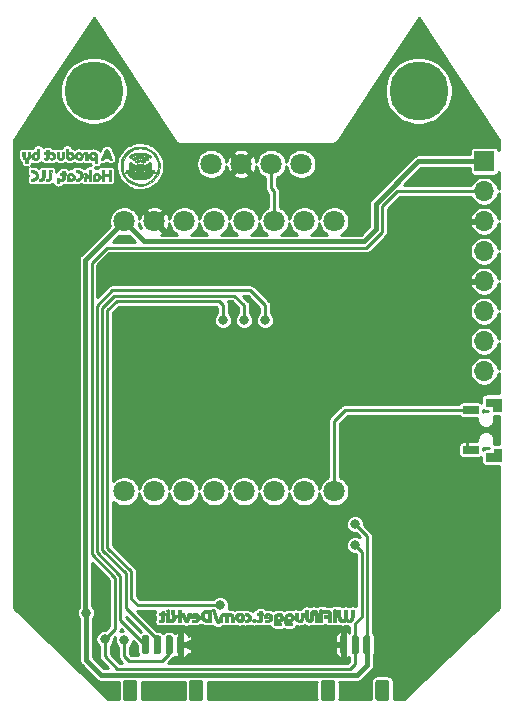
<source format=gbl>
G04 #@! TF.GenerationSoftware,KiCad,Pcbnew,5.1.5+dfsg1-2build2*
G04 #@! TF.CreationDate,2022-05-18T15:48:19-07:00*
G04 #@! TF.ProjectId,v3.0-Dev-Kit,76332e30-2d44-4657-962d-4b69742e6b69,rev?*
G04 #@! TF.SameCoordinates,Original*
G04 #@! TF.FileFunction,Copper,L2,Bot*
G04 #@! TF.FilePolarity,Positive*
%FSLAX46Y46*%
G04 Gerber Fmt 4.6, Leading zero omitted, Abs format (unit mm)*
G04 Created by KiCad (PCBNEW 5.1.5+dfsg1-2build2) date 2022-05-18 15:48:19*
%MOMM*%
%LPD*%
G04 APERTURE LIST*
%ADD10C,0.100000*%
%ADD11C,0.010000*%
%ADD12C,0.150000*%
%ADD13C,1.800000*%
%ADD14O,1.700000X1.700000*%
%ADD15R,1.700000X1.700000*%
%ADD16C,5.000000*%
%ADD17C,0.800000*%
%ADD18C,0.250000*%
%ADD19C,0.400000*%
%ADD20C,0.254000*%
G04 APERTURE END LIST*
D10*
G36*
X19455600Y-2058400D02*
G01*
X19455600Y-2693400D01*
X20090600Y-2693400D01*
X20090600Y-3099800D01*
X20751000Y-3099800D01*
X20751000Y-2058400D01*
X19455600Y-2058400D01*
G37*
X19455600Y-2058400D02*
X19455600Y-2693400D01*
X20090600Y-2693400D01*
X20090600Y-3099800D01*
X20751000Y-3099800D01*
X20751000Y-2058400D01*
X19455600Y-2058400D01*
G36*
X17550600Y-6097000D02*
G01*
X17550600Y-6706600D01*
X18744400Y-6706600D01*
X18744400Y-6097000D01*
X17550600Y-6097000D01*
G37*
X17550600Y-6097000D02*
X17550600Y-6706600D01*
X18744400Y-6706600D01*
X18744400Y-6097000D01*
X17550600Y-6097000D01*
G36*
X17550600Y-2718800D02*
G01*
X17550600Y-3303000D01*
X18744400Y-3303000D01*
X18744400Y-2718800D01*
X17550600Y-2718800D01*
G37*
X17550600Y-2718800D02*
X17550600Y-3303000D01*
X18744400Y-3303000D01*
X18744400Y-2718800D01*
X17550600Y-2718800D01*
G36*
X20116000Y-6300200D02*
G01*
X20116000Y-6706600D01*
X19455600Y-6706600D01*
X19455600Y-7341600D01*
X20751000Y-7341600D01*
X20751000Y-6300200D01*
X20116000Y-6300200D01*
G37*
X20116000Y-6300200D02*
X20116000Y-6706600D01*
X19455600Y-6706600D01*
X19455600Y-7341600D01*
X20751000Y-7341600D01*
X20751000Y-6300200D01*
X20116000Y-6300200D01*
D11*
G36*
X2063245Y-20257301D02*
G01*
X2167540Y-20332862D01*
X2230483Y-20420200D01*
X2271738Y-20544422D01*
X2272389Y-20665292D01*
X2238189Y-20775372D01*
X2174888Y-20867227D01*
X2088241Y-20933420D01*
X1984000Y-20966514D01*
X1867915Y-20959075D01*
X1824459Y-20945091D01*
X1727200Y-20906886D01*
X1727200Y-21055200D01*
X2133600Y-21055200D01*
X2133600Y-21258400D01*
X1866900Y-21258400D01*
X1743835Y-21257235D01*
X1660717Y-21252598D01*
X1606724Y-21242777D01*
X1571032Y-21226059D01*
X1550046Y-21208246D01*
X1515392Y-21165699D01*
X1492157Y-21113447D01*
X1478796Y-21041931D01*
X1473763Y-20941596D01*
X1475512Y-20802884D01*
X1476983Y-20756552D01*
X1487549Y-20593708D01*
X1488166Y-20590182D01*
X1736089Y-20590182D01*
X1747262Y-20662220D01*
X1788869Y-20719618D01*
X1858046Y-20749000D01*
X1879600Y-20750400D01*
X1955231Y-20729960D01*
X1996114Y-20687085D01*
X2024321Y-20603723D01*
X2005687Y-20522511D01*
X1943104Y-20455967D01*
X1942696Y-20455700D01*
X1893060Y-20428994D01*
X1853817Y-20433652D01*
X1816503Y-20455700D01*
X1758215Y-20516882D01*
X1736089Y-20590182D01*
X1488166Y-20590182D01*
X1508833Y-20472188D01*
X1544466Y-20383013D01*
X1598077Y-20317202D01*
X1673298Y-20265778D01*
X1676003Y-20264322D01*
X1806327Y-20219897D01*
X1939124Y-20218601D01*
X2063245Y-20257301D01*
G37*
X2063245Y-20257301D02*
X2167540Y-20332862D01*
X2230483Y-20420200D01*
X2271738Y-20544422D01*
X2272389Y-20665292D01*
X2238189Y-20775372D01*
X2174888Y-20867227D01*
X2088241Y-20933420D01*
X1984000Y-20966514D01*
X1867915Y-20959075D01*
X1824459Y-20945091D01*
X1727200Y-20906886D01*
X1727200Y-21055200D01*
X2133600Y-21055200D01*
X2133600Y-21258400D01*
X1866900Y-21258400D01*
X1743835Y-21257235D01*
X1660717Y-21252598D01*
X1606724Y-21242777D01*
X1571032Y-21226059D01*
X1550046Y-21208246D01*
X1515392Y-21165699D01*
X1492157Y-21113447D01*
X1478796Y-21041931D01*
X1473763Y-20941596D01*
X1475512Y-20802884D01*
X1476983Y-20756552D01*
X1487549Y-20593708D01*
X1488166Y-20590182D01*
X1736089Y-20590182D01*
X1747262Y-20662220D01*
X1788869Y-20719618D01*
X1858046Y-20749000D01*
X1879600Y-20750400D01*
X1955231Y-20729960D01*
X1996114Y-20687085D01*
X2024321Y-20603723D01*
X2005687Y-20522511D01*
X1943104Y-20455967D01*
X1942696Y-20455700D01*
X1893060Y-20428994D01*
X1853817Y-20433652D01*
X1816503Y-20455700D01*
X1758215Y-20516882D01*
X1736089Y-20590182D01*
X1488166Y-20590182D01*
X1508833Y-20472188D01*
X1544466Y-20383013D01*
X1598077Y-20317202D01*
X1673298Y-20265778D01*
X1676003Y-20264322D01*
X1806327Y-20219897D01*
X1939124Y-20218601D01*
X2063245Y-20257301D01*
G36*
X2926924Y-20239032D02*
G01*
X3040480Y-20301616D01*
X3121815Y-20400365D01*
X3165690Y-20530793D01*
X3167534Y-20543270D01*
X3164577Y-20675745D01*
X3123460Y-20791123D01*
X3051680Y-20882878D01*
X2956736Y-20944484D01*
X2846125Y-20969417D01*
X2727346Y-20951151D01*
X2707578Y-20943572D01*
X2612944Y-20904031D01*
X2620922Y-20973265D01*
X2627156Y-21008119D01*
X2643237Y-21029239D01*
X2680126Y-21040727D01*
X2748784Y-21046685D01*
X2825750Y-21049918D01*
X3022600Y-21057336D01*
X3022600Y-21258400D01*
X2760327Y-21258400D01*
X2640803Y-21257552D01*
X2560761Y-21253571D01*
X2508890Y-21244302D01*
X2473881Y-21227591D01*
X2444425Y-21201281D01*
X2440862Y-21197520D01*
X2418236Y-21170803D01*
X2402805Y-21141085D01*
X2393486Y-21099117D01*
X2389195Y-21035654D01*
X2388849Y-20941448D01*
X2391364Y-20807253D01*
X2391984Y-20780388D01*
X2395760Y-20638428D01*
X2396810Y-20615724D01*
X2632164Y-20615724D01*
X2650441Y-20688075D01*
X2665876Y-20710946D01*
X2721198Y-20742969D01*
X2795075Y-20747488D01*
X2863385Y-20724556D01*
X2881085Y-20710485D01*
X2918452Y-20641668D01*
X2917517Y-20562554D01*
X2882974Y-20489900D01*
X2819517Y-20440466D01*
X2803890Y-20434876D01*
X2737476Y-20437315D01*
X2682303Y-20477099D01*
X2644992Y-20540984D01*
X2632164Y-20615724D01*
X2396810Y-20615724D01*
X2400414Y-20537836D01*
X2407541Y-20469188D01*
X2418738Y-20423057D01*
X2435599Y-20390017D01*
X2459723Y-20360642D01*
X2463800Y-20356254D01*
X2570573Y-20268470D01*
X2691172Y-20224799D01*
X2786388Y-20217094D01*
X2926924Y-20239032D01*
G37*
X2926924Y-20239032D02*
X3040480Y-20301616D01*
X3121815Y-20400365D01*
X3165690Y-20530793D01*
X3167534Y-20543270D01*
X3164577Y-20675745D01*
X3123460Y-20791123D01*
X3051680Y-20882878D01*
X2956736Y-20944484D01*
X2846125Y-20969417D01*
X2727346Y-20951151D01*
X2707578Y-20943572D01*
X2612944Y-20904031D01*
X2620922Y-20973265D01*
X2627156Y-21008119D01*
X2643237Y-21029239D01*
X2680126Y-21040727D01*
X2748784Y-21046685D01*
X2825750Y-21049918D01*
X3022600Y-21057336D01*
X3022600Y-21258400D01*
X2760327Y-21258400D01*
X2640803Y-21257552D01*
X2560761Y-21253571D01*
X2508890Y-21244302D01*
X2473881Y-21227591D01*
X2444425Y-21201281D01*
X2440862Y-21197520D01*
X2418236Y-21170803D01*
X2402805Y-21141085D01*
X2393486Y-21099117D01*
X2389195Y-21035654D01*
X2388849Y-20941448D01*
X2391364Y-20807253D01*
X2391984Y-20780388D01*
X2395760Y-20638428D01*
X2396810Y-20615724D01*
X2632164Y-20615724D01*
X2650441Y-20688075D01*
X2665876Y-20710946D01*
X2721198Y-20742969D01*
X2795075Y-20747488D01*
X2863385Y-20724556D01*
X2881085Y-20710485D01*
X2918452Y-20641668D01*
X2917517Y-20562554D01*
X2882974Y-20489900D01*
X2819517Y-20440466D01*
X2803890Y-20434876D01*
X2737476Y-20437315D01*
X2682303Y-20477099D01*
X2644992Y-20540984D01*
X2632164Y-20615724D01*
X2396810Y-20615724D01*
X2400414Y-20537836D01*
X2407541Y-20469188D01*
X2418738Y-20423057D01*
X2435599Y-20390017D01*
X2459723Y-20360642D01*
X2463800Y-20356254D01*
X2570573Y-20268470D01*
X2691172Y-20224799D01*
X2786388Y-20217094D01*
X2926924Y-20239032D01*
G36*
X-3568545Y-19914571D02*
G01*
X-3533171Y-19920496D01*
X-3530600Y-19922881D01*
X-3522673Y-19948851D01*
X-3500392Y-20016167D01*
X-3466012Y-20118168D01*
X-3421788Y-20248192D01*
X-3369973Y-20399576D01*
X-3328638Y-20519781D01*
X-3126676Y-21106000D01*
X-3345915Y-21106000D01*
X-3540056Y-20540850D01*
X-3594967Y-20379677D01*
X-3643838Y-20233693D01*
X-3684355Y-20110020D01*
X-3714205Y-20015779D01*
X-3731072Y-19958092D01*
X-3733999Y-19943950D01*
X-3710136Y-19921532D01*
X-3643276Y-19912320D01*
X-3632200Y-19912200D01*
X-3568545Y-19914571D01*
G37*
X-3568545Y-19914571D02*
X-3533171Y-19920496D01*
X-3530600Y-19922881D01*
X-3522673Y-19948851D01*
X-3500392Y-20016167D01*
X-3466012Y-20118168D01*
X-3421788Y-20248192D01*
X-3369973Y-20399576D01*
X-3328638Y-20519781D01*
X-3126676Y-21106000D01*
X-3345915Y-21106000D01*
X-3540056Y-20540850D01*
X-3594967Y-20379677D01*
X-3643838Y-20233693D01*
X-3684355Y-20110020D01*
X-3714205Y-20015779D01*
X-3731072Y-19958092D01*
X-3733999Y-19943950D01*
X-3710136Y-19921532D01*
X-3643276Y-19912320D01*
X-3632200Y-19912200D01*
X-3568545Y-19914571D01*
G36*
X-6005690Y-20471575D02*
G01*
X-5974904Y-20574213D01*
X-5947117Y-20653173D01*
X-5925839Y-20699250D01*
X-5916096Y-20706525D01*
X-5901785Y-20674687D01*
X-5878842Y-20605702D01*
X-5851141Y-20511658D01*
X-5836526Y-20458300D01*
X-5775451Y-20229700D01*
X-5643626Y-20222022D01*
X-5569715Y-20221069D01*
X-5521881Y-20226884D01*
X-5511800Y-20233700D01*
X-5519329Y-20263719D01*
X-5539966Y-20332509D01*
X-5570786Y-20430634D01*
X-5608865Y-20548660D01*
X-5619750Y-20581922D01*
X-5665693Y-20718418D01*
X-5701684Y-20814809D01*
X-5731976Y-20879765D01*
X-5760818Y-20921957D01*
X-5792462Y-20950053D01*
X-5803900Y-20957500D01*
X-5882853Y-20995255D01*
X-5952349Y-20997790D01*
X-6007982Y-20980231D01*
X-6063308Y-20947302D01*
X-6087130Y-20924691D01*
X-6103256Y-20891003D01*
X-6130968Y-20820224D01*
X-6166374Y-20723646D01*
X-6205578Y-20612563D01*
X-6244687Y-20498268D01*
X-6279807Y-20392052D01*
X-6307044Y-20305209D01*
X-6322504Y-20249031D01*
X-6324600Y-20236012D01*
X-6301779Y-20225050D01*
X-6243570Y-20218180D01*
X-6200695Y-20217000D01*
X-6076789Y-20217000D01*
X-6005690Y-20471575D01*
G37*
X-6005690Y-20471575D02*
X-5974904Y-20574213D01*
X-5947117Y-20653173D01*
X-5925839Y-20699250D01*
X-5916096Y-20706525D01*
X-5901785Y-20674687D01*
X-5878842Y-20605702D01*
X-5851141Y-20511658D01*
X-5836526Y-20458300D01*
X-5775451Y-20229700D01*
X-5643626Y-20222022D01*
X-5569715Y-20221069D01*
X-5521881Y-20226884D01*
X-5511800Y-20233700D01*
X-5519329Y-20263719D01*
X-5539966Y-20332509D01*
X-5570786Y-20430634D01*
X-5608865Y-20548660D01*
X-5619750Y-20581922D01*
X-5665693Y-20718418D01*
X-5701684Y-20814809D01*
X-5731976Y-20879765D01*
X-5760818Y-20921957D01*
X-5792462Y-20950053D01*
X-5803900Y-20957500D01*
X-5882853Y-20995255D01*
X-5952349Y-20997790D01*
X-6007982Y-20980231D01*
X-6063308Y-20947302D01*
X-6087130Y-20924691D01*
X-6103256Y-20891003D01*
X-6130968Y-20820224D01*
X-6166374Y-20723646D01*
X-6205578Y-20612563D01*
X-6244687Y-20498268D01*
X-6279807Y-20392052D01*
X-6307044Y-20305209D01*
X-6322504Y-20249031D01*
X-6324600Y-20236012D01*
X-6301779Y-20225050D01*
X-6243570Y-20218180D01*
X-6200695Y-20217000D01*
X-6076789Y-20217000D01*
X-6005690Y-20471575D01*
G36*
X-1231486Y-20248281D02*
G01*
X-1129710Y-20307826D01*
X-1050544Y-20396856D01*
X-1003248Y-20514062D01*
X-997777Y-20545427D01*
X-1002511Y-20684410D01*
X-1051613Y-20807180D01*
X-1139403Y-20905143D01*
X-1260199Y-20969702D01*
X-1282700Y-20976491D01*
X-1359184Y-20995781D01*
X-1412274Y-21000595D01*
X-1466483Y-20989946D01*
X-1536700Y-20966248D01*
X-1657923Y-20899427D01*
X-1743426Y-20802536D01*
X-1789403Y-20684756D01*
X-1791047Y-20604350D01*
X-1549012Y-20604350D01*
X-1529187Y-20685547D01*
X-1477668Y-20743200D01*
X-1407900Y-20770562D01*
X-1333328Y-20760888D01*
X-1291051Y-20733763D01*
X-1253372Y-20669158D01*
X-1246443Y-20585969D01*
X-1269905Y-20505776D01*
X-1295400Y-20471000D01*
X-1348806Y-20429040D01*
X-1399698Y-20425518D01*
X-1455820Y-20449402D01*
X-1519278Y-20495369D01*
X-1545699Y-20556522D01*
X-1549012Y-20604350D01*
X-1791047Y-20604350D01*
X-1792052Y-20555270D01*
X-1755336Y-20438550D01*
X-1679442Y-20331075D01*
X-1579848Y-20259617D01*
X-1465817Y-20222870D01*
X-1346608Y-20219527D01*
X-1231486Y-20248281D01*
G37*
X-1231486Y-20248281D02*
X-1129710Y-20307826D01*
X-1050544Y-20396856D01*
X-1003248Y-20514062D01*
X-997777Y-20545427D01*
X-1002511Y-20684410D01*
X-1051613Y-20807180D01*
X-1139403Y-20905143D01*
X-1260199Y-20969702D01*
X-1282700Y-20976491D01*
X-1359184Y-20995781D01*
X-1412274Y-21000595D01*
X-1466483Y-20989946D01*
X-1536700Y-20966248D01*
X-1657923Y-20899427D01*
X-1743426Y-20802536D01*
X-1789403Y-20684756D01*
X-1791047Y-20604350D01*
X-1549012Y-20604350D01*
X-1529187Y-20685547D01*
X-1477668Y-20743200D01*
X-1407900Y-20770562D01*
X-1333328Y-20760888D01*
X-1291051Y-20733763D01*
X-1253372Y-20669158D01*
X-1246443Y-20585969D01*
X-1269905Y-20505776D01*
X-1295400Y-20471000D01*
X-1348806Y-20429040D01*
X-1399698Y-20425518D01*
X-1455820Y-20449402D01*
X-1519278Y-20495369D01*
X-1545699Y-20556522D01*
X-1549012Y-20604350D01*
X-1791047Y-20604350D01*
X-1792052Y-20555270D01*
X-1755336Y-20438550D01*
X-1679442Y-20331075D01*
X-1579848Y-20259617D01*
X-1465817Y-20222870D01*
X-1346608Y-20219527D01*
X-1231486Y-20248281D01*
G36*
X-130127Y-20713136D02*
G01*
X-76200Y-20750400D01*
X-32752Y-20812605D01*
X-35818Y-20872665D01*
X-85981Y-20940281D01*
X-87746Y-20942054D01*
X-137362Y-20986652D01*
X-175487Y-20999804D01*
X-223923Y-20988429D01*
X-228600Y-20986772D01*
X-292857Y-20941328D01*
X-324869Y-20872935D01*
X-320787Y-20798699D01*
X-283750Y-20741636D01*
X-209090Y-20703655D01*
X-130127Y-20713136D01*
G37*
X-130127Y-20713136D02*
X-76200Y-20750400D01*
X-32752Y-20812605D01*
X-35818Y-20872665D01*
X-85981Y-20940281D01*
X-87746Y-20942054D01*
X-137362Y-20986652D01*
X-175487Y-20999804D01*
X-223923Y-20988429D01*
X-228600Y-20986772D01*
X-292857Y-20941328D01*
X-324869Y-20872935D01*
X-320787Y-20798699D01*
X-283750Y-20741636D01*
X-209090Y-20703655D01*
X-130127Y-20713136D01*
G36*
X3517900Y-20229700D02*
G01*
X3525268Y-20469625D01*
X3532103Y-20601447D01*
X3545022Y-20690266D01*
X3567016Y-20743784D01*
X3601071Y-20769703D01*
X3644073Y-20775800D01*
X3704143Y-20764692D01*
X3745404Y-20727077D01*
X3770633Y-20656512D01*
X3782607Y-20546556D01*
X3784600Y-20449949D01*
X3784600Y-20217000D01*
X4013200Y-20217000D01*
X4013200Y-20484961D01*
X4009068Y-20642037D01*
X3994777Y-20757463D01*
X3967479Y-20839857D01*
X3924330Y-20897839D01*
X3863036Y-20939743D01*
X3754143Y-20977963D01*
X3633779Y-20992764D01*
X3527487Y-20981180D01*
X3521520Y-20979394D01*
X3425113Y-20935908D01*
X3355676Y-20870854D01*
X3309950Y-20777470D01*
X3284681Y-20648994D01*
X3276611Y-20478665D01*
X3276600Y-20470869D01*
X3276600Y-20214216D01*
X3517900Y-20229700D01*
G37*
X3517900Y-20229700D02*
X3525268Y-20469625D01*
X3532103Y-20601447D01*
X3545022Y-20690266D01*
X3567016Y-20743784D01*
X3601071Y-20769703D01*
X3644073Y-20775800D01*
X3704143Y-20764692D01*
X3745404Y-20727077D01*
X3770633Y-20656512D01*
X3782607Y-20546556D01*
X3784600Y-20449949D01*
X3784600Y-20217000D01*
X4013200Y-20217000D01*
X4013200Y-20484961D01*
X4009068Y-20642037D01*
X3994777Y-20757463D01*
X3967479Y-20839857D01*
X3924330Y-20897839D01*
X3863036Y-20939743D01*
X3754143Y-20977963D01*
X3633779Y-20992764D01*
X3527487Y-20981180D01*
X3521520Y-20979394D01*
X3425113Y-20935908D01*
X3355676Y-20870854D01*
X3309950Y-20777470D01*
X3284681Y-20648994D01*
X3276611Y-20478665D01*
X3276600Y-20470869D01*
X3276600Y-20214216D01*
X3517900Y-20229700D01*
G36*
X4984833Y-19970058D02*
G01*
X5067186Y-20003361D01*
X5116752Y-20043141D01*
X5153390Y-20093396D01*
X5178913Y-20161826D01*
X5195132Y-20256128D01*
X5203860Y-20384001D01*
X5206910Y-20553144D01*
X5207000Y-20597184D01*
X5207000Y-20979000D01*
X4954323Y-20979000D01*
X4947311Y-20591650D01*
X4940300Y-20204300D01*
X4813300Y-20204300D01*
X4800600Y-20513522D01*
X4794402Y-20645661D01*
X4787237Y-20737378D01*
X4777048Y-20799039D01*
X4761780Y-20841010D01*
X4739375Y-20873659D01*
X4726286Y-20888211D01*
X4657078Y-20939658D01*
X4565666Y-20981484D01*
X4477978Y-21002581D01*
X4457700Y-21003264D01*
X4418511Y-20993232D01*
X4358028Y-20970060D01*
X4353945Y-20968296D01*
X4281233Y-20922710D01*
X4220595Y-20864264D01*
X4200076Y-20834962D01*
X4185396Y-20801765D01*
X4175586Y-20756111D01*
X4169676Y-20689435D01*
X4166696Y-20593176D01*
X4165677Y-20458770D01*
X4165600Y-20378674D01*
X4165600Y-19963000D01*
X4419600Y-19963000D01*
X4419600Y-20353982D01*
X4420530Y-20509848D01*
X4423702Y-20621530D01*
X4429686Y-20695615D01*
X4439052Y-20738693D01*
X4452371Y-20757351D01*
X4454604Y-20758397D01*
X4493489Y-20761538D01*
X4520499Y-20732763D01*
X4537228Y-20666990D01*
X4545273Y-20559135D01*
X4546600Y-20465104D01*
X4554681Y-20285355D01*
X4580849Y-20149644D01*
X4627985Y-20053536D01*
X4698971Y-19992596D01*
X4796690Y-19962391D01*
X4876800Y-19957138D01*
X4984833Y-19970058D01*
G37*
X4984833Y-19970058D02*
X5067186Y-20003361D01*
X5116752Y-20043141D01*
X5153390Y-20093396D01*
X5178913Y-20161826D01*
X5195132Y-20256128D01*
X5203860Y-20384001D01*
X5206910Y-20553144D01*
X5207000Y-20597184D01*
X5207000Y-20979000D01*
X4954323Y-20979000D01*
X4947311Y-20591650D01*
X4940300Y-20204300D01*
X4813300Y-20204300D01*
X4800600Y-20513522D01*
X4794402Y-20645661D01*
X4787237Y-20737378D01*
X4777048Y-20799039D01*
X4761780Y-20841010D01*
X4739375Y-20873659D01*
X4726286Y-20888211D01*
X4657078Y-20939658D01*
X4565666Y-20981484D01*
X4477978Y-21002581D01*
X4457700Y-21003264D01*
X4418511Y-20993232D01*
X4358028Y-20970060D01*
X4353945Y-20968296D01*
X4281233Y-20922710D01*
X4220595Y-20864264D01*
X4200076Y-20834962D01*
X4185396Y-20801765D01*
X4175586Y-20756111D01*
X4169676Y-20689435D01*
X4166696Y-20593176D01*
X4165677Y-20458770D01*
X4165600Y-20378674D01*
X4165600Y-19963000D01*
X4419600Y-19963000D01*
X4419600Y-20353982D01*
X4420530Y-20509848D01*
X4423702Y-20621530D01*
X4429686Y-20695615D01*
X4439052Y-20738693D01*
X4452371Y-20757351D01*
X4454604Y-20758397D01*
X4493489Y-20761538D01*
X4520499Y-20732763D01*
X4537228Y-20666990D01*
X4545273Y-20559135D01*
X4546600Y-20465104D01*
X4554681Y-20285355D01*
X4580849Y-20149644D01*
X4627985Y-20053536D01*
X4698971Y-19992596D01*
X4796690Y-19962391D01*
X4876800Y-19957138D01*
X4984833Y-19970058D01*
G36*
X7137788Y-20312250D02*
G01*
X7139228Y-20441831D01*
X7142905Y-20553884D01*
X7148304Y-20638235D01*
X7154913Y-20684711D01*
X7156838Y-20689447D01*
X7217343Y-20740759D01*
X7292889Y-20754168D01*
X7365829Y-20730503D01*
X7415139Y-20677302D01*
X7425633Y-20632744D01*
X7434152Y-20548259D01*
X7439928Y-20434703D01*
X7442192Y-20302936D01*
X7442200Y-20294869D01*
X7442200Y-19963000D01*
X7696200Y-19963000D01*
X7696200Y-20307054D01*
X7696626Y-20445854D01*
X7698876Y-20543348D01*
X7704406Y-20609030D01*
X7714672Y-20652392D01*
X7731131Y-20682929D01*
X7755239Y-20710133D01*
X7758545Y-20713454D01*
X7812953Y-20761090D01*
X7855705Y-20770840D01*
X7906940Y-20743818D01*
X7934074Y-20723156D01*
X7960587Y-20700856D01*
X7978970Y-20676816D01*
X7990712Y-20641996D01*
X7997301Y-20587358D01*
X8000226Y-20503864D01*
X8000975Y-20382474D01*
X8001000Y-20316756D01*
X8001000Y-19963000D01*
X8255000Y-19963000D01*
X8255000Y-20334191D01*
X8252169Y-20513960D01*
X8242058Y-20651182D01*
X8222233Y-20753877D01*
X8190262Y-20830067D01*
X8143715Y-20887772D01*
X8080159Y-20935013D01*
X8071201Y-20940402D01*
X7973390Y-20975325D01*
X7853285Y-20986495D01*
X7733630Y-20973662D01*
X7651750Y-20945024D01*
X7590571Y-20918021D01*
X7544527Y-20918183D01*
X7498472Y-20938070D01*
X7371704Y-20981110D01*
X7236359Y-20990497D01*
X7169786Y-20980512D01*
X7074959Y-20950058D01*
X7003013Y-20907258D01*
X6951007Y-20845475D01*
X6916003Y-20758070D01*
X6895059Y-20638403D01*
X6885237Y-20479836D01*
X6883400Y-20333811D01*
X6883400Y-19963000D01*
X7137400Y-19963000D01*
X7137788Y-20312250D01*
G37*
X7137788Y-20312250D02*
X7139228Y-20441831D01*
X7142905Y-20553884D01*
X7148304Y-20638235D01*
X7154913Y-20684711D01*
X7156838Y-20689447D01*
X7217343Y-20740759D01*
X7292889Y-20754168D01*
X7365829Y-20730503D01*
X7415139Y-20677302D01*
X7425633Y-20632744D01*
X7434152Y-20548259D01*
X7439928Y-20434703D01*
X7442192Y-20302936D01*
X7442200Y-20294869D01*
X7442200Y-19963000D01*
X7696200Y-19963000D01*
X7696200Y-20307054D01*
X7696626Y-20445854D01*
X7698876Y-20543348D01*
X7704406Y-20609030D01*
X7714672Y-20652392D01*
X7731131Y-20682929D01*
X7755239Y-20710133D01*
X7758545Y-20713454D01*
X7812953Y-20761090D01*
X7855705Y-20770840D01*
X7906940Y-20743818D01*
X7934074Y-20723156D01*
X7960587Y-20700856D01*
X7978970Y-20676816D01*
X7990712Y-20641996D01*
X7997301Y-20587358D01*
X8000226Y-20503864D01*
X8000975Y-20382474D01*
X8001000Y-20316756D01*
X8001000Y-19963000D01*
X8255000Y-19963000D01*
X8255000Y-20334191D01*
X8252169Y-20513960D01*
X8242058Y-20651182D01*
X8222233Y-20753877D01*
X8190262Y-20830067D01*
X8143715Y-20887772D01*
X8080159Y-20935013D01*
X8071201Y-20940402D01*
X7973390Y-20975325D01*
X7853285Y-20986495D01*
X7733630Y-20973662D01*
X7651750Y-20945024D01*
X7590571Y-20918021D01*
X7544527Y-20918183D01*
X7498472Y-20938070D01*
X7371704Y-20981110D01*
X7236359Y-20990497D01*
X7169786Y-20980512D01*
X7074959Y-20950058D01*
X7003013Y-20907258D01*
X6951007Y-20845475D01*
X6916003Y-20758070D01*
X6895059Y-20638403D01*
X6885237Y-20479836D01*
X6883400Y-20333811D01*
X6883400Y-19963000D01*
X7137400Y-19963000D01*
X7137788Y-20312250D01*
G36*
X-7841816Y-20066808D02*
G01*
X-7808526Y-20079562D01*
X-7798447Y-20112052D01*
X-7797800Y-20140800D01*
X-7790966Y-20195258D01*
X-7761914Y-20215180D01*
X-7734300Y-20217000D01*
X-7693389Y-20222545D01*
X-7675205Y-20248702D01*
X-7670823Y-20309752D01*
X-7670800Y-20318600D01*
X-7674266Y-20384059D01*
X-7690615Y-20413153D01*
X-7728771Y-20420163D01*
X-7734300Y-20420200D01*
X-7764985Y-20422166D01*
X-7783743Y-20434754D01*
X-7793509Y-20467993D01*
X-7797216Y-20531916D01*
X-7797800Y-20636552D01*
X-7797800Y-20637254D01*
X-7799173Y-20745573D01*
X-7805271Y-20816444D01*
X-7819067Y-20863188D01*
X-7843534Y-20899126D01*
X-7860146Y-20916654D01*
X-7905173Y-20953062D01*
X-7958465Y-20971992D01*
X-8037955Y-20978625D01*
X-8076046Y-20979000D01*
X-8229600Y-20979000D01*
X-8229600Y-20878933D01*
X-8226543Y-20814221D01*
X-8207978Y-20784322D01*
X-8159818Y-20773271D01*
X-8134350Y-20770983D01*
X-8039100Y-20763100D01*
X-8031590Y-20591650D01*
X-8024079Y-20420200D01*
X-8229600Y-20420200D01*
X-8229600Y-20318600D01*
X-8227156Y-20253567D01*
X-8210048Y-20224670D01*
X-8163609Y-20217244D01*
X-8128000Y-20217000D01*
X-8062854Y-20213990D01*
X-8033893Y-20197684D01*
X-8026561Y-20157162D01*
X-8026400Y-20140800D01*
X-8023087Y-20093943D01*
X-8003956Y-20071750D01*
X-7955221Y-20065030D01*
X-7912100Y-20064600D01*
X-7841816Y-20066808D01*
G37*
X-7841816Y-20066808D02*
X-7808526Y-20079562D01*
X-7798447Y-20112052D01*
X-7797800Y-20140800D01*
X-7790966Y-20195258D01*
X-7761914Y-20215180D01*
X-7734300Y-20217000D01*
X-7693389Y-20222545D01*
X-7675205Y-20248702D01*
X-7670823Y-20309752D01*
X-7670800Y-20318600D01*
X-7674266Y-20384059D01*
X-7690615Y-20413153D01*
X-7728771Y-20420163D01*
X-7734300Y-20420200D01*
X-7764985Y-20422166D01*
X-7783743Y-20434754D01*
X-7793509Y-20467993D01*
X-7797216Y-20531916D01*
X-7797800Y-20636552D01*
X-7797800Y-20637254D01*
X-7799173Y-20745573D01*
X-7805271Y-20816444D01*
X-7819067Y-20863188D01*
X-7843534Y-20899126D01*
X-7860146Y-20916654D01*
X-7905173Y-20953062D01*
X-7958465Y-20971992D01*
X-8037955Y-20978625D01*
X-8076046Y-20979000D01*
X-8229600Y-20979000D01*
X-8229600Y-20878933D01*
X-8226543Y-20814221D01*
X-8207978Y-20784322D01*
X-8159818Y-20773271D01*
X-8134350Y-20770983D01*
X-8039100Y-20763100D01*
X-8031590Y-20591650D01*
X-8024079Y-20420200D01*
X-8229600Y-20420200D01*
X-8229600Y-20318600D01*
X-8227156Y-20253567D01*
X-8210048Y-20224670D01*
X-8163609Y-20217244D01*
X-8128000Y-20217000D01*
X-8062854Y-20213990D01*
X-8033893Y-20197684D01*
X-8026561Y-20157162D01*
X-8026400Y-20140800D01*
X-8023087Y-20093943D01*
X-8003956Y-20071750D01*
X-7955221Y-20065030D01*
X-7912100Y-20064600D01*
X-7841816Y-20066808D01*
G36*
X-7366000Y-20979000D02*
G01*
X-7594600Y-20979000D01*
X-7594600Y-20217000D01*
X-7366000Y-20217000D01*
X-7366000Y-20979000D01*
G37*
X-7366000Y-20979000D02*
X-7594600Y-20979000D01*
X-7594600Y-20217000D01*
X-7366000Y-20217000D01*
X-7366000Y-20979000D01*
G36*
X-6959600Y-20115400D02*
G01*
X-6949242Y-20235064D01*
X-6915096Y-20313447D01*
X-6852556Y-20356306D01*
X-6757015Y-20369399D01*
X-6756400Y-20369400D01*
X-6654800Y-20369400D01*
X-6654800Y-19963000D01*
X-6400800Y-19963000D01*
X-6400800Y-20979000D01*
X-6654800Y-20979000D01*
X-6654800Y-20598000D01*
X-6725549Y-20598000D01*
X-6765541Y-20603578D01*
X-6798431Y-20626825D01*
X-6833202Y-20677505D01*
X-6878039Y-20763762D01*
X-6937074Y-20869091D01*
X-6996068Y-20934128D01*
X-7067846Y-20967723D01*
X-7165231Y-20978730D01*
X-7189854Y-20979000D01*
X-7289800Y-20979000D01*
X-7289800Y-20864700D01*
X-7287210Y-20794202D01*
X-7274305Y-20760801D01*
X-7243387Y-20750861D01*
X-7225259Y-20750400D01*
X-7179215Y-20740226D01*
X-7143485Y-20701853D01*
X-7113956Y-20642450D01*
X-7086716Y-20574873D01*
X-7080635Y-20534709D01*
X-7095462Y-20503302D01*
X-7111824Y-20483700D01*
X-7165472Y-20411031D01*
X-7196948Y-20333079D01*
X-7211208Y-20233229D01*
X-7213600Y-20142469D01*
X-7213600Y-19963000D01*
X-6959600Y-19963000D01*
X-6959600Y-20115400D01*
G37*
X-6959600Y-20115400D02*
X-6949242Y-20235064D01*
X-6915096Y-20313447D01*
X-6852556Y-20356306D01*
X-6757015Y-20369399D01*
X-6756400Y-20369400D01*
X-6654800Y-20369400D01*
X-6654800Y-19963000D01*
X-6400800Y-19963000D01*
X-6400800Y-20979000D01*
X-6654800Y-20979000D01*
X-6654800Y-20598000D01*
X-6725549Y-20598000D01*
X-6765541Y-20603578D01*
X-6798431Y-20626825D01*
X-6833202Y-20677505D01*
X-6878039Y-20763762D01*
X-6937074Y-20869091D01*
X-6996068Y-20934128D01*
X-7067846Y-20967723D01*
X-7165231Y-20978730D01*
X-7189854Y-20979000D01*
X-7289800Y-20979000D01*
X-7289800Y-20864700D01*
X-7287210Y-20794202D01*
X-7274305Y-20760801D01*
X-7243387Y-20750861D01*
X-7225259Y-20750400D01*
X-7179215Y-20740226D01*
X-7143485Y-20701853D01*
X-7113956Y-20642450D01*
X-7086716Y-20574873D01*
X-7080635Y-20534709D01*
X-7095462Y-20503302D01*
X-7111824Y-20483700D01*
X-7165472Y-20411031D01*
X-7196948Y-20333079D01*
X-7211208Y-20233229D01*
X-7213600Y-20142469D01*
X-7213600Y-19963000D01*
X-6959600Y-19963000D01*
X-6959600Y-20115400D01*
G36*
X-4992947Y-20238767D02*
G01*
X-4883510Y-20301389D01*
X-4805884Y-20401885D01*
X-4763469Y-20537088D01*
X-4760032Y-20563037D01*
X-4766461Y-20699150D01*
X-4816014Y-20811223D01*
X-4905797Y-20896738D01*
X-5032920Y-20953176D01*
X-5194489Y-20978018D01*
X-5237782Y-20979000D01*
X-5410200Y-20979000D01*
X-5410200Y-20775800D01*
X-5260614Y-20775800D01*
X-5156593Y-20769733D01*
X-5086272Y-20749004D01*
X-5051064Y-20725845D01*
X-4991100Y-20675890D01*
X-5486400Y-20674200D01*
X-5486400Y-20584484D01*
X-5474960Y-20510914D01*
X-5257800Y-20510914D01*
X-5234930Y-20517107D01*
X-5176419Y-20521050D01*
X-5129907Y-20521800D01*
X-5055448Y-20520262D01*
X-5021782Y-20512291D01*
X-5018918Y-20492848D01*
X-5029200Y-20471000D01*
X-5076018Y-20430209D01*
X-5141853Y-20422816D01*
X-5206455Y-20449990D01*
X-5217886Y-20460114D01*
X-5249562Y-20496071D01*
X-5257800Y-20510914D01*
X-5474960Y-20510914D01*
X-5464979Y-20446728D01*
X-5404237Y-20336537D01*
X-5309455Y-20259367D01*
X-5185915Y-20220673D01*
X-5130800Y-20217189D01*
X-4992947Y-20238767D01*
G37*
X-4992947Y-20238767D02*
X-4883510Y-20301389D01*
X-4805884Y-20401885D01*
X-4763469Y-20537088D01*
X-4760032Y-20563037D01*
X-4766461Y-20699150D01*
X-4816014Y-20811223D01*
X-4905797Y-20896738D01*
X-5032920Y-20953176D01*
X-5194489Y-20978018D01*
X-5237782Y-20979000D01*
X-5410200Y-20979000D01*
X-5410200Y-20775800D01*
X-5260614Y-20775800D01*
X-5156593Y-20769733D01*
X-5086272Y-20749004D01*
X-5051064Y-20725845D01*
X-4991100Y-20675890D01*
X-5486400Y-20674200D01*
X-5486400Y-20584484D01*
X-5474960Y-20510914D01*
X-5257800Y-20510914D01*
X-5234930Y-20517107D01*
X-5176419Y-20521050D01*
X-5129907Y-20521800D01*
X-5055448Y-20520262D01*
X-5021782Y-20512291D01*
X-5018918Y-20492848D01*
X-5029200Y-20471000D01*
X-5076018Y-20430209D01*
X-5141853Y-20422816D01*
X-5206455Y-20449990D01*
X-5217886Y-20460114D01*
X-5249562Y-20496071D01*
X-5257800Y-20510914D01*
X-5474960Y-20510914D01*
X-5464979Y-20446728D01*
X-5404237Y-20336537D01*
X-5309455Y-20259367D01*
X-5185915Y-20220673D01*
X-5130800Y-20217189D01*
X-4992947Y-20238767D01*
G36*
X-3784600Y-20979000D02*
G01*
X-4032250Y-20976709D01*
X-4149781Y-20973229D01*
X-4257262Y-20965824D01*
X-4338328Y-20955798D01*
X-4363431Y-20950328D01*
X-4430413Y-20917968D01*
X-4507165Y-20862643D01*
X-4544248Y-20828952D01*
X-4631955Y-20709501D01*
X-4678964Y-20574930D01*
X-4684446Y-20483984D01*
X-4419600Y-20483984D01*
X-4412490Y-20569595D01*
X-4384508Y-20631407D01*
X-4345354Y-20676153D01*
X-4283752Y-20726045D01*
X-4216776Y-20747202D01*
X-4154854Y-20750400D01*
X-4038600Y-20750400D01*
X-4038600Y-20191600D01*
X-4128762Y-20191600D01*
X-4231004Y-20207237D01*
X-4323131Y-20248292D01*
X-4386626Y-20305979D01*
X-4393448Y-20317193D01*
X-4409474Y-20372040D01*
X-4418711Y-20451867D01*
X-4419600Y-20483984D01*
X-4684446Y-20483984D01*
X-4687424Y-20434600D01*
X-4659484Y-20297869D01*
X-4597293Y-20174097D01*
X-4503002Y-20072643D01*
X-4378758Y-20002865D01*
X-4352544Y-19994140D01*
X-4278880Y-19979859D01*
X-4173497Y-19969027D01*
X-4055446Y-19963408D01*
X-4016604Y-19963000D01*
X-3784600Y-19963000D01*
X-3784600Y-20979000D01*
G37*
X-3784600Y-20979000D02*
X-4032250Y-20976709D01*
X-4149781Y-20973229D01*
X-4257262Y-20965824D01*
X-4338328Y-20955798D01*
X-4363431Y-20950328D01*
X-4430413Y-20917968D01*
X-4507165Y-20862643D01*
X-4544248Y-20828952D01*
X-4631955Y-20709501D01*
X-4678964Y-20574930D01*
X-4684446Y-20483984D01*
X-4419600Y-20483984D01*
X-4412490Y-20569595D01*
X-4384508Y-20631407D01*
X-4345354Y-20676153D01*
X-4283752Y-20726045D01*
X-4216776Y-20747202D01*
X-4154854Y-20750400D01*
X-4038600Y-20750400D01*
X-4038600Y-20191600D01*
X-4128762Y-20191600D01*
X-4231004Y-20207237D01*
X-4323131Y-20248292D01*
X-4386626Y-20305979D01*
X-4393448Y-20317193D01*
X-4409474Y-20372040D01*
X-4418711Y-20451867D01*
X-4419600Y-20483984D01*
X-4684446Y-20483984D01*
X-4687424Y-20434600D01*
X-4659484Y-20297869D01*
X-4597293Y-20174097D01*
X-4503002Y-20072643D01*
X-4378758Y-20002865D01*
X-4352544Y-19994140D01*
X-4278880Y-19979859D01*
X-4173497Y-19969027D01*
X-4055446Y-19963408D01*
X-4016604Y-19963000D01*
X-3784600Y-19963000D01*
X-3784600Y-20979000D01*
G36*
X-2622107Y-20238190D02*
G01*
X-2582367Y-20254831D01*
X-2526514Y-20277786D01*
X-2479302Y-20273405D01*
X-2432162Y-20251873D01*
X-2338060Y-20223679D01*
X-2216600Y-20222783D01*
X-2123010Y-20236633D01*
X-2056455Y-20265731D01*
X-1998504Y-20314905D01*
X-1963762Y-20351235D01*
X-1940449Y-20384993D01*
X-1925908Y-20427263D01*
X-1917480Y-20489127D01*
X-1912505Y-20581669D01*
X-1909165Y-20687321D01*
X-1900629Y-20979000D01*
X-2159000Y-20979000D01*
X-2159000Y-20724455D01*
X-2159594Y-20608532D01*
X-2162917Y-20533050D01*
X-2171288Y-20487652D01*
X-2187023Y-20461982D01*
X-2212438Y-20445682D01*
X-2222397Y-20441025D01*
X-2278140Y-20425855D01*
X-2324241Y-20447466D01*
X-2336697Y-20458206D01*
X-2361125Y-20486801D01*
X-2376331Y-20526466D01*
X-2384388Y-20588731D01*
X-2387366Y-20685123D01*
X-2387600Y-20741636D01*
X-2387600Y-20979000D01*
X-2641600Y-20979000D01*
X-2641600Y-20724455D01*
X-2642194Y-20608532D01*
X-2645517Y-20533050D01*
X-2653888Y-20487652D01*
X-2669623Y-20461982D01*
X-2695038Y-20445682D01*
X-2704997Y-20441025D01*
X-2760740Y-20425855D01*
X-2806841Y-20447466D01*
X-2819297Y-20458206D01*
X-2843725Y-20486801D01*
X-2858931Y-20526466D01*
X-2866988Y-20588731D01*
X-2869966Y-20685123D01*
X-2870200Y-20741636D01*
X-2870200Y-20979000D01*
X-3124200Y-20979000D01*
X-3124200Y-20736884D01*
X-3118463Y-20574202D01*
X-3099342Y-20452682D01*
X-3063972Y-20363789D01*
X-3009487Y-20298986D01*
X-2966979Y-20268451D01*
X-2861661Y-20228834D01*
X-2738705Y-20218464D01*
X-2622107Y-20238190D01*
G37*
X-2622107Y-20238190D02*
X-2582367Y-20254831D01*
X-2526514Y-20277786D01*
X-2479302Y-20273405D01*
X-2432162Y-20251873D01*
X-2338060Y-20223679D01*
X-2216600Y-20222783D01*
X-2123010Y-20236633D01*
X-2056455Y-20265731D01*
X-1998504Y-20314905D01*
X-1963762Y-20351235D01*
X-1940449Y-20384993D01*
X-1925908Y-20427263D01*
X-1917480Y-20489127D01*
X-1912505Y-20581669D01*
X-1909165Y-20687321D01*
X-1900629Y-20979000D01*
X-2159000Y-20979000D01*
X-2159000Y-20724455D01*
X-2159594Y-20608532D01*
X-2162917Y-20533050D01*
X-2171288Y-20487652D01*
X-2187023Y-20461982D01*
X-2212438Y-20445682D01*
X-2222397Y-20441025D01*
X-2278140Y-20425855D01*
X-2324241Y-20447466D01*
X-2336697Y-20458206D01*
X-2361125Y-20486801D01*
X-2376331Y-20526466D01*
X-2384388Y-20588731D01*
X-2387366Y-20685123D01*
X-2387600Y-20741636D01*
X-2387600Y-20979000D01*
X-2641600Y-20979000D01*
X-2641600Y-20724455D01*
X-2642194Y-20608532D01*
X-2645517Y-20533050D01*
X-2653888Y-20487652D01*
X-2669623Y-20461982D01*
X-2695038Y-20445682D01*
X-2704997Y-20441025D01*
X-2760740Y-20425855D01*
X-2806841Y-20447466D01*
X-2819297Y-20458206D01*
X-2843725Y-20486801D01*
X-2858931Y-20526466D01*
X-2866988Y-20588731D01*
X-2869966Y-20685123D01*
X-2870200Y-20741636D01*
X-2870200Y-20979000D01*
X-3124200Y-20979000D01*
X-3124200Y-20736884D01*
X-3118463Y-20574202D01*
X-3099342Y-20452682D01*
X-3063972Y-20363789D01*
X-3009487Y-20298986D01*
X-2966979Y-20268451D01*
X-2861661Y-20228834D01*
X-2738705Y-20218464D01*
X-2622107Y-20238190D01*
G36*
X-774133Y-20235852D02*
G01*
X-747777Y-20240532D01*
X-606247Y-20287264D01*
X-499871Y-20364996D01*
X-432261Y-20467596D01*
X-407027Y-20588934D01*
X-427783Y-20722881D01*
X-441627Y-20760139D01*
X-511068Y-20863289D01*
X-618145Y-20934340D01*
X-759555Y-20971275D01*
X-792089Y-20974421D01*
X-939800Y-20985105D01*
X-939800Y-20880452D01*
X-937201Y-20814108D01*
X-921759Y-20784128D01*
X-882005Y-20776096D01*
X-856552Y-20775800D01*
X-755877Y-20757880D01*
X-688922Y-20707013D01*
X-660919Y-20627532D01*
X-660400Y-20613196D01*
X-680670Y-20524728D01*
X-741131Y-20467147D01*
X-838200Y-20441235D01*
X-898857Y-20430174D01*
X-925789Y-20401569D01*
X-935301Y-20347120D01*
X-935595Y-20277323D01*
X-914346Y-20238646D01*
X-863282Y-20226390D01*
X-774133Y-20235852D01*
G37*
X-774133Y-20235852D02*
X-747777Y-20240532D01*
X-606247Y-20287264D01*
X-499871Y-20364996D01*
X-432261Y-20467596D01*
X-407027Y-20588934D01*
X-427783Y-20722881D01*
X-441627Y-20760139D01*
X-511068Y-20863289D01*
X-618145Y-20934340D01*
X-759555Y-20971275D01*
X-792089Y-20974421D01*
X-939800Y-20985105D01*
X-939800Y-20880452D01*
X-937201Y-20814108D01*
X-921759Y-20784128D01*
X-882005Y-20776096D01*
X-856552Y-20775800D01*
X-755877Y-20757880D01*
X-688922Y-20707013D01*
X-660919Y-20627532D01*
X-660400Y-20613196D01*
X-680670Y-20524728D01*
X-741131Y-20467147D01*
X-838200Y-20441235D01*
X-898857Y-20430174D01*
X-925789Y-20401569D01*
X-935301Y-20347120D01*
X-935595Y-20277323D01*
X-914346Y-20238646D01*
X-863282Y-20226390D01*
X-774133Y-20235852D01*
G36*
X438584Y-20066808D02*
G01*
X471874Y-20079562D01*
X481953Y-20112052D01*
X482600Y-20140800D01*
X489434Y-20195258D01*
X518486Y-20215180D01*
X546100Y-20217000D01*
X587011Y-20222545D01*
X605195Y-20248702D01*
X609577Y-20309752D01*
X609600Y-20318600D01*
X606134Y-20384059D01*
X589785Y-20413153D01*
X551629Y-20420163D01*
X546100Y-20420200D01*
X515415Y-20422166D01*
X496657Y-20434754D01*
X486891Y-20467993D01*
X483184Y-20531916D01*
X482600Y-20636552D01*
X482600Y-20637254D01*
X481227Y-20745573D01*
X475129Y-20816444D01*
X461333Y-20863188D01*
X436866Y-20899126D01*
X420254Y-20916654D01*
X375227Y-20953062D01*
X321935Y-20971992D01*
X242445Y-20978625D01*
X204354Y-20979000D01*
X50800Y-20979000D01*
X50800Y-20878933D01*
X53857Y-20814221D01*
X72422Y-20784322D01*
X120582Y-20773271D01*
X146050Y-20770983D01*
X241300Y-20763100D01*
X248810Y-20591650D01*
X256321Y-20420200D01*
X50800Y-20420200D01*
X50800Y-20318600D01*
X53244Y-20253567D01*
X70352Y-20224670D01*
X116791Y-20217244D01*
X152400Y-20217000D01*
X217546Y-20213990D01*
X246507Y-20197684D01*
X253839Y-20157162D01*
X254000Y-20140800D01*
X257313Y-20093943D01*
X276444Y-20071750D01*
X325179Y-20065030D01*
X368300Y-20064600D01*
X438584Y-20066808D01*
G37*
X438584Y-20066808D02*
X471874Y-20079562D01*
X481953Y-20112052D01*
X482600Y-20140800D01*
X489434Y-20195258D01*
X518486Y-20215180D01*
X546100Y-20217000D01*
X587011Y-20222545D01*
X605195Y-20248702D01*
X609577Y-20309752D01*
X609600Y-20318600D01*
X606134Y-20384059D01*
X589785Y-20413153D01*
X551629Y-20420163D01*
X546100Y-20420200D01*
X515415Y-20422166D01*
X496657Y-20434754D01*
X486891Y-20467993D01*
X483184Y-20531916D01*
X482600Y-20636552D01*
X482600Y-20637254D01*
X481227Y-20745573D01*
X475129Y-20816444D01*
X461333Y-20863188D01*
X436866Y-20899126D01*
X420254Y-20916654D01*
X375227Y-20953062D01*
X321935Y-20971992D01*
X242445Y-20978625D01*
X204354Y-20979000D01*
X50800Y-20979000D01*
X50800Y-20878933D01*
X53857Y-20814221D01*
X72422Y-20784322D01*
X120582Y-20773271D01*
X146050Y-20770983D01*
X241300Y-20763100D01*
X248810Y-20591650D01*
X256321Y-20420200D01*
X50800Y-20420200D01*
X50800Y-20318600D01*
X53244Y-20253567D01*
X70352Y-20224670D01*
X116791Y-20217244D01*
X152400Y-20217000D01*
X217546Y-20213990D01*
X246507Y-20197684D01*
X253839Y-20157162D01*
X254000Y-20140800D01*
X257313Y-20093943D01*
X276444Y-20071750D01*
X325179Y-20065030D01*
X368300Y-20064600D01*
X438584Y-20066808D01*
G36*
X1120756Y-20234506D02*
G01*
X1192233Y-20263412D01*
X1290135Y-20341486D01*
X1348090Y-20449847D01*
X1366640Y-20589648D01*
X1365177Y-20629775D01*
X1339123Y-20761449D01*
X1278740Y-20860458D01*
X1181635Y-20928532D01*
X1045416Y-20967402D01*
X882650Y-20978858D01*
X736600Y-20979000D01*
X736600Y-20775800D01*
X887185Y-20775800D01*
X990355Y-20769992D01*
X1055860Y-20750748D01*
X1082341Y-20731350D01*
X1100553Y-20710177D01*
X1098484Y-20696590D01*
X1068395Y-20688378D01*
X1002550Y-20683328D01*
X900844Y-20679480D01*
X779367Y-20672043D01*
X695772Y-20659454D01*
X656255Y-20642674D01*
X655307Y-20641380D01*
X645409Y-20589417D01*
X654410Y-20510929D01*
X657087Y-20501480D01*
X889000Y-20501480D01*
X911711Y-20513600D01*
X969171Y-20520869D01*
X1003300Y-20521800D01*
X1071478Y-20517762D01*
X1112364Y-20507547D01*
X1117600Y-20501480D01*
X1095812Y-20459312D01*
X1044529Y-20427835D01*
X1003300Y-20420200D01*
X944002Y-20435693D01*
X899737Y-20472161D01*
X889000Y-20501480D01*
X657087Y-20501480D01*
X678764Y-20424967D01*
X707012Y-20363460D01*
X779065Y-20285867D01*
X881248Y-20236612D01*
X999749Y-20218542D01*
X1120756Y-20234506D01*
G37*
X1120756Y-20234506D02*
X1192233Y-20263412D01*
X1290135Y-20341486D01*
X1348090Y-20449847D01*
X1366640Y-20589648D01*
X1365177Y-20629775D01*
X1339123Y-20761449D01*
X1278740Y-20860458D01*
X1181635Y-20928532D01*
X1045416Y-20967402D01*
X882650Y-20978858D01*
X736600Y-20979000D01*
X736600Y-20775800D01*
X887185Y-20775800D01*
X990355Y-20769992D01*
X1055860Y-20750748D01*
X1082341Y-20731350D01*
X1100553Y-20710177D01*
X1098484Y-20696590D01*
X1068395Y-20688378D01*
X1002550Y-20683328D01*
X900844Y-20679480D01*
X779367Y-20672043D01*
X695772Y-20659454D01*
X656255Y-20642674D01*
X655307Y-20641380D01*
X645409Y-20589417D01*
X654410Y-20510929D01*
X657087Y-20501480D01*
X889000Y-20501480D01*
X911711Y-20513600D01*
X969171Y-20520869D01*
X1003300Y-20521800D01*
X1071478Y-20517762D01*
X1112364Y-20507547D01*
X1117600Y-20501480D01*
X1095812Y-20459312D01*
X1044529Y-20427835D01*
X1003300Y-20420200D01*
X944002Y-20435693D01*
X899737Y-20472161D01*
X889000Y-20501480D01*
X657087Y-20501480D01*
X678764Y-20424967D01*
X707012Y-20363460D01*
X779065Y-20285867D01*
X881248Y-20236612D01*
X999749Y-20218542D01*
X1120756Y-20234506D01*
G36*
X5562600Y-20979000D02*
G01*
X5334000Y-20979000D01*
X5334000Y-20217000D01*
X5562600Y-20217000D01*
X5562600Y-20979000D01*
G37*
X5562600Y-20979000D02*
X5334000Y-20979000D01*
X5334000Y-20217000D01*
X5562600Y-20217000D01*
X5562600Y-20979000D01*
G36*
X5899150Y-19963094D02*
G01*
X6022612Y-19965486D01*
X6108807Y-19973944D01*
X6171114Y-19990569D01*
X6215416Y-20012771D01*
X6272112Y-20052679D01*
X6313797Y-20098631D01*
X6342702Y-20158762D01*
X6361055Y-20241209D01*
X6371085Y-20354107D01*
X6375020Y-20505592D01*
X6375400Y-20596738D01*
X6375400Y-20979000D01*
X6096000Y-20979000D01*
X6096000Y-20623400D01*
X5715000Y-20623400D01*
X5715000Y-20394800D01*
X6099066Y-20394800D01*
X6083300Y-20204300D01*
X5873750Y-20196922D01*
X5664200Y-20189545D01*
X5664200Y-19963000D01*
X5899150Y-19963094D01*
G37*
X5899150Y-19963094D02*
X6022612Y-19965486D01*
X6108807Y-19973944D01*
X6171114Y-19990569D01*
X6215416Y-20012771D01*
X6272112Y-20052679D01*
X6313797Y-20098631D01*
X6342702Y-20158762D01*
X6361055Y-20241209D01*
X6371085Y-20354107D01*
X6375020Y-20505592D01*
X6375400Y-20596738D01*
X6375400Y-20979000D01*
X6096000Y-20979000D01*
X6096000Y-20623400D01*
X5715000Y-20623400D01*
X5715000Y-20394800D01*
X6099066Y-20394800D01*
X6083300Y-20204300D01*
X5873750Y-20196922D01*
X5664200Y-20189545D01*
X5664200Y-19963000D01*
X5899150Y-19963094D01*
G36*
X6731000Y-20979000D02*
G01*
X6502400Y-20979000D01*
X6502400Y-20217000D01*
X6731000Y-20217000D01*
X6731000Y-20979000D01*
G37*
X6731000Y-20979000D02*
X6502400Y-20979000D01*
X6502400Y-20217000D01*
X6731000Y-20217000D01*
X6731000Y-20979000D01*
G36*
X-7427405Y-19899754D02*
G01*
X-7382637Y-19933250D01*
X-7345788Y-20004146D01*
X-7350083Y-20075919D01*
X-7389498Y-20134202D01*
X-7458011Y-20164625D01*
X-7480300Y-20166200D01*
X-7545260Y-20149676D01*
X-7580086Y-20126285D01*
X-7615662Y-20058959D01*
X-7610029Y-19983590D01*
X-7573550Y-19928836D01*
X-7500935Y-19890915D01*
X-7427405Y-19899754D01*
G37*
X-7427405Y-19899754D02*
X-7382637Y-19933250D01*
X-7345788Y-20004146D01*
X-7350083Y-20075919D01*
X-7389498Y-20134202D01*
X-7458011Y-20164625D01*
X-7480300Y-20166200D01*
X-7545260Y-20149676D01*
X-7580086Y-20126285D01*
X-7615662Y-20058959D01*
X-7610029Y-19983590D01*
X-7573550Y-19928836D01*
X-7500935Y-19890915D01*
X-7427405Y-19899754D01*
G36*
X5544050Y-19931175D02*
G01*
X5545963Y-19933250D01*
X5580196Y-19999061D01*
X5585147Y-20073743D01*
X5559469Y-20133694D01*
X5557520Y-20135720D01*
X5499118Y-20162798D01*
X5425377Y-20160066D01*
X5360659Y-20129404D01*
X5350636Y-20119749D01*
X5313096Y-20056059D01*
X5321146Y-19989931D01*
X5348140Y-19943251D01*
X5407278Y-19896479D01*
X5478335Y-19892163D01*
X5544050Y-19931175D01*
G37*
X5544050Y-19931175D02*
X5545963Y-19933250D01*
X5580196Y-19999061D01*
X5585147Y-20073743D01*
X5559469Y-20133694D01*
X5557520Y-20135720D01*
X5499118Y-20162798D01*
X5425377Y-20160066D01*
X5360659Y-20129404D01*
X5350636Y-20119749D01*
X5313096Y-20056059D01*
X5321146Y-19989931D01*
X5348140Y-19943251D01*
X5407278Y-19896479D01*
X5478335Y-19892163D01*
X5544050Y-19931175D01*
G36*
X6665200Y-19899862D02*
G01*
X6723879Y-19940956D01*
X6754748Y-20010301D01*
X6756400Y-20033035D01*
X6735458Y-20103357D01*
X6683033Y-20148902D01*
X6614722Y-20163973D01*
X6546124Y-20142873D01*
X6519036Y-20119749D01*
X6481115Y-20047134D01*
X6489954Y-19973604D01*
X6523450Y-19928836D01*
X6593470Y-19893622D01*
X6665200Y-19899862D01*
G37*
X6665200Y-19899862D02*
X6723879Y-19940956D01*
X6754748Y-20010301D01*
X6756400Y-20033035D01*
X6735458Y-20103357D01*
X6683033Y-20148902D01*
X6614722Y-20163973D01*
X6546124Y-20142873D01*
X6519036Y-20119749D01*
X6481115Y-20047134D01*
X6489954Y-19973604D01*
X6523450Y-19928836D01*
X6593470Y-19893622D01*
X6665200Y-19899862D01*
G36*
X-9662638Y19260610D02*
G01*
X-9554126Y19252833D01*
X-9461391Y19237380D01*
X-9366957Y19211775D01*
X-9309818Y19193097D01*
X-9037520Y19075515D01*
X-8797476Y18919636D01*
X-8591827Y18728078D01*
X-8422713Y18503456D01*
X-8292275Y18248388D01*
X-8202654Y17965490D01*
X-8172055Y17802555D01*
X-8160788Y17560438D01*
X-8194000Y17301270D01*
X-8260702Y17060278D01*
X-8371486Y16812785D01*
X-8521718Y16590201D01*
X-8705624Y16395824D01*
X-8917433Y16232951D01*
X-9151373Y16104881D01*
X-9401670Y16014910D01*
X-9662554Y15966337D01*
X-9928250Y15962460D01*
X-10131092Y15991704D01*
X-10419392Y16078412D01*
X-10679298Y16206127D01*
X-10908279Y16372608D01*
X-11103801Y16575614D01*
X-11263335Y16812905D01*
X-11384348Y17082242D01*
X-11393615Y17109018D01*
X-11443277Y17312788D01*
X-11466861Y17540552D01*
X-11465706Y17629000D01*
X-11313550Y17629000D01*
X-11308136Y17447148D01*
X-11285281Y17291126D01*
X-11240186Y17139994D01*
X-11168053Y16972812D01*
X-11158768Y16953582D01*
X-11018318Y16721410D01*
X-10840486Y16521741D01*
X-10629410Y16357816D01*
X-10389231Y16232870D01*
X-10134600Y16152483D01*
X-9976664Y16121752D01*
X-9843189Y16109746D01*
X-9711512Y16116218D01*
X-9558968Y16140920D01*
X-9534067Y16145940D01*
X-9265205Y16225607D01*
X-9022978Y16347128D01*
X-8810571Y16507294D01*
X-8631172Y16702893D01*
X-8487967Y16930717D01*
X-8384142Y17187555D01*
X-8343967Y17344911D01*
X-8319553Y17477708D01*
X-8308824Y17585617D01*
X-8311865Y17688987D01*
X-8328763Y17808172D01*
X-8346317Y17899334D01*
X-8424714Y18161965D01*
X-8546599Y18402712D01*
X-8707732Y18617085D01*
X-8903873Y18800592D01*
X-9130781Y18948743D01*
X-9384216Y19057049D01*
X-9461500Y19080209D01*
X-9545733Y19095700D01*
X-9660451Y19107083D01*
X-9785391Y19112570D01*
X-9829800Y19112750D01*
X-10093392Y19091670D01*
X-10330500Y19031052D01*
X-10548543Y18927747D01*
X-10754943Y18778606D01*
X-10871453Y18670653D01*
X-11048429Y18467592D01*
X-11177754Y18257162D01*
X-11262579Y18031943D01*
X-11306051Y17784515D01*
X-11313550Y17629000D01*
X-11465706Y17629000D01*
X-11463832Y17772394D01*
X-11433650Y17988394D01*
X-11418953Y18048100D01*
X-11319931Y18313594D01*
X-11177641Y18558220D01*
X-10997136Y18775816D01*
X-10783465Y18960221D01*
X-10559454Y19096511D01*
X-10392814Y19172002D01*
X-10238086Y19222200D01*
X-10077313Y19251070D01*
X-9892539Y19262575D01*
X-9804400Y19263187D01*
X-9662638Y19260610D01*
G37*
X-9662638Y19260610D02*
X-9554126Y19252833D01*
X-9461391Y19237380D01*
X-9366957Y19211775D01*
X-9309818Y19193097D01*
X-9037520Y19075515D01*
X-8797476Y18919636D01*
X-8591827Y18728078D01*
X-8422713Y18503456D01*
X-8292275Y18248388D01*
X-8202654Y17965490D01*
X-8172055Y17802555D01*
X-8160788Y17560438D01*
X-8194000Y17301270D01*
X-8260702Y17060278D01*
X-8371486Y16812785D01*
X-8521718Y16590201D01*
X-8705624Y16395824D01*
X-8917433Y16232951D01*
X-9151373Y16104881D01*
X-9401670Y16014910D01*
X-9662554Y15966337D01*
X-9928250Y15962460D01*
X-10131092Y15991704D01*
X-10419392Y16078412D01*
X-10679298Y16206127D01*
X-10908279Y16372608D01*
X-11103801Y16575614D01*
X-11263335Y16812905D01*
X-11384348Y17082242D01*
X-11393615Y17109018D01*
X-11443277Y17312788D01*
X-11466861Y17540552D01*
X-11465706Y17629000D01*
X-11313550Y17629000D01*
X-11308136Y17447148D01*
X-11285281Y17291126D01*
X-11240186Y17139994D01*
X-11168053Y16972812D01*
X-11158768Y16953582D01*
X-11018318Y16721410D01*
X-10840486Y16521741D01*
X-10629410Y16357816D01*
X-10389231Y16232870D01*
X-10134600Y16152483D01*
X-9976664Y16121752D01*
X-9843189Y16109746D01*
X-9711512Y16116218D01*
X-9558968Y16140920D01*
X-9534067Y16145940D01*
X-9265205Y16225607D01*
X-9022978Y16347128D01*
X-8810571Y16507294D01*
X-8631172Y16702893D01*
X-8487967Y16930717D01*
X-8384142Y17187555D01*
X-8343967Y17344911D01*
X-8319553Y17477708D01*
X-8308824Y17585617D01*
X-8311865Y17688987D01*
X-8328763Y17808172D01*
X-8346317Y17899334D01*
X-8424714Y18161965D01*
X-8546599Y18402712D01*
X-8707732Y18617085D01*
X-8903873Y18800592D01*
X-9130781Y18948743D01*
X-9384216Y19057049D01*
X-9461500Y19080209D01*
X-9545733Y19095700D01*
X-9660451Y19107083D01*
X-9785391Y19112570D01*
X-9829800Y19112750D01*
X-10093392Y19091670D01*
X-10330500Y19031052D01*
X-10548543Y18927747D01*
X-10754943Y18778606D01*
X-10871453Y18670653D01*
X-11048429Y18467592D01*
X-11177754Y18257162D01*
X-11262579Y18031943D01*
X-11306051Y17784515D01*
X-11313550Y17629000D01*
X-11465706Y17629000D01*
X-11463832Y17772394D01*
X-11433650Y17988394D01*
X-11418953Y18048100D01*
X-11319931Y18313594D01*
X-11177641Y18558220D01*
X-10997136Y18775816D01*
X-10783465Y18960221D01*
X-10559454Y19096511D01*
X-10392814Y19172002D01*
X-10238086Y19222200D01*
X-10077313Y19251070D01*
X-9892539Y19262575D01*
X-9804400Y19263187D01*
X-9662638Y19260610D01*
G36*
X-16731455Y16602798D02*
G01*
X-16692880Y16582520D01*
X-16668271Y16530037D01*
X-16664294Y16460717D01*
X-16681566Y16402591D01*
X-16688744Y16393617D01*
X-16702096Y16349808D01*
X-16688744Y16297983D01*
X-16669537Y16239929D01*
X-16662400Y16204947D01*
X-16683671Y16188906D01*
X-16732333Y16181841D01*
X-16785662Y16184414D01*
X-16820936Y16197288D01*
X-16823327Y16200250D01*
X-16836459Y16233609D01*
X-16857959Y16299122D01*
X-16874582Y16353744D01*
X-16898920Y16474698D01*
X-16889369Y16558021D01*
X-16845965Y16603605D01*
X-16795109Y16613000D01*
X-16731455Y16602798D01*
G37*
X-16731455Y16602798D02*
X-16692880Y16582520D01*
X-16668271Y16530037D01*
X-16664294Y16460717D01*
X-16681566Y16402591D01*
X-16688744Y16393617D01*
X-16702096Y16349808D01*
X-16688744Y16297983D01*
X-16669537Y16239929D01*
X-16662400Y16204947D01*
X-16683671Y16188906D01*
X-16732333Y16181841D01*
X-16785662Y16184414D01*
X-16820936Y16197288D01*
X-16823327Y16200250D01*
X-16836459Y16233609D01*
X-16857959Y16299122D01*
X-16874582Y16353744D01*
X-16898920Y16474698D01*
X-16889369Y16558021D01*
X-16845965Y16603605D01*
X-16795109Y16613000D01*
X-16731455Y16602798D01*
G36*
X-15567023Y17028322D02*
G01*
X-15471163Y16976760D01*
X-15399513Y16894624D01*
X-15355391Y16790431D01*
X-15346825Y16674170D01*
X-15371381Y16561152D01*
X-15426626Y16466687D01*
X-15474157Y16424846D01*
X-15554240Y16388005D01*
X-15642929Y16369440D01*
X-15716204Y16373864D01*
X-15722600Y16376078D01*
X-15772513Y16404677D01*
X-15805150Y16429752D01*
X-15838637Y16454750D01*
X-15849008Y16443062D01*
X-15849600Y16426437D01*
X-15864574Y16396380D01*
X-15916088Y16384916D01*
X-15938500Y16384400D01*
X-16027400Y16384400D01*
X-16027400Y16590112D01*
X-16016719Y16755259D01*
X-15819879Y16755259D01*
X-15819328Y16675212D01*
X-15793587Y16602204D01*
X-15747422Y16551358D01*
X-15698915Y16536800D01*
X-15647626Y16550759D01*
X-15601252Y16576341D01*
X-15554546Y16636002D01*
X-15544800Y16698486D01*
X-15561846Y16793991D01*
X-15610741Y16853671D01*
X-15684500Y16873350D01*
X-15750950Y16857522D01*
X-15790470Y16827221D01*
X-15819879Y16755259D01*
X-16016719Y16755259D01*
X-16016425Y16759793D01*
X-15981833Y16886658D01*
X-15921124Y16974093D01*
X-15831801Y17025484D01*
X-15711364Y17044216D01*
X-15692112Y17044426D01*
X-15567023Y17028322D01*
G37*
X-15567023Y17028322D02*
X-15471163Y16976760D01*
X-15399513Y16894624D01*
X-15355391Y16790431D01*
X-15346825Y16674170D01*
X-15371381Y16561152D01*
X-15426626Y16466687D01*
X-15474157Y16424846D01*
X-15554240Y16388005D01*
X-15642929Y16369440D01*
X-15716204Y16373864D01*
X-15722600Y16376078D01*
X-15772513Y16404677D01*
X-15805150Y16429752D01*
X-15838637Y16454750D01*
X-15849008Y16443062D01*
X-15849600Y16426437D01*
X-15864574Y16396380D01*
X-15916088Y16384916D01*
X-15938500Y16384400D01*
X-16027400Y16384400D01*
X-16027400Y16590112D01*
X-16016719Y16755259D01*
X-15819879Y16755259D01*
X-15819328Y16675212D01*
X-15793587Y16602204D01*
X-15747422Y16551358D01*
X-15698915Y16536800D01*
X-15647626Y16550759D01*
X-15601252Y16576341D01*
X-15554546Y16636002D01*
X-15544800Y16698486D01*
X-15561846Y16793991D01*
X-15610741Y16853671D01*
X-15684500Y16873350D01*
X-15750950Y16857522D01*
X-15790470Y16827221D01*
X-15819879Y16755259D01*
X-16016719Y16755259D01*
X-16016425Y16759793D01*
X-15981833Y16886658D01*
X-15921124Y16974093D01*
X-15831801Y17025484D01*
X-15711364Y17044216D01*
X-15692112Y17044426D01*
X-15567023Y17028322D01*
G36*
X-13368722Y17024888D02*
G01*
X-13263416Y16967185D01*
X-13193737Y16874743D01*
X-13162391Y16750613D01*
X-13163511Y16657866D01*
X-13196092Y16539678D01*
X-13263045Y16447396D01*
X-13355310Y16388045D01*
X-13463827Y16368651D01*
X-13525500Y16377141D01*
X-13583860Y16400253D01*
X-13608050Y16415644D01*
X-13635374Y16427176D01*
X-13639800Y16412911D01*
X-13662636Y16394429D01*
X-13721344Y16384902D01*
X-13741400Y16384400D01*
X-13843000Y16384400D01*
X-13843000Y16588862D01*
X-13833654Y16715397D01*
X-13639800Y16715397D01*
X-13621912Y16627842D01*
X-13575553Y16567602D01*
X-13511684Y16541105D01*
X-13441265Y16554774D01*
X-13406851Y16578837D01*
X-13373636Y16635697D01*
X-13360807Y16713329D01*
X-13369062Y16789529D01*
X-13398579Y16841665D01*
X-13471344Y16875064D01*
X-13544009Y16866186D01*
X-13603505Y16821874D01*
X-13636761Y16748967D01*
X-13639800Y16715397D01*
X-13833654Y16715397D01*
X-13830354Y16760062D01*
X-13791346Y16889078D01*
X-13724374Y16978084D01*
X-13627836Y17029254D01*
X-13506944Y17044800D01*
X-13368722Y17024888D01*
G37*
X-13368722Y17024888D02*
X-13263416Y16967185D01*
X-13193737Y16874743D01*
X-13162391Y16750613D01*
X-13163511Y16657866D01*
X-13196092Y16539678D01*
X-13263045Y16447396D01*
X-13355310Y16388045D01*
X-13463827Y16368651D01*
X-13525500Y16377141D01*
X-13583860Y16400253D01*
X-13608050Y16415644D01*
X-13635374Y16427176D01*
X-13639800Y16412911D01*
X-13662636Y16394429D01*
X-13721344Y16384902D01*
X-13741400Y16384400D01*
X-13843000Y16384400D01*
X-13843000Y16588862D01*
X-13833654Y16715397D01*
X-13639800Y16715397D01*
X-13621912Y16627842D01*
X-13575553Y16567602D01*
X-13511684Y16541105D01*
X-13441265Y16554774D01*
X-13406851Y16578837D01*
X-13373636Y16635697D01*
X-13360807Y16713329D01*
X-13369062Y16789529D01*
X-13398579Y16841665D01*
X-13471344Y16875064D01*
X-13544009Y16866186D01*
X-13603505Y16821874D01*
X-13636761Y16748967D01*
X-13639800Y16715397D01*
X-13833654Y16715397D01*
X-13830354Y16760062D01*
X-13791346Y16889078D01*
X-13724374Y16978084D01*
X-13627836Y17029254D01*
X-13506944Y17044800D01*
X-13368722Y17024888D01*
G36*
X-18899897Y17268649D02*
G01*
X-18740486Y17237047D01*
X-18615345Y17169582D01*
X-18527074Y17069137D01*
X-18478270Y16938597D01*
X-18470625Y16792086D01*
X-18503246Y16643913D01*
X-18575176Y16526065D01*
X-18682728Y16441815D01*
X-18822213Y16394437D01*
X-18929350Y16384958D01*
X-19050000Y16384400D01*
X-19050000Y16473300D01*
X-19046167Y16532600D01*
X-19024342Y16557137D01*
X-18969042Y16562180D01*
X-18959839Y16562200D01*
X-18857597Y16577838D01*
X-18765470Y16618893D01*
X-18701975Y16676580D01*
X-18695153Y16687794D01*
X-18677254Y16746380D01*
X-18669055Y16822822D01*
X-18669000Y16828900D01*
X-18676129Y16905350D01*
X-18693459Y16966648D01*
X-18695153Y16970007D01*
X-18751693Y17029712D01*
X-18840124Y17074331D01*
X-18941929Y17095079D01*
X-18959839Y17095600D01*
X-19019572Y17099222D01*
X-19044593Y17120325D01*
X-19049960Y17174264D01*
X-19050000Y17187553D01*
X-19050000Y17279506D01*
X-18899897Y17268649D01*
G37*
X-18899897Y17268649D02*
X-18740486Y17237047D01*
X-18615345Y17169582D01*
X-18527074Y17069137D01*
X-18478270Y16938597D01*
X-18470625Y16792086D01*
X-18503246Y16643913D01*
X-18575176Y16526065D01*
X-18682728Y16441815D01*
X-18822213Y16394437D01*
X-18929350Y16384958D01*
X-19050000Y16384400D01*
X-19050000Y16473300D01*
X-19046167Y16532600D01*
X-19024342Y16557137D01*
X-18969042Y16562180D01*
X-18959839Y16562200D01*
X-18857597Y16577838D01*
X-18765470Y16618893D01*
X-18701975Y16676580D01*
X-18695153Y16687794D01*
X-18677254Y16746380D01*
X-18669055Y16822822D01*
X-18669000Y16828900D01*
X-18676129Y16905350D01*
X-18693459Y16966648D01*
X-18695153Y16970007D01*
X-18751693Y17029712D01*
X-18840124Y17074331D01*
X-18941929Y17095079D01*
X-18959839Y17095600D01*
X-19019572Y17099222D01*
X-19044593Y17120325D01*
X-19049960Y17174264D01*
X-19050000Y17187553D01*
X-19050000Y17279506D01*
X-18899897Y17268649D01*
G36*
X-17911477Y16902954D02*
G01*
X-17919700Y16532507D01*
X-18002651Y16458454D01*
X-18055050Y16417112D01*
X-18106695Y16394752D01*
X-18176373Y16385756D01*
X-18250301Y16384400D01*
X-18415000Y16384400D01*
X-18415000Y16559665D01*
X-18268950Y16567283D01*
X-18122900Y16574900D01*
X-18115834Y16924150D01*
X-18108767Y17273400D01*
X-17903253Y17273400D01*
X-17911477Y16902954D01*
G37*
X-17911477Y16902954D02*
X-17919700Y16532507D01*
X-18002651Y16458454D01*
X-18055050Y16417112D01*
X-18106695Y16394752D01*
X-18176373Y16385756D01*
X-18250301Y16384400D01*
X-18415000Y16384400D01*
X-18415000Y16559665D01*
X-18268950Y16567283D01*
X-18122900Y16574900D01*
X-18115834Y16924150D01*
X-18108767Y17273400D01*
X-17903253Y17273400D01*
X-17911477Y16902954D01*
G36*
X-17327277Y16902954D02*
G01*
X-17335500Y16532507D01*
X-17418451Y16458454D01*
X-17470850Y16417112D01*
X-17522495Y16394752D01*
X-17592173Y16385756D01*
X-17666101Y16384400D01*
X-17830800Y16384400D01*
X-17830800Y16562200D01*
X-17708880Y16562200D01*
X-17630402Y16568210D01*
X-17571515Y16583426D01*
X-17556480Y16592681D01*
X-17541441Y16633941D01*
X-17531511Y16723167D01*
X-17526601Y16861402D01*
X-17526000Y16948281D01*
X-17526000Y17273400D01*
X-17319053Y17273400D01*
X-17327277Y16902954D01*
G37*
X-17327277Y16902954D02*
X-17335500Y16532507D01*
X-17418451Y16458454D01*
X-17470850Y16417112D01*
X-17522495Y16394752D01*
X-17592173Y16385756D01*
X-17666101Y16384400D01*
X-17830800Y16384400D01*
X-17830800Y16562200D01*
X-17708880Y16562200D01*
X-17630402Y16568210D01*
X-17571515Y16583426D01*
X-17556480Y16592681D01*
X-17541441Y16633941D01*
X-17531511Y16723167D01*
X-17526601Y16861402D01*
X-17526000Y16948281D01*
X-17526000Y17273400D01*
X-17319053Y17273400D01*
X-17327277Y16902954D01*
G36*
X-16241654Y17194191D02*
G01*
X-16212693Y17177885D01*
X-16205361Y17137363D01*
X-16205200Y17121000D01*
X-16197217Y17065224D01*
X-16167514Y17045587D01*
X-16154400Y17044800D01*
X-16119388Y17034856D01*
X-16105261Y16996034D01*
X-16103600Y16955900D01*
X-16109283Y16894629D01*
X-16131467Y16869906D01*
X-16154400Y16867000D01*
X-16180619Y16862402D01*
X-16195879Y16841514D01*
X-16203088Y16793695D01*
X-16205149Y16708304D01*
X-16205200Y16680928D01*
X-16212794Y16552017D01*
X-16239550Y16465068D01*
X-16291431Y16412988D01*
X-16374401Y16388684D01*
X-16454488Y16384400D01*
X-16586200Y16384400D01*
X-16586200Y16473300D01*
X-16582269Y16532884D01*
X-16560085Y16557320D01*
X-16504067Y16562189D01*
X-16497300Y16562200D01*
X-16408400Y16562200D01*
X-16408400Y16867000D01*
X-16497300Y16867000D01*
X-16556884Y16870932D01*
X-16581320Y16893116D01*
X-16586189Y16949134D01*
X-16586200Y16955900D01*
X-16582269Y17015484D01*
X-16560085Y17039920D01*
X-16504067Y17044789D01*
X-16497300Y17044800D01*
X-16437572Y17049048D01*
X-16413074Y17070594D01*
X-16408400Y17121000D01*
X-16404388Y17169861D01*
X-16382647Y17191581D01*
X-16328617Y17197080D01*
X-16306800Y17197200D01*
X-16241654Y17194191D01*
G37*
X-16241654Y17194191D02*
X-16212693Y17177885D01*
X-16205361Y17137363D01*
X-16205200Y17121000D01*
X-16197217Y17065224D01*
X-16167514Y17045587D01*
X-16154400Y17044800D01*
X-16119388Y17034856D01*
X-16105261Y16996034D01*
X-16103600Y16955900D01*
X-16109283Y16894629D01*
X-16131467Y16869906D01*
X-16154400Y16867000D01*
X-16180619Y16862402D01*
X-16195879Y16841514D01*
X-16203088Y16793695D01*
X-16205149Y16708304D01*
X-16205200Y16680928D01*
X-16212794Y16552017D01*
X-16239550Y16465068D01*
X-16291431Y16412988D01*
X-16374401Y16388684D01*
X-16454488Y16384400D01*
X-16586200Y16384400D01*
X-16586200Y16473300D01*
X-16582269Y16532884D01*
X-16560085Y16557320D01*
X-16504067Y16562189D01*
X-16497300Y16562200D01*
X-16408400Y16562200D01*
X-16408400Y16867000D01*
X-16497300Y16867000D01*
X-16556884Y16870932D01*
X-16581320Y16893116D01*
X-16586189Y16949134D01*
X-16586200Y16955900D01*
X-16582269Y17015484D01*
X-16560085Y17039920D01*
X-16504067Y17044789D01*
X-16497300Y17044800D01*
X-16437572Y17049048D01*
X-16413074Y17070594D01*
X-16408400Y17121000D01*
X-16404388Y17169861D01*
X-16382647Y17191581D01*
X-16328617Y17197080D01*
X-16306800Y17197200D01*
X-16241654Y17194191D01*
G36*
X-15115297Y17268649D02*
G01*
X-14955886Y17237047D01*
X-14830745Y17169582D01*
X-14742474Y17069137D01*
X-14693670Y16938597D01*
X-14686025Y16792086D01*
X-14718646Y16643913D01*
X-14790576Y16526065D01*
X-14898128Y16441815D01*
X-15037613Y16394437D01*
X-15144750Y16384958D01*
X-15265400Y16384400D01*
X-15265400Y16473300D01*
X-15261567Y16532600D01*
X-15239742Y16557137D01*
X-15184442Y16562180D01*
X-15175239Y16562200D01*
X-15072997Y16577838D01*
X-14980870Y16618893D01*
X-14917375Y16676580D01*
X-14910553Y16687794D01*
X-14892654Y16746380D01*
X-14884455Y16822822D01*
X-14884400Y16828900D01*
X-14891529Y16905350D01*
X-14908859Y16966648D01*
X-14910553Y16970007D01*
X-14967093Y17029712D01*
X-15055524Y17074331D01*
X-15157329Y17095079D01*
X-15175239Y17095600D01*
X-15234972Y17099222D01*
X-15259993Y17120325D01*
X-15265360Y17174264D01*
X-15265400Y17187553D01*
X-15265400Y17279506D01*
X-15115297Y17268649D01*
G37*
X-15115297Y17268649D02*
X-14955886Y17237047D01*
X-14830745Y17169582D01*
X-14742474Y17069137D01*
X-14693670Y16938597D01*
X-14686025Y16792086D01*
X-14718646Y16643913D01*
X-14790576Y16526065D01*
X-14898128Y16441815D01*
X-15037613Y16394437D01*
X-15144750Y16384958D01*
X-15265400Y16384400D01*
X-15265400Y16473300D01*
X-15261567Y16532600D01*
X-15239742Y16557137D01*
X-15184442Y16562180D01*
X-15175239Y16562200D01*
X-15072997Y16577838D01*
X-14980870Y16618893D01*
X-14917375Y16676580D01*
X-14910553Y16687794D01*
X-14892654Y16746380D01*
X-14884455Y16822822D01*
X-14884400Y16828900D01*
X-14891529Y16905350D01*
X-14908859Y16966648D01*
X-14910553Y16970007D01*
X-14967093Y17029712D01*
X-15055524Y17074331D01*
X-15157329Y17095079D01*
X-15175239Y17095600D01*
X-15234972Y17099222D01*
X-15259993Y17120325D01*
X-15265360Y17174264D01*
X-15265400Y17187553D01*
X-15265400Y17279506D01*
X-15115297Y17268649D01*
G36*
X-13970000Y16384400D02*
G01*
X-14173200Y16384400D01*
X-14173200Y16511400D01*
X-14175491Y16587002D01*
X-14186267Y16624724D01*
X-14211382Y16637421D01*
X-14231049Y16638400D01*
X-14319583Y16616881D01*
X-14379621Y16558411D01*
X-14401800Y16472123D01*
X-14401800Y16471860D01*
X-14404964Y16415858D01*
X-14424214Y16390970D01*
X-14474192Y16384592D01*
X-14503400Y16384400D01*
X-14568447Y16387065D01*
X-14597354Y16403725D01*
X-14604770Y16447381D01*
X-14605000Y16474562D01*
X-14590377Y16572657D01*
X-14552357Y16663218D01*
X-14499713Y16726941D01*
X-14486231Y16735899D01*
X-14465172Y16753703D01*
X-14465105Y16780755D01*
X-14489028Y16828815D01*
X-14524331Y16885435D01*
X-14567658Y16955605D01*
X-14596940Y17008102D01*
X-14605000Y17027974D01*
X-14582487Y17038629D01*
X-14526420Y17044440D01*
X-14506048Y17044800D01*
X-14447635Y17040915D01*
X-14405996Y17022256D01*
X-14366203Y16978318D01*
X-14325600Y16917800D01*
X-14268607Y16835724D01*
X-14227299Y16795204D01*
X-14199399Y16798142D01*
X-14182627Y16846434D01*
X-14174705Y16941981D01*
X-14173200Y17044800D01*
X-14173200Y17298800D01*
X-13970000Y17298800D01*
X-13970000Y16384400D01*
G37*
X-13970000Y16384400D02*
X-14173200Y16384400D01*
X-14173200Y16511400D01*
X-14175491Y16587002D01*
X-14186267Y16624724D01*
X-14211382Y16637421D01*
X-14231049Y16638400D01*
X-14319583Y16616881D01*
X-14379621Y16558411D01*
X-14401800Y16472123D01*
X-14401800Y16471860D01*
X-14404964Y16415858D01*
X-14424214Y16390970D01*
X-14474192Y16384592D01*
X-14503400Y16384400D01*
X-14568447Y16387065D01*
X-14597354Y16403725D01*
X-14604770Y16447381D01*
X-14605000Y16474562D01*
X-14590377Y16572657D01*
X-14552357Y16663218D01*
X-14499713Y16726941D01*
X-14486231Y16735899D01*
X-14465172Y16753703D01*
X-14465105Y16780755D01*
X-14489028Y16828815D01*
X-14524331Y16885435D01*
X-14567658Y16955605D01*
X-14596940Y17008102D01*
X-14605000Y17027974D01*
X-14582487Y17038629D01*
X-14526420Y17044440D01*
X-14506048Y17044800D01*
X-14447635Y17040915D01*
X-14405996Y17022256D01*
X-14366203Y16978318D01*
X-14325600Y16917800D01*
X-14268607Y16835724D01*
X-14227299Y16795204D01*
X-14199399Y16798142D01*
X-14182627Y16846434D01*
X-14174705Y16941981D01*
X-14173200Y17044800D01*
X-14173200Y17298800D01*
X-13970000Y17298800D01*
X-13970000Y16384400D01*
G36*
X-12852400Y16917800D02*
G01*
X-12496800Y16917800D01*
X-12496800Y17273400D01*
X-12293600Y17273400D01*
X-12293600Y16384400D01*
X-12496800Y16384400D01*
X-12496800Y16740000D01*
X-12852400Y16740000D01*
X-12852400Y16384400D01*
X-13055600Y16384400D01*
X-13055600Y17273400D01*
X-12852400Y17273400D01*
X-12852400Y16917800D01*
G37*
X-12852400Y16917800D02*
X-12496800Y16917800D01*
X-12496800Y17273400D01*
X-12293600Y17273400D01*
X-12293600Y16384400D01*
X-12496800Y16384400D01*
X-12496800Y16740000D01*
X-12852400Y16740000D01*
X-12852400Y16384400D01*
X-13055600Y16384400D01*
X-13055600Y17273400D01*
X-12852400Y17273400D01*
X-12852400Y16917800D01*
G36*
X-13709296Y18806435D02*
G01*
X-13657271Y18788330D01*
X-13586788Y18748260D01*
X-13534626Y18690626D01*
X-13498463Y18608496D01*
X-13475976Y18494934D01*
X-13464844Y18343007D01*
X-13462558Y18206850D01*
X-13462000Y17883000D01*
X-13665200Y17883000D01*
X-13665200Y18186543D01*
X-13730354Y18161772D01*
X-13848824Y18139623D01*
X-13961329Y18159639D01*
X-14055507Y18217682D01*
X-14109271Y18288569D01*
X-14132422Y18359324D01*
X-14146163Y18451517D01*
X-14147318Y18479900D01*
X-13954760Y18479900D01*
X-13944926Y18408699D01*
X-13921269Y18355394D01*
X-13921170Y18355274D01*
X-13862838Y18319994D01*
X-13789982Y18318719D01*
X-13724307Y18349846D01*
X-13704741Y18371252D01*
X-13671195Y18452821D01*
X-13675585Y18533601D01*
X-13712521Y18600319D01*
X-13776610Y18639702D01*
X-13815931Y18645000D01*
X-13894241Y18624842D01*
X-13940952Y18565531D01*
X-13954760Y18479900D01*
X-14147318Y18479900D01*
X-14147800Y18491712D01*
X-14142266Y18578926D01*
X-14119054Y18642032D01*
X-14068257Y18707124D01*
X-14064378Y18711376D01*
X-13962027Y18788012D01*
X-13840829Y18820235D01*
X-13709296Y18806435D01*
G37*
X-13709296Y18806435D02*
X-13657271Y18788330D01*
X-13586788Y18748260D01*
X-13534626Y18690626D01*
X-13498463Y18608496D01*
X-13475976Y18494934D01*
X-13464844Y18343007D01*
X-13462558Y18206850D01*
X-13462000Y17883000D01*
X-13665200Y17883000D01*
X-13665200Y18186543D01*
X-13730354Y18161772D01*
X-13848824Y18139623D01*
X-13961329Y18159639D01*
X-14055507Y18217682D01*
X-14109271Y18288569D01*
X-14132422Y18359324D01*
X-14146163Y18451517D01*
X-14147318Y18479900D01*
X-13954760Y18479900D01*
X-13944926Y18408699D01*
X-13921269Y18355394D01*
X-13921170Y18355274D01*
X-13862838Y18319994D01*
X-13789982Y18318719D01*
X-13724307Y18349846D01*
X-13704741Y18371252D01*
X-13671195Y18452821D01*
X-13675585Y18533601D01*
X-13712521Y18600319D01*
X-13776610Y18639702D01*
X-13815931Y18645000D01*
X-13894241Y18624842D01*
X-13940952Y18565531D01*
X-13954760Y18479900D01*
X-14147318Y18479900D01*
X-14147800Y18491712D01*
X-14142266Y18578926D01*
X-14119054Y18642032D01*
X-14068257Y18707124D01*
X-14064378Y18711376D01*
X-13962027Y18788012D01*
X-13840829Y18820235D01*
X-13709296Y18806435D01*
G36*
X-19583400Y18586580D02*
G01*
X-19579864Y18463675D01*
X-19566937Y18383190D01*
X-19541145Y18337091D01*
X-19499011Y18317345D01*
X-19465835Y18314800D01*
X-19403906Y18326030D01*
X-19362832Y18364292D01*
X-19339286Y18436448D01*
X-19329937Y18549359D01*
X-19329400Y18596015D01*
X-19329400Y18797400D01*
X-19151600Y18797400D01*
X-19151600Y18558049D01*
X-19152728Y18443605D01*
X-19157921Y18366836D01*
X-19169893Y18314635D01*
X-19191360Y18273894D01*
X-19217358Y18240549D01*
X-19267615Y18190685D01*
X-19310795Y18163874D01*
X-19318958Y18162400D01*
X-19341981Y18146134D01*
X-19353024Y18092242D01*
X-19354800Y18035400D01*
X-19354800Y17908400D01*
X-19558000Y17908400D01*
X-19558000Y18029832D01*
X-19560990Y18104873D01*
X-19575709Y18146132D01*
X-19610785Y18170531D01*
X-19634645Y18180193D01*
X-19703374Y18226331D01*
X-19750535Y18307234D01*
X-19777739Y18427286D01*
X-19786599Y18590869D01*
X-19786600Y18593385D01*
X-19786600Y18797400D01*
X-19583400Y18797400D01*
X-19583400Y18586580D01*
G37*
X-19583400Y18586580D02*
X-19579864Y18463675D01*
X-19566937Y18383190D01*
X-19541145Y18337091D01*
X-19499011Y18317345D01*
X-19465835Y18314800D01*
X-19403906Y18326030D01*
X-19362832Y18364292D01*
X-19339286Y18436448D01*
X-19329937Y18549359D01*
X-19329400Y18596015D01*
X-19329400Y18797400D01*
X-19151600Y18797400D01*
X-19151600Y18558049D01*
X-19152728Y18443605D01*
X-19157921Y18366836D01*
X-19169893Y18314635D01*
X-19191360Y18273894D01*
X-19217358Y18240549D01*
X-19267615Y18190685D01*
X-19310795Y18163874D01*
X-19318958Y18162400D01*
X-19341981Y18146134D01*
X-19353024Y18092242D01*
X-19354800Y18035400D01*
X-19354800Y17908400D01*
X-19558000Y17908400D01*
X-19558000Y18029832D01*
X-19560990Y18104873D01*
X-19575709Y18146132D01*
X-19610785Y18170531D01*
X-19634645Y18180193D01*
X-19703374Y18226331D01*
X-19750535Y18307234D01*
X-19777739Y18427286D01*
X-19786599Y18590869D01*
X-19786600Y18593385D01*
X-19786600Y18797400D01*
X-19583400Y18797400D01*
X-19583400Y18586580D01*
G36*
X-18364200Y18718770D02*
G01*
X-18365312Y18567762D01*
X-18369263Y18458332D01*
X-18376975Y18381293D01*
X-18389372Y18327462D01*
X-18407375Y18287650D01*
X-18407534Y18287380D01*
X-18484181Y18204224D01*
X-18589066Y18154128D01*
X-18709567Y18139969D01*
X-18833058Y18164629D01*
X-18871745Y18181490D01*
X-18952535Y18247808D01*
X-19011807Y18346131D01*
X-19041985Y18459614D01*
X-19041420Y18479900D01*
X-18846800Y18479900D01*
X-18827420Y18404021D01*
X-18778280Y18347490D01*
X-18712881Y18316880D01*
X-18644722Y18318764D01*
X-18590831Y18355274D01*
X-18567140Y18408458D01*
X-18557241Y18479653D01*
X-18557240Y18479900D01*
X-18574191Y18573029D01*
X-18624065Y18628579D01*
X-18696070Y18645000D01*
X-18769121Y18622190D01*
X-18823871Y18563678D01*
X-18846738Y18484343D01*
X-18846800Y18479900D01*
X-19041420Y18479900D01*
X-19039350Y18554111D01*
X-18998827Y18660209D01*
X-18927743Y18744289D01*
X-18837014Y18800475D01*
X-18737559Y18822889D01*
X-18640296Y18805652D01*
X-18606037Y18787387D01*
X-18542000Y18745429D01*
X-18542000Y19076800D01*
X-18364200Y19076800D01*
X-18364200Y18718770D01*
G37*
X-18364200Y18718770D02*
X-18365312Y18567762D01*
X-18369263Y18458332D01*
X-18376975Y18381293D01*
X-18389372Y18327462D01*
X-18407375Y18287650D01*
X-18407534Y18287380D01*
X-18484181Y18204224D01*
X-18589066Y18154128D01*
X-18709567Y18139969D01*
X-18833058Y18164629D01*
X-18871745Y18181490D01*
X-18952535Y18247808D01*
X-19011807Y18346131D01*
X-19041985Y18459614D01*
X-19041420Y18479900D01*
X-18846800Y18479900D01*
X-18827420Y18404021D01*
X-18778280Y18347490D01*
X-18712881Y18316880D01*
X-18644722Y18318764D01*
X-18590831Y18355274D01*
X-18567140Y18408458D01*
X-18557241Y18479653D01*
X-18557240Y18479900D01*
X-18574191Y18573029D01*
X-18624065Y18628579D01*
X-18696070Y18645000D01*
X-18769121Y18622190D01*
X-18823871Y18563678D01*
X-18846738Y18484343D01*
X-18846800Y18479900D01*
X-19041420Y18479900D01*
X-19039350Y18554111D01*
X-18998827Y18660209D01*
X-18927743Y18744289D01*
X-18837014Y18800475D01*
X-18737559Y18822889D01*
X-18640296Y18805652D01*
X-18606037Y18787387D01*
X-18542000Y18745429D01*
X-18542000Y19076800D01*
X-18364200Y19076800D01*
X-18364200Y18718770D01*
G36*
X-16687800Y18586580D02*
G01*
X-16684264Y18463675D01*
X-16671337Y18383190D01*
X-16645545Y18337091D01*
X-16603411Y18317345D01*
X-16570235Y18314800D01*
X-16508306Y18326030D01*
X-16467232Y18364292D01*
X-16443686Y18436448D01*
X-16434337Y18549359D01*
X-16433800Y18596015D01*
X-16433800Y18797400D01*
X-16256000Y18797400D01*
X-16256000Y18556501D01*
X-16256937Y18442693D01*
X-16261672Y18366682D01*
X-16273097Y18315474D01*
X-16294103Y18276074D01*
X-16327359Y18235738D01*
X-16386014Y18182415D01*
X-16452644Y18155373D01*
X-16524209Y18145576D01*
X-16660039Y18152101D01*
X-16730447Y18176539D01*
X-16804447Y18231943D01*
X-16854028Y18313879D01*
X-16881955Y18429494D01*
X-16890992Y18585934D01*
X-16891000Y18591689D01*
X-16891000Y18797400D01*
X-16687800Y18797400D01*
X-16687800Y18586580D01*
G37*
X-16687800Y18586580D02*
X-16684264Y18463675D01*
X-16671337Y18383190D01*
X-16645545Y18337091D01*
X-16603411Y18317345D01*
X-16570235Y18314800D01*
X-16508306Y18326030D01*
X-16467232Y18364292D01*
X-16443686Y18436448D01*
X-16434337Y18549359D01*
X-16433800Y18596015D01*
X-16433800Y18797400D01*
X-16256000Y18797400D01*
X-16256000Y18556501D01*
X-16256937Y18442693D01*
X-16261672Y18366682D01*
X-16273097Y18315474D01*
X-16294103Y18276074D01*
X-16327359Y18235738D01*
X-16386014Y18182415D01*
X-16452644Y18155373D01*
X-16524209Y18145576D01*
X-16660039Y18152101D01*
X-16730447Y18176539D01*
X-16804447Y18231943D01*
X-16854028Y18313879D01*
X-16881955Y18429494D01*
X-16890992Y18585934D01*
X-16891000Y18591689D01*
X-16891000Y18797400D01*
X-16687800Y18797400D01*
X-16687800Y18586580D01*
G36*
X-15925800Y18921683D02*
G01*
X-15924314Y18836984D01*
X-15917705Y18793324D01*
X-15902745Y18780975D01*
X-15881350Y18787691D01*
X-15830035Y18800428D01*
X-15751791Y18808171D01*
X-15713946Y18809211D01*
X-15631915Y18804411D01*
X-15576521Y18782825D01*
X-15524083Y18734669D01*
X-15518457Y18728426D01*
X-15466930Y18653186D01*
X-15432312Y18571072D01*
X-15428830Y18556128D01*
X-15428442Y18457445D01*
X-15455622Y18351142D01*
X-15503164Y18256808D01*
X-15561448Y18195578D01*
X-15652482Y18159026D01*
X-15765422Y18144597D01*
X-15876014Y18153613D01*
X-15939805Y18174968D01*
X-15999410Y18211375D01*
X-16042808Y18255854D01*
X-16072458Y18316568D01*
X-16090819Y18401685D01*
X-16097154Y18479900D01*
X-15910560Y18479900D01*
X-15900726Y18408699D01*
X-15877069Y18355394D01*
X-15876970Y18355274D01*
X-15818638Y18319994D01*
X-15745782Y18318719D01*
X-15680107Y18349846D01*
X-15660541Y18371252D01*
X-15626995Y18452821D01*
X-15631385Y18533601D01*
X-15668321Y18600319D01*
X-15732410Y18639702D01*
X-15771731Y18645000D01*
X-15850041Y18624842D01*
X-15896752Y18565531D01*
X-15910560Y18479900D01*
X-16097154Y18479900D01*
X-16100352Y18519368D01*
X-16103515Y18677784D01*
X-16103600Y18718770D01*
X-16103600Y19076800D01*
X-15925800Y19076800D01*
X-15925800Y18921683D01*
G37*
X-15925800Y18921683D02*
X-15924314Y18836984D01*
X-15917705Y18793324D01*
X-15902745Y18780975D01*
X-15881350Y18787691D01*
X-15830035Y18800428D01*
X-15751791Y18808171D01*
X-15713946Y18809211D01*
X-15631915Y18804411D01*
X-15576521Y18782825D01*
X-15524083Y18734669D01*
X-15518457Y18728426D01*
X-15466930Y18653186D01*
X-15432312Y18571072D01*
X-15428830Y18556128D01*
X-15428442Y18457445D01*
X-15455622Y18351142D01*
X-15503164Y18256808D01*
X-15561448Y18195578D01*
X-15652482Y18159026D01*
X-15765422Y18144597D01*
X-15876014Y18153613D01*
X-15939805Y18174968D01*
X-15999410Y18211375D01*
X-16042808Y18255854D01*
X-16072458Y18316568D01*
X-16090819Y18401685D01*
X-16097154Y18479900D01*
X-15910560Y18479900D01*
X-15900726Y18408699D01*
X-15877069Y18355394D01*
X-15876970Y18355274D01*
X-15818638Y18319994D01*
X-15745782Y18318719D01*
X-15680107Y18349846D01*
X-15660541Y18371252D01*
X-15626995Y18452821D01*
X-15631385Y18533601D01*
X-15668321Y18600319D01*
X-15732410Y18639702D01*
X-15771731Y18645000D01*
X-15850041Y18624842D01*
X-15896752Y18565531D01*
X-15910560Y18479900D01*
X-16097154Y18479900D01*
X-16100352Y18519368D01*
X-16103515Y18677784D01*
X-16103600Y18718770D01*
X-16103600Y19076800D01*
X-15925800Y19076800D01*
X-15925800Y18921683D01*
G36*
X-14914396Y18802394D02*
G01*
X-14807015Y18748534D01*
X-14718464Y18657390D01*
X-14706463Y18638883D01*
X-14664416Y18527032D01*
X-14666435Y18414064D01*
X-14706867Y18309285D01*
X-14780060Y18221997D01*
X-14880360Y18161506D01*
X-15002113Y18137115D01*
X-15011400Y18137000D01*
X-15096604Y18149709D01*
X-15182196Y18180585D01*
X-15187634Y18183413D01*
X-15284276Y18261621D01*
X-15343679Y18366092D01*
X-15361650Y18479900D01*
X-15163800Y18479900D01*
X-15142744Y18399153D01*
X-15088501Y18339297D01*
X-15014457Y18314838D01*
X-15011400Y18314800D01*
X-14933491Y18337170D01*
X-14898541Y18371252D01*
X-14864757Y18453263D01*
X-14869341Y18534127D01*
X-14906873Y18600698D01*
X-14971933Y18639826D01*
X-15011400Y18645000D01*
X-15085937Y18622189D01*
X-15141188Y18563426D01*
X-15163766Y18483212D01*
X-15163800Y18479900D01*
X-15361650Y18479900D01*
X-15362495Y18485250D01*
X-15337381Y18607519D01*
X-15320588Y18643434D01*
X-15243702Y18739491D01*
X-15143320Y18797951D01*
X-15030024Y18818892D01*
X-14914396Y18802394D01*
G37*
X-14914396Y18802394D02*
X-14807015Y18748534D01*
X-14718464Y18657390D01*
X-14706463Y18638883D01*
X-14664416Y18527032D01*
X-14666435Y18414064D01*
X-14706867Y18309285D01*
X-14780060Y18221997D01*
X-14880360Y18161506D01*
X-15002113Y18137115D01*
X-15011400Y18137000D01*
X-15096604Y18149709D01*
X-15182196Y18180585D01*
X-15187634Y18183413D01*
X-15284276Y18261621D01*
X-15343679Y18366092D01*
X-15361650Y18479900D01*
X-15163800Y18479900D01*
X-15142744Y18399153D01*
X-15088501Y18339297D01*
X-15014457Y18314838D01*
X-15011400Y18314800D01*
X-14933491Y18337170D01*
X-14898541Y18371252D01*
X-14864757Y18453263D01*
X-14869341Y18534127D01*
X-14906873Y18600698D01*
X-14971933Y18639826D01*
X-15011400Y18645000D01*
X-15085937Y18622189D01*
X-15141188Y18563426D01*
X-15163766Y18483212D01*
X-15163800Y18479900D01*
X-15361650Y18479900D01*
X-15362495Y18485250D01*
X-15337381Y18607519D01*
X-15320588Y18643434D01*
X-15243702Y18739491D01*
X-15143320Y18797951D01*
X-15030024Y18818892D01*
X-14914396Y18802394D01*
G36*
X-17587950Y18972509D02*
G01*
X-17559041Y18955892D01*
X-17551628Y18912533D01*
X-17551400Y18886300D01*
X-17545718Y18825029D01*
X-17523534Y18800306D01*
X-17500600Y18797400D01*
X-17463416Y18785426D01*
X-17450325Y18740871D01*
X-17449800Y18721200D01*
X-17458197Y18664891D01*
X-17488367Y18645493D01*
X-17497911Y18645000D01*
X-17522164Y18639456D01*
X-17537666Y18616167D01*
X-17547206Y18565153D01*
X-17553577Y18476431D01*
X-17555352Y18439540D01*
X-17565217Y18317102D01*
X-17586514Y18236740D01*
X-17626734Y18189883D01*
X-17693368Y18167961D01*
X-17793904Y18162404D01*
X-17797555Y18162400D01*
X-17875653Y18163813D01*
X-17915676Y18172843D01*
X-17930350Y18196682D01*
X-17932400Y18238600D01*
X-17927445Y18289796D01*
X-17902308Y18310795D01*
X-17843500Y18314800D01*
X-17754600Y18314800D01*
X-17754600Y18645000D01*
X-17843500Y18645000D01*
X-17903229Y18649248D01*
X-17927727Y18670794D01*
X-17932400Y18721200D01*
X-17927445Y18772396D01*
X-17902308Y18793395D01*
X-17843500Y18797400D01*
X-17783917Y18801332D01*
X-17759481Y18823516D01*
X-17754612Y18879534D01*
X-17754600Y18886300D01*
X-17751525Y18943220D01*
X-17732533Y18968515D01*
X-17682980Y18975002D01*
X-17653000Y18975200D01*
X-17587950Y18972509D01*
G37*
X-17587950Y18972509D02*
X-17559041Y18955892D01*
X-17551628Y18912533D01*
X-17551400Y18886300D01*
X-17545718Y18825029D01*
X-17523534Y18800306D01*
X-17500600Y18797400D01*
X-17463416Y18785426D01*
X-17450325Y18740871D01*
X-17449800Y18721200D01*
X-17458197Y18664891D01*
X-17488367Y18645493D01*
X-17497911Y18645000D01*
X-17522164Y18639456D01*
X-17537666Y18616167D01*
X-17547206Y18565153D01*
X-17553577Y18476431D01*
X-17555352Y18439540D01*
X-17565217Y18317102D01*
X-17586514Y18236740D01*
X-17626734Y18189883D01*
X-17693368Y18167961D01*
X-17793904Y18162404D01*
X-17797555Y18162400D01*
X-17875653Y18163813D01*
X-17915676Y18172843D01*
X-17930350Y18196682D01*
X-17932400Y18238600D01*
X-17927445Y18289796D01*
X-17902308Y18310795D01*
X-17843500Y18314800D01*
X-17754600Y18314800D01*
X-17754600Y18645000D01*
X-17843500Y18645000D01*
X-17903229Y18649248D01*
X-17927727Y18670794D01*
X-17932400Y18721200D01*
X-17927445Y18772396D01*
X-17902308Y18793395D01*
X-17843500Y18797400D01*
X-17783917Y18801332D01*
X-17759481Y18823516D01*
X-17754612Y18879534D01*
X-17754600Y18886300D01*
X-17751525Y18943220D01*
X-17732533Y18968515D01*
X-17682980Y18975002D01*
X-17653000Y18975200D01*
X-17587950Y18972509D01*
G36*
X-17190239Y18776536D02*
G01*
X-17088506Y18717062D01*
X-17021186Y18623654D01*
X-16993124Y18500991D01*
X-16992600Y18479900D01*
X-17014216Y18353166D01*
X-17075834Y18254971D01*
X-17172607Y18189992D01*
X-17299689Y18162906D01*
X-17321539Y18162400D01*
X-17387208Y18165314D01*
X-17416604Y18181206D01*
X-17424206Y18220801D01*
X-17424400Y18238600D01*
X-17417632Y18292994D01*
X-17388558Y18312917D01*
X-17359746Y18314800D01*
X-17296960Y18333244D01*
X-17232962Y18378430D01*
X-17185203Y18435140D01*
X-17170400Y18479900D01*
X-17191553Y18534646D01*
X-17243374Y18590450D01*
X-17308413Y18632093D01*
X-17359746Y18645000D01*
X-17405898Y18652978D01*
X-17422802Y18687243D01*
X-17424400Y18721200D01*
X-17420467Y18769848D01*
X-17399015Y18791625D01*
X-17345566Y18797256D01*
X-17321539Y18797400D01*
X-17190239Y18776536D01*
G37*
X-17190239Y18776536D02*
X-17088506Y18717062D01*
X-17021186Y18623654D01*
X-16993124Y18500991D01*
X-16992600Y18479900D01*
X-17014216Y18353166D01*
X-17075834Y18254971D01*
X-17172607Y18189992D01*
X-17299689Y18162906D01*
X-17321539Y18162400D01*
X-17387208Y18165314D01*
X-17416604Y18181206D01*
X-17424206Y18220801D01*
X-17424400Y18238600D01*
X-17417632Y18292994D01*
X-17388558Y18312917D01*
X-17359746Y18314800D01*
X-17296960Y18333244D01*
X-17232962Y18378430D01*
X-17185203Y18435140D01*
X-17170400Y18479900D01*
X-17191553Y18534646D01*
X-17243374Y18590450D01*
X-17308413Y18632093D01*
X-17359746Y18645000D01*
X-17405898Y18652978D01*
X-17422802Y18687243D01*
X-17424400Y18721200D01*
X-17420467Y18769848D01*
X-17399015Y18791625D01*
X-17345566Y18797256D01*
X-17321539Y18797400D01*
X-17190239Y18776536D01*
G36*
X-14396180Y18792884D02*
G01*
X-14329920Y18774343D01*
X-14287017Y18734296D01*
X-14262570Y18665259D01*
X-14251673Y18559746D01*
X-14249400Y18429100D01*
X-14249400Y18162400D01*
X-14452600Y18162400D01*
X-14452600Y18645000D01*
X-14541500Y18645000D01*
X-14601229Y18649248D01*
X-14625727Y18670794D01*
X-14630400Y18721200D01*
X-14628055Y18764763D01*
X-14612681Y18787437D01*
X-14571777Y18796042D01*
X-14492837Y18797400D01*
X-14490700Y18797400D01*
X-14396180Y18792884D01*
G37*
X-14396180Y18792884D02*
X-14329920Y18774343D01*
X-14287017Y18734296D01*
X-14262570Y18665259D01*
X-14251673Y18559746D01*
X-14249400Y18429100D01*
X-14249400Y18162400D01*
X-14452600Y18162400D01*
X-14452600Y18645000D01*
X-14541500Y18645000D01*
X-14601229Y18649248D01*
X-14625727Y18670794D01*
X-14630400Y18721200D01*
X-14628055Y18764763D01*
X-14612681Y18787437D01*
X-14571777Y18796042D01*
X-14492837Y18797400D01*
X-14490700Y18797400D01*
X-14396180Y18792884D01*
G36*
X-12557642Y19020936D02*
G01*
X-12538847Y19004961D01*
X-12518727Y18969351D01*
X-12485410Y18896257D01*
X-12442891Y18795869D01*
X-12395160Y18678377D01*
X-12346213Y18553971D01*
X-12300040Y18432841D01*
X-12260636Y18325176D01*
X-12231993Y18241168D01*
X-12218103Y18191005D01*
X-12217400Y18184609D01*
X-12239905Y18170558D01*
X-12295964Y18162884D01*
X-12316516Y18162400D01*
X-12383775Y18167507D01*
X-12419809Y18190578D01*
X-12442194Y18238600D01*
X-12457594Y18277157D01*
X-12478484Y18299854D01*
X-12516979Y18310893D01*
X-12585197Y18314477D01*
X-12661900Y18314800D01*
X-12759899Y18314028D01*
X-12819213Y18308908D01*
X-12851959Y18295238D01*
X-12870254Y18268818D01*
X-12881607Y18238600D01*
X-12903653Y18190707D01*
X-12936905Y18168586D01*
X-12998978Y18162538D01*
X-13019985Y18162400D01*
X-13087234Y18163689D01*
X-13126912Y18166940D01*
X-13131477Y18168750D01*
X-13121274Y18208744D01*
X-13095206Y18284228D01*
X-13057166Y18385649D01*
X-13011046Y18503452D01*
X-12996783Y18538790D01*
X-12776200Y18538790D01*
X-12753469Y18526467D01*
X-12695871Y18519013D01*
X-12660189Y18518000D01*
X-12590010Y18519985D01*
X-12559307Y18530334D01*
X-12556786Y18555641D01*
X-12562305Y18575150D01*
X-12608442Y18715276D01*
X-12643033Y18807970D01*
X-12666846Y18855083D01*
X-12680169Y18859337D01*
X-12695293Y18822215D01*
X-12717702Y18754688D01*
X-12742034Y18674651D01*
X-12762929Y18600000D01*
X-12775025Y18548630D01*
X-12776200Y18538790D01*
X-12996783Y18538790D01*
X-12960741Y18628083D01*
X-12910143Y18749989D01*
X-12863147Y18859616D01*
X-12823644Y18947408D01*
X-12795530Y19003812D01*
X-12784822Y19019424D01*
X-12713365Y19047058D01*
X-12629630Y19047091D01*
X-12557642Y19020936D01*
G37*
X-12557642Y19020936D02*
X-12538847Y19004961D01*
X-12518727Y18969351D01*
X-12485410Y18896257D01*
X-12442891Y18795869D01*
X-12395160Y18678377D01*
X-12346213Y18553971D01*
X-12300040Y18432841D01*
X-12260636Y18325176D01*
X-12231993Y18241168D01*
X-12218103Y18191005D01*
X-12217400Y18184609D01*
X-12239905Y18170558D01*
X-12295964Y18162884D01*
X-12316516Y18162400D01*
X-12383775Y18167507D01*
X-12419809Y18190578D01*
X-12442194Y18238600D01*
X-12457594Y18277157D01*
X-12478484Y18299854D01*
X-12516979Y18310893D01*
X-12585197Y18314477D01*
X-12661900Y18314800D01*
X-12759899Y18314028D01*
X-12819213Y18308908D01*
X-12851959Y18295238D01*
X-12870254Y18268818D01*
X-12881607Y18238600D01*
X-12903653Y18190707D01*
X-12936905Y18168586D01*
X-12998978Y18162538D01*
X-13019985Y18162400D01*
X-13087234Y18163689D01*
X-13126912Y18166940D01*
X-13131477Y18168750D01*
X-13121274Y18208744D01*
X-13095206Y18284228D01*
X-13057166Y18385649D01*
X-13011046Y18503452D01*
X-12996783Y18538790D01*
X-12776200Y18538790D01*
X-12753469Y18526467D01*
X-12695871Y18519013D01*
X-12660189Y18518000D01*
X-12590010Y18519985D01*
X-12559307Y18530334D01*
X-12556786Y18555641D01*
X-12562305Y18575150D01*
X-12608442Y18715276D01*
X-12643033Y18807970D01*
X-12666846Y18855083D01*
X-12680169Y18859337D01*
X-12695293Y18822215D01*
X-12717702Y18754688D01*
X-12742034Y18674651D01*
X-12762929Y18600000D01*
X-12775025Y18548630D01*
X-12776200Y18538790D01*
X-12996783Y18538790D01*
X-12960741Y18628083D01*
X-12910143Y18749989D01*
X-12863147Y18859616D01*
X-12823644Y18947408D01*
X-12795530Y19003812D01*
X-12784822Y19019424D01*
X-12713365Y19047058D01*
X-12629630Y19047091D01*
X-12557642Y19020936D01*
G36*
X-8962189Y17990749D02*
G01*
X-8953057Y17960613D01*
X-8940101Y17891063D01*
X-8924806Y17793206D01*
X-8908657Y17678150D01*
X-8893138Y17557002D01*
X-8879734Y17440870D01*
X-8869929Y17340863D01*
X-8865207Y17268087D01*
X-8865105Y17264297D01*
X-8841642Y17253894D01*
X-8772902Y17264245D01*
X-8680450Y17289018D01*
X-8642808Y17285494D01*
X-8636000Y17266433D01*
X-8658179Y17237556D01*
X-8714100Y17208299D01*
X-8739216Y17199717D01*
X-8810198Y17170290D01*
X-8832705Y17142969D01*
X-8808969Y17122942D01*
X-8741222Y17115396D01*
X-8703605Y17116938D01*
X-8629365Y17118866D01*
X-8593703Y17108438D01*
X-8585200Y17085488D01*
X-8605551Y17053224D01*
X-8629650Y17049124D01*
X-8724459Y17050198D01*
X-8774816Y17032925D01*
X-8784793Y17000350D01*
X-8796691Y16931492D01*
X-8844359Y16849256D01*
X-8918873Y16764403D01*
X-9011304Y16687696D01*
X-9078286Y16646496D01*
X-9206222Y16586448D01*
X-9334166Y16544348D01*
X-9476109Y16517156D01*
X-9646041Y16501835D01*
X-9766300Y16497102D01*
X-9901022Y16495465D01*
X-10026704Y16497348D01*
X-10129650Y16502328D01*
X-10196164Y16509986D01*
X-10198100Y16510391D01*
X-10334213Y16547827D01*
X-10473489Y16599525D01*
X-10596718Y16657655D01*
X-10669357Y16702439D01*
X-10754271Y16775765D01*
X-10823053Y16855860D01*
X-10867466Y16931196D01*
X-10879278Y16990242D01*
X-10878302Y16994989D01*
X-10882717Y17031760D01*
X-10890007Y17034931D01*
X-9921590Y17034931D01*
X-9909524Y17012345D01*
X-9893300Y16994000D01*
X-9849388Y16955976D01*
X-9819274Y16943200D01*
X-9785235Y16962516D01*
X-9759495Y16994000D01*
X-9743567Y17025921D01*
X-9755652Y17040590D01*
X-9805437Y17044653D01*
X-9833522Y17044800D01*
X-9898935Y17043472D01*
X-9921590Y17034931D01*
X-10890007Y17034931D01*
X-10924013Y17049722D01*
X-11007538Y17050786D01*
X-11029950Y17049124D01*
X-11067766Y17064669D01*
X-11074400Y17086503D01*
X-11065277Y17111415D01*
X-11029890Y17119665D01*
X-10961558Y17114888D01*
X-10878316Y17113877D01*
X-10835610Y17129709D01*
X-10836309Y17156002D01*
X-10883280Y17186377D01*
X-10923066Y17200521D01*
X-10985724Y17227145D01*
X-11020856Y17257313D01*
X-11023600Y17266433D01*
X-11005335Y17291316D01*
X-10979150Y17289018D01*
X-10888989Y17262792D01*
X-10835122Y17255751D01*
X-10814854Y17269999D01*
X-10388056Y17269999D01*
X-10377405Y17246450D01*
X-10320563Y17205925D01*
X-10303279Y17195237D01*
X-10233200Y17157639D01*
X-10184142Y17149998D01*
X-10137075Y17171020D01*
X-10120405Y17182791D01*
X-10088725Y17220193D01*
X-10091111Y17223913D01*
X-9572078Y17223913D01*
X-9544302Y17186691D01*
X-9539196Y17182791D01*
X-9490898Y17154064D01*
X-9446479Y17151871D01*
X-9388528Y17178103D01*
X-9347200Y17203645D01*
X-9258300Y17260700D01*
X-9395277Y17268504D01*
X-9493615Y17267173D01*
X-9553866Y17251525D01*
X-9572078Y17223913D01*
X-10091111Y17223913D01*
X-10107014Y17248707D01*
X-10175217Y17268298D01*
X-10265584Y17277516D01*
X-10351215Y17279409D01*
X-10388056Y17269999D01*
X-10814854Y17269999D01*
X-10806835Y17275636D01*
X-10793411Y17330189D01*
X-10784135Y17427152D01*
X-10783872Y17430096D01*
X-10768313Y17582510D01*
X-10750446Y17723288D01*
X-10731694Y17843761D01*
X-10713485Y17935260D01*
X-10697241Y17989114D01*
X-10690323Y17999202D01*
X-10655777Y18000039D01*
X-10596402Y17972047D01*
X-10508270Y17912937D01*
X-10397836Y17828646D01*
X-10241971Y17705418D01*
X-10134292Y17743409D01*
X-10027720Y17767365D01*
X-9892275Y17778968D01*
X-9748198Y17778205D01*
X-9615735Y17765061D01*
X-9526557Y17743850D01*
X-9420126Y17706299D01*
X-9255496Y17832481D01*
X-9145739Y17914798D01*
X-9068031Y17967919D01*
X-9015649Y17995472D01*
X-8981870Y18001085D01*
X-8962189Y17990749D01*
G37*
X-8962189Y17990749D02*
X-8953057Y17960613D01*
X-8940101Y17891063D01*
X-8924806Y17793206D01*
X-8908657Y17678150D01*
X-8893138Y17557002D01*
X-8879734Y17440870D01*
X-8869929Y17340863D01*
X-8865207Y17268087D01*
X-8865105Y17264297D01*
X-8841642Y17253894D01*
X-8772902Y17264245D01*
X-8680450Y17289018D01*
X-8642808Y17285494D01*
X-8636000Y17266433D01*
X-8658179Y17237556D01*
X-8714100Y17208299D01*
X-8739216Y17199717D01*
X-8810198Y17170290D01*
X-8832705Y17142969D01*
X-8808969Y17122942D01*
X-8741222Y17115396D01*
X-8703605Y17116938D01*
X-8629365Y17118866D01*
X-8593703Y17108438D01*
X-8585200Y17085488D01*
X-8605551Y17053224D01*
X-8629650Y17049124D01*
X-8724459Y17050198D01*
X-8774816Y17032925D01*
X-8784793Y17000350D01*
X-8796691Y16931492D01*
X-8844359Y16849256D01*
X-8918873Y16764403D01*
X-9011304Y16687696D01*
X-9078286Y16646496D01*
X-9206222Y16586448D01*
X-9334166Y16544348D01*
X-9476109Y16517156D01*
X-9646041Y16501835D01*
X-9766300Y16497102D01*
X-9901022Y16495465D01*
X-10026704Y16497348D01*
X-10129650Y16502328D01*
X-10196164Y16509986D01*
X-10198100Y16510391D01*
X-10334213Y16547827D01*
X-10473489Y16599525D01*
X-10596718Y16657655D01*
X-10669357Y16702439D01*
X-10754271Y16775765D01*
X-10823053Y16855860D01*
X-10867466Y16931196D01*
X-10879278Y16990242D01*
X-10878302Y16994989D01*
X-10882717Y17031760D01*
X-10890007Y17034931D01*
X-9921590Y17034931D01*
X-9909524Y17012345D01*
X-9893300Y16994000D01*
X-9849388Y16955976D01*
X-9819274Y16943200D01*
X-9785235Y16962516D01*
X-9759495Y16994000D01*
X-9743567Y17025921D01*
X-9755652Y17040590D01*
X-9805437Y17044653D01*
X-9833522Y17044800D01*
X-9898935Y17043472D01*
X-9921590Y17034931D01*
X-10890007Y17034931D01*
X-10924013Y17049722D01*
X-11007538Y17050786D01*
X-11029950Y17049124D01*
X-11067766Y17064669D01*
X-11074400Y17086503D01*
X-11065277Y17111415D01*
X-11029890Y17119665D01*
X-10961558Y17114888D01*
X-10878316Y17113877D01*
X-10835610Y17129709D01*
X-10836309Y17156002D01*
X-10883280Y17186377D01*
X-10923066Y17200521D01*
X-10985724Y17227145D01*
X-11020856Y17257313D01*
X-11023600Y17266433D01*
X-11005335Y17291316D01*
X-10979150Y17289018D01*
X-10888989Y17262792D01*
X-10835122Y17255751D01*
X-10814854Y17269999D01*
X-10388056Y17269999D01*
X-10377405Y17246450D01*
X-10320563Y17205925D01*
X-10303279Y17195237D01*
X-10233200Y17157639D01*
X-10184142Y17149998D01*
X-10137075Y17171020D01*
X-10120405Y17182791D01*
X-10088725Y17220193D01*
X-10091111Y17223913D01*
X-9572078Y17223913D01*
X-9544302Y17186691D01*
X-9539196Y17182791D01*
X-9490898Y17154064D01*
X-9446479Y17151871D01*
X-9388528Y17178103D01*
X-9347200Y17203645D01*
X-9258300Y17260700D01*
X-9395277Y17268504D01*
X-9493615Y17267173D01*
X-9553866Y17251525D01*
X-9572078Y17223913D01*
X-10091111Y17223913D01*
X-10107014Y17248707D01*
X-10175217Y17268298D01*
X-10265584Y17277516D01*
X-10351215Y17279409D01*
X-10388056Y17269999D01*
X-10814854Y17269999D01*
X-10806835Y17275636D01*
X-10793411Y17330189D01*
X-10784135Y17427152D01*
X-10783872Y17430096D01*
X-10768313Y17582510D01*
X-10750446Y17723288D01*
X-10731694Y17843761D01*
X-10713485Y17935260D01*
X-10697241Y17989114D01*
X-10690323Y17999202D01*
X-10655777Y18000039D01*
X-10596402Y17972047D01*
X-10508270Y17912937D01*
X-10397836Y17828646D01*
X-10241971Y17705418D01*
X-10134292Y17743409D01*
X-10027720Y17767365D01*
X-9892275Y17778968D01*
X-9748198Y17778205D01*
X-9615735Y17765061D01*
X-9526557Y17743850D01*
X-9420126Y17706299D01*
X-9255496Y17832481D01*
X-9145739Y17914798D01*
X-9068031Y17967919D01*
X-9015649Y17995472D01*
X-8981870Y18001085D01*
X-8962189Y17990749D01*
G36*
X-9731484Y18169616D02*
G01*
X-9629631Y18144663D01*
X-9539556Y18110176D01*
X-9471975Y18069955D01*
X-9437607Y18027796D01*
X-9437747Y18002170D01*
X-9467416Y17964869D01*
X-9502221Y17938059D01*
X-9539839Y17922061D01*
X-9584937Y17924228D01*
X-9653159Y17946557D01*
X-9692231Y17962329D01*
X-9829800Y18019348D01*
X-9963641Y17963874D01*
X-10044157Y17930681D01*
X-10092425Y17914971D01*
X-10123645Y17916083D01*
X-10153018Y17933358D01*
X-10180289Y17954459D01*
X-10220615Y18002019D01*
X-10223726Y18038353D01*
X-10187710Y18076379D01*
X-10115775Y18116527D01*
X-10022055Y18152239D01*
X-9927647Y18175738D01*
X-9834395Y18181241D01*
X-9731484Y18169616D01*
G37*
X-9731484Y18169616D02*
X-9629631Y18144663D01*
X-9539556Y18110176D01*
X-9471975Y18069955D01*
X-9437607Y18027796D01*
X-9437747Y18002170D01*
X-9467416Y17964869D01*
X-9502221Y17938059D01*
X-9539839Y17922061D01*
X-9584937Y17924228D01*
X-9653159Y17946557D01*
X-9692231Y17962329D01*
X-9829800Y18019348D01*
X-9963641Y17963874D01*
X-10044157Y17930681D01*
X-10092425Y17914971D01*
X-10123645Y17916083D01*
X-10153018Y17933358D01*
X-10180289Y17954459D01*
X-10220615Y18002019D01*
X-10223726Y18038353D01*
X-10187710Y18076379D01*
X-10115775Y18116527D01*
X-10022055Y18152239D01*
X-9927647Y18175738D01*
X-9834395Y18181241D01*
X-9731484Y18169616D01*
G36*
X-9640453Y18452973D02*
G01*
X-9434358Y18403871D01*
X-9262380Y18328325D01*
X-9186207Y18273420D01*
X-9160406Y18221958D01*
X-9184748Y18172897D01*
X-9222056Y18144944D01*
X-9263910Y18123578D01*
X-9300457Y18122686D01*
X-9349430Y18145302D01*
X-9397854Y18175008D01*
X-9546606Y18242049D01*
X-9719741Y18277119D01*
X-9902185Y18280245D01*
X-10078864Y18251454D01*
X-10234704Y18190773D01*
X-10264190Y18173466D01*
X-10333664Y18131722D01*
X-10377911Y18116667D01*
X-10414223Y18127187D01*
X-10458450Y18160967D01*
X-10502921Y18205074D01*
X-10508250Y18240246D01*
X-10472167Y18279144D01*
X-10432114Y18307896D01*
X-10262361Y18394982D01*
X-10066082Y18448325D01*
X-9854903Y18467723D01*
X-9640453Y18452973D01*
G37*
X-9640453Y18452973D02*
X-9434358Y18403871D01*
X-9262380Y18328325D01*
X-9186207Y18273420D01*
X-9160406Y18221958D01*
X-9184748Y18172897D01*
X-9222056Y18144944D01*
X-9263910Y18123578D01*
X-9300457Y18122686D01*
X-9349430Y18145302D01*
X-9397854Y18175008D01*
X-9546606Y18242049D01*
X-9719741Y18277119D01*
X-9902185Y18280245D01*
X-10078864Y18251454D01*
X-10234704Y18190773D01*
X-10264190Y18173466D01*
X-10333664Y18131722D01*
X-10377911Y18116667D01*
X-10414223Y18127187D01*
X-10458450Y18160967D01*
X-10502921Y18205074D01*
X-10508250Y18240246D01*
X-10472167Y18279144D01*
X-10432114Y18307896D01*
X-10262361Y18394982D01*
X-10066082Y18448325D01*
X-9854903Y18467723D01*
X-9640453Y18452973D01*
G36*
X-9595244Y18743290D02*
G01*
X-9391861Y18707882D01*
X-9204512Y18644590D01*
X-9067999Y18578126D01*
X-8967512Y18522279D01*
X-8905646Y18483562D01*
X-8875962Y18455645D01*
X-8872022Y18432200D01*
X-8887387Y18406896D01*
X-8890258Y18403390D01*
X-8944684Y18351561D01*
X-8999532Y18337281D01*
X-9068560Y18359807D01*
X-9122715Y18390808D01*
X-9313825Y18483105D01*
X-9530650Y18542854D01*
X-9761554Y18569946D01*
X-9994902Y18564267D01*
X-10219058Y18525707D01*
X-10422388Y18454155D01*
X-10515600Y18404135D01*
X-10578205Y18365726D01*
X-10623698Y18338149D01*
X-10630574Y18334072D01*
X-10668412Y18335380D01*
X-10723837Y18359600D01*
X-10725824Y18360793D01*
X-10779150Y18402225D01*
X-10788510Y18440857D01*
X-10752641Y18484509D01*
X-10699750Y18522368D01*
X-10502272Y18630540D01*
X-10292868Y18703305D01*
X-10060761Y18743538D01*
X-9829800Y18754315D01*
X-9595244Y18743290D01*
G37*
X-9595244Y18743290D02*
X-9391861Y18707882D01*
X-9204512Y18644590D01*
X-9067999Y18578126D01*
X-8967512Y18522279D01*
X-8905646Y18483562D01*
X-8875962Y18455645D01*
X-8872022Y18432200D01*
X-8887387Y18406896D01*
X-8890258Y18403390D01*
X-8944684Y18351561D01*
X-8999532Y18337281D01*
X-9068560Y18359807D01*
X-9122715Y18390808D01*
X-9313825Y18483105D01*
X-9530650Y18542854D01*
X-9761554Y18569946D01*
X-9994902Y18564267D01*
X-10219058Y18525707D01*
X-10422388Y18454155D01*
X-10515600Y18404135D01*
X-10578205Y18365726D01*
X-10623698Y18338149D01*
X-10630574Y18334072D01*
X-10668412Y18335380D01*
X-10723837Y18359600D01*
X-10725824Y18360793D01*
X-10779150Y18402225D01*
X-10788510Y18440857D01*
X-10752641Y18484509D01*
X-10699750Y18522368D01*
X-10502272Y18630540D01*
X-10292868Y18703305D01*
X-10060761Y18743538D01*
X-9829800Y18754315D01*
X-9595244Y18743290D01*
G04 #@! TA.AperFunction,SMDPad,CuDef*
D12*
G36*
X20620000Y-2164000D02*
G01*
X20620000Y-2664000D01*
X20120000Y-2664000D01*
X20120000Y-2164000D01*
X20620000Y-2164000D01*
G37*
G04 #@! TD.AperFunction*
G04 #@! TA.AperFunction,SMDPad,CuDef*
G36*
X20620000Y-6736000D02*
G01*
X20620000Y-7236000D01*
X20120000Y-7236000D01*
X20120000Y-6736000D01*
X20620000Y-6736000D01*
G37*
G04 #@! TD.AperFunction*
G04 #@! TA.AperFunction,SMDPad,CuDef*
G36*
X18130800Y-6151800D02*
G01*
X18130800Y-6651800D01*
X17630800Y-6651800D01*
X17630800Y-6151800D01*
X18130800Y-6151800D01*
G37*
G04 #@! TD.AperFunction*
G04 #@! TA.AperFunction,SMDPad,CuDef*
G36*
X18156200Y-2748200D02*
G01*
X18156200Y-3248200D01*
X17656200Y-3248200D01*
X17656200Y-2748200D01*
X18156200Y-2748200D01*
G37*
G04 #@! TD.AperFunction*
D13*
X6604000Y12954000D03*
X6604000Y-9906000D03*
X4064000Y12954000D03*
X4064000Y-9906000D03*
X1524000Y12954000D03*
X1524000Y-9906000D03*
X-1016000Y12954000D03*
X-1016000Y-9906000D03*
X-3556000Y12954000D03*
X-3556000Y-9906000D03*
X-6096000Y12954000D03*
X-6096000Y-9906000D03*
X-8636000Y12954000D03*
X-8636000Y-9906000D03*
X-11176000Y12954000D03*
X-11176000Y-9906000D03*
X-3810000Y17798000D03*
X-1270000Y17798000D03*
X1270000Y17798000D03*
X3810000Y17798000D03*
G04 #@! TA.AperFunction,SMDPad,CuDef*
D12*
G36*
X6456505Y-25868204D02*
G01*
X6480773Y-25871804D01*
X6504572Y-25877765D01*
X6527671Y-25886030D01*
X6549850Y-25896520D01*
X6570893Y-25909132D01*
X6590599Y-25923747D01*
X6608777Y-25940223D01*
X6625253Y-25958401D01*
X6639868Y-25978107D01*
X6652480Y-25999150D01*
X6662970Y-26021329D01*
X6671235Y-26044428D01*
X6677196Y-26068227D01*
X6680796Y-26092495D01*
X6682000Y-26116999D01*
X6682000Y-27417001D01*
X6680796Y-27441505D01*
X6677196Y-27465773D01*
X6671235Y-27489572D01*
X6662970Y-27512671D01*
X6652480Y-27534850D01*
X6639868Y-27555893D01*
X6625253Y-27575599D01*
X6608777Y-27593777D01*
X6590599Y-27610253D01*
X6570893Y-27624868D01*
X6549850Y-27637480D01*
X6527671Y-27647970D01*
X6504572Y-27656235D01*
X6480773Y-27662196D01*
X6456505Y-27665796D01*
X6432001Y-27667000D01*
X5731999Y-27667000D01*
X5707495Y-27665796D01*
X5683227Y-27662196D01*
X5659428Y-27656235D01*
X5636329Y-27647970D01*
X5614150Y-27637480D01*
X5593107Y-27624868D01*
X5573401Y-27610253D01*
X5555223Y-27593777D01*
X5538747Y-27575599D01*
X5524132Y-27555893D01*
X5511520Y-27534850D01*
X5501030Y-27512671D01*
X5492765Y-27489572D01*
X5486804Y-27465773D01*
X5483204Y-27441505D01*
X5482000Y-27417001D01*
X5482000Y-26116999D01*
X5483204Y-26092495D01*
X5486804Y-26068227D01*
X5492765Y-26044428D01*
X5501030Y-26021329D01*
X5511520Y-25999150D01*
X5524132Y-25978107D01*
X5538747Y-25958401D01*
X5555223Y-25940223D01*
X5573401Y-25923747D01*
X5593107Y-25909132D01*
X5614150Y-25896520D01*
X5636329Y-25886030D01*
X5659428Y-25877765D01*
X5683227Y-25871804D01*
X5707495Y-25868204D01*
X5731999Y-25867000D01*
X6432001Y-25867000D01*
X6456505Y-25868204D01*
G37*
G04 #@! TD.AperFunction*
G04 #@! TA.AperFunction,SMDPad,CuDef*
G36*
X11056505Y-25868204D02*
G01*
X11080773Y-25871804D01*
X11104572Y-25877765D01*
X11127671Y-25886030D01*
X11149850Y-25896520D01*
X11170893Y-25909132D01*
X11190599Y-25923747D01*
X11208777Y-25940223D01*
X11225253Y-25958401D01*
X11239868Y-25978107D01*
X11252480Y-25999150D01*
X11262970Y-26021329D01*
X11271235Y-26044428D01*
X11277196Y-26068227D01*
X11280796Y-26092495D01*
X11282000Y-26116999D01*
X11282000Y-27417001D01*
X11280796Y-27441505D01*
X11277196Y-27465773D01*
X11271235Y-27489572D01*
X11262970Y-27512671D01*
X11252480Y-27534850D01*
X11239868Y-27555893D01*
X11225253Y-27575599D01*
X11208777Y-27593777D01*
X11190599Y-27610253D01*
X11170893Y-27624868D01*
X11149850Y-27637480D01*
X11127671Y-27647970D01*
X11104572Y-27656235D01*
X11080773Y-27662196D01*
X11056505Y-27665796D01*
X11032001Y-27667000D01*
X10331999Y-27667000D01*
X10307495Y-27665796D01*
X10283227Y-27662196D01*
X10259428Y-27656235D01*
X10236329Y-27647970D01*
X10214150Y-27637480D01*
X10193107Y-27624868D01*
X10173401Y-27610253D01*
X10155223Y-27593777D01*
X10138747Y-27575599D01*
X10124132Y-27555893D01*
X10111520Y-27534850D01*
X10101030Y-27512671D01*
X10092765Y-27489572D01*
X10086804Y-27465773D01*
X10083204Y-27441505D01*
X10082000Y-27417001D01*
X10082000Y-26116999D01*
X10083204Y-26092495D01*
X10086804Y-26068227D01*
X10092765Y-26044428D01*
X10101030Y-26021329D01*
X10111520Y-25999150D01*
X10124132Y-25978107D01*
X10138747Y-25958401D01*
X10155223Y-25940223D01*
X10173401Y-25923747D01*
X10193107Y-25909132D01*
X10214150Y-25896520D01*
X10236329Y-25886030D01*
X10259428Y-25877765D01*
X10283227Y-25871804D01*
X10307495Y-25868204D01*
X10331999Y-25867000D01*
X11032001Y-25867000D01*
X11056505Y-25868204D01*
G37*
G04 #@! TD.AperFunction*
G04 #@! TA.AperFunction,SMDPad,CuDef*
G36*
X7546703Y-22117722D02*
G01*
X7561264Y-22119882D01*
X7575543Y-22123459D01*
X7589403Y-22128418D01*
X7602710Y-22134712D01*
X7615336Y-22142280D01*
X7627159Y-22151048D01*
X7638066Y-22160934D01*
X7647952Y-22171841D01*
X7656720Y-22183664D01*
X7664288Y-22196290D01*
X7670582Y-22209597D01*
X7675541Y-22223457D01*
X7679118Y-22237736D01*
X7681278Y-22252297D01*
X7682000Y-22267000D01*
X7682000Y-23517000D01*
X7681278Y-23531703D01*
X7679118Y-23546264D01*
X7675541Y-23560543D01*
X7670582Y-23574403D01*
X7664288Y-23587710D01*
X7656720Y-23600336D01*
X7647952Y-23612159D01*
X7638066Y-23623066D01*
X7627159Y-23632952D01*
X7615336Y-23641720D01*
X7602710Y-23649288D01*
X7589403Y-23655582D01*
X7575543Y-23660541D01*
X7561264Y-23664118D01*
X7546703Y-23666278D01*
X7532000Y-23667000D01*
X7232000Y-23667000D01*
X7217297Y-23666278D01*
X7202736Y-23664118D01*
X7188457Y-23660541D01*
X7174597Y-23655582D01*
X7161290Y-23649288D01*
X7148664Y-23641720D01*
X7136841Y-23632952D01*
X7125934Y-23623066D01*
X7116048Y-23612159D01*
X7107280Y-23600336D01*
X7099712Y-23587710D01*
X7093418Y-23574403D01*
X7088459Y-23560543D01*
X7084882Y-23546264D01*
X7082722Y-23531703D01*
X7082000Y-23517000D01*
X7082000Y-22267000D01*
X7082722Y-22252297D01*
X7084882Y-22237736D01*
X7088459Y-22223457D01*
X7093418Y-22209597D01*
X7099712Y-22196290D01*
X7107280Y-22183664D01*
X7116048Y-22171841D01*
X7125934Y-22160934D01*
X7136841Y-22151048D01*
X7148664Y-22142280D01*
X7161290Y-22134712D01*
X7174597Y-22128418D01*
X7188457Y-22123459D01*
X7202736Y-22119882D01*
X7217297Y-22117722D01*
X7232000Y-22117000D01*
X7532000Y-22117000D01*
X7546703Y-22117722D01*
G37*
G04 #@! TD.AperFunction*
G04 #@! TA.AperFunction,SMDPad,CuDef*
G36*
X8546703Y-22117722D02*
G01*
X8561264Y-22119882D01*
X8575543Y-22123459D01*
X8589403Y-22128418D01*
X8602710Y-22134712D01*
X8615336Y-22142280D01*
X8627159Y-22151048D01*
X8638066Y-22160934D01*
X8647952Y-22171841D01*
X8656720Y-22183664D01*
X8664288Y-22196290D01*
X8670582Y-22209597D01*
X8675541Y-22223457D01*
X8679118Y-22237736D01*
X8681278Y-22252297D01*
X8682000Y-22267000D01*
X8682000Y-23517000D01*
X8681278Y-23531703D01*
X8679118Y-23546264D01*
X8675541Y-23560543D01*
X8670582Y-23574403D01*
X8664288Y-23587710D01*
X8656720Y-23600336D01*
X8647952Y-23612159D01*
X8638066Y-23623066D01*
X8627159Y-23632952D01*
X8615336Y-23641720D01*
X8602710Y-23649288D01*
X8589403Y-23655582D01*
X8575543Y-23660541D01*
X8561264Y-23664118D01*
X8546703Y-23666278D01*
X8532000Y-23667000D01*
X8232000Y-23667000D01*
X8217297Y-23666278D01*
X8202736Y-23664118D01*
X8188457Y-23660541D01*
X8174597Y-23655582D01*
X8161290Y-23649288D01*
X8148664Y-23641720D01*
X8136841Y-23632952D01*
X8125934Y-23623066D01*
X8116048Y-23612159D01*
X8107280Y-23600336D01*
X8099712Y-23587710D01*
X8093418Y-23574403D01*
X8088459Y-23560543D01*
X8084882Y-23546264D01*
X8082722Y-23531703D01*
X8082000Y-23517000D01*
X8082000Y-22267000D01*
X8082722Y-22252297D01*
X8084882Y-22237736D01*
X8088459Y-22223457D01*
X8093418Y-22209597D01*
X8099712Y-22196290D01*
X8107280Y-22183664D01*
X8116048Y-22171841D01*
X8125934Y-22160934D01*
X8136841Y-22151048D01*
X8148664Y-22142280D01*
X8161290Y-22134712D01*
X8174597Y-22128418D01*
X8188457Y-22123459D01*
X8202736Y-22119882D01*
X8217297Y-22117722D01*
X8232000Y-22117000D01*
X8532000Y-22117000D01*
X8546703Y-22117722D01*
G37*
G04 #@! TD.AperFunction*
G04 #@! TA.AperFunction,SMDPad,CuDef*
G36*
X9546703Y-22117722D02*
G01*
X9561264Y-22119882D01*
X9575543Y-22123459D01*
X9589403Y-22128418D01*
X9602710Y-22134712D01*
X9615336Y-22142280D01*
X9627159Y-22151048D01*
X9638066Y-22160934D01*
X9647952Y-22171841D01*
X9656720Y-22183664D01*
X9664288Y-22196290D01*
X9670582Y-22209597D01*
X9675541Y-22223457D01*
X9679118Y-22237736D01*
X9681278Y-22252297D01*
X9682000Y-22267000D01*
X9682000Y-23517000D01*
X9681278Y-23531703D01*
X9679118Y-23546264D01*
X9675541Y-23560543D01*
X9670582Y-23574403D01*
X9664288Y-23587710D01*
X9656720Y-23600336D01*
X9647952Y-23612159D01*
X9638066Y-23623066D01*
X9627159Y-23632952D01*
X9615336Y-23641720D01*
X9602710Y-23649288D01*
X9589403Y-23655582D01*
X9575543Y-23660541D01*
X9561264Y-23664118D01*
X9546703Y-23666278D01*
X9532000Y-23667000D01*
X9232000Y-23667000D01*
X9217297Y-23666278D01*
X9202736Y-23664118D01*
X9188457Y-23660541D01*
X9174597Y-23655582D01*
X9161290Y-23649288D01*
X9148664Y-23641720D01*
X9136841Y-23632952D01*
X9125934Y-23623066D01*
X9116048Y-23612159D01*
X9107280Y-23600336D01*
X9099712Y-23587710D01*
X9093418Y-23574403D01*
X9088459Y-23560543D01*
X9084882Y-23546264D01*
X9082722Y-23531703D01*
X9082000Y-23517000D01*
X9082000Y-22267000D01*
X9082722Y-22252297D01*
X9084882Y-22237736D01*
X9088459Y-22223457D01*
X9093418Y-22209597D01*
X9099712Y-22196290D01*
X9107280Y-22183664D01*
X9116048Y-22171841D01*
X9125934Y-22160934D01*
X9136841Y-22151048D01*
X9148664Y-22142280D01*
X9161290Y-22134712D01*
X9174597Y-22128418D01*
X9188457Y-22123459D01*
X9202736Y-22119882D01*
X9217297Y-22117722D01*
X9232000Y-22117000D01*
X9532000Y-22117000D01*
X9546703Y-22117722D01*
G37*
G04 #@! TD.AperFunction*
G04 #@! TA.AperFunction,SMDPad,CuDef*
G36*
X-10299495Y-25868204D02*
G01*
X-10275227Y-25871804D01*
X-10251428Y-25877765D01*
X-10228329Y-25886030D01*
X-10206150Y-25896520D01*
X-10185107Y-25909132D01*
X-10165401Y-25923747D01*
X-10147223Y-25940223D01*
X-10130747Y-25958401D01*
X-10116132Y-25978107D01*
X-10103520Y-25999150D01*
X-10093030Y-26021329D01*
X-10084765Y-26044428D01*
X-10078804Y-26068227D01*
X-10075204Y-26092495D01*
X-10074000Y-26116999D01*
X-10074000Y-27417001D01*
X-10075204Y-27441505D01*
X-10078804Y-27465773D01*
X-10084765Y-27489572D01*
X-10093030Y-27512671D01*
X-10103520Y-27534850D01*
X-10116132Y-27555893D01*
X-10130747Y-27575599D01*
X-10147223Y-27593777D01*
X-10165401Y-27610253D01*
X-10185107Y-27624868D01*
X-10206150Y-27637480D01*
X-10228329Y-27647970D01*
X-10251428Y-27656235D01*
X-10275227Y-27662196D01*
X-10299495Y-27665796D01*
X-10323999Y-27667000D01*
X-11024001Y-27667000D01*
X-11048505Y-27665796D01*
X-11072773Y-27662196D01*
X-11096572Y-27656235D01*
X-11119671Y-27647970D01*
X-11141850Y-27637480D01*
X-11162893Y-27624868D01*
X-11182599Y-27610253D01*
X-11200777Y-27593777D01*
X-11217253Y-27575599D01*
X-11231868Y-27555893D01*
X-11244480Y-27534850D01*
X-11254970Y-27512671D01*
X-11263235Y-27489572D01*
X-11269196Y-27465773D01*
X-11272796Y-27441505D01*
X-11274000Y-27417001D01*
X-11274000Y-26116999D01*
X-11272796Y-26092495D01*
X-11269196Y-26068227D01*
X-11263235Y-26044428D01*
X-11254970Y-26021329D01*
X-11244480Y-25999150D01*
X-11231868Y-25978107D01*
X-11217253Y-25958401D01*
X-11200777Y-25940223D01*
X-11182599Y-25923747D01*
X-11162893Y-25909132D01*
X-11141850Y-25896520D01*
X-11119671Y-25886030D01*
X-11096572Y-25877765D01*
X-11072773Y-25871804D01*
X-11048505Y-25868204D01*
X-11024001Y-25867000D01*
X-10323999Y-25867000D01*
X-10299495Y-25868204D01*
G37*
G04 #@! TD.AperFunction*
G04 #@! TA.AperFunction,SMDPad,CuDef*
G36*
X-4699495Y-25868204D02*
G01*
X-4675227Y-25871804D01*
X-4651428Y-25877765D01*
X-4628329Y-25886030D01*
X-4606150Y-25896520D01*
X-4585107Y-25909132D01*
X-4565401Y-25923747D01*
X-4547223Y-25940223D01*
X-4530747Y-25958401D01*
X-4516132Y-25978107D01*
X-4503520Y-25999150D01*
X-4493030Y-26021329D01*
X-4484765Y-26044428D01*
X-4478804Y-26068227D01*
X-4475204Y-26092495D01*
X-4474000Y-26116999D01*
X-4474000Y-27417001D01*
X-4475204Y-27441505D01*
X-4478804Y-27465773D01*
X-4484765Y-27489572D01*
X-4493030Y-27512671D01*
X-4503520Y-27534850D01*
X-4516132Y-27555893D01*
X-4530747Y-27575599D01*
X-4547223Y-27593777D01*
X-4565401Y-27610253D01*
X-4585107Y-27624868D01*
X-4606150Y-27637480D01*
X-4628329Y-27647970D01*
X-4651428Y-27656235D01*
X-4675227Y-27662196D01*
X-4699495Y-27665796D01*
X-4723999Y-27667000D01*
X-5424001Y-27667000D01*
X-5448505Y-27665796D01*
X-5472773Y-27662196D01*
X-5496572Y-27656235D01*
X-5519671Y-27647970D01*
X-5541850Y-27637480D01*
X-5562893Y-27624868D01*
X-5582599Y-27610253D01*
X-5600777Y-27593777D01*
X-5617253Y-27575599D01*
X-5631868Y-27555893D01*
X-5644480Y-27534850D01*
X-5654970Y-27512671D01*
X-5663235Y-27489572D01*
X-5669196Y-27465773D01*
X-5672796Y-27441505D01*
X-5674000Y-27417001D01*
X-5674000Y-26116999D01*
X-5672796Y-26092495D01*
X-5669196Y-26068227D01*
X-5663235Y-26044428D01*
X-5654970Y-26021329D01*
X-5644480Y-25999150D01*
X-5631868Y-25978107D01*
X-5617253Y-25958401D01*
X-5600777Y-25940223D01*
X-5582599Y-25923747D01*
X-5562893Y-25909132D01*
X-5541850Y-25896520D01*
X-5519671Y-25886030D01*
X-5496572Y-25877765D01*
X-5472773Y-25871804D01*
X-5448505Y-25868204D01*
X-5424001Y-25867000D01*
X-4723999Y-25867000D01*
X-4699495Y-25868204D01*
G37*
G04 #@! TD.AperFunction*
G04 #@! TA.AperFunction,SMDPad,CuDef*
G36*
X-9209297Y-22117722D02*
G01*
X-9194736Y-22119882D01*
X-9180457Y-22123459D01*
X-9166597Y-22128418D01*
X-9153290Y-22134712D01*
X-9140664Y-22142280D01*
X-9128841Y-22151048D01*
X-9117934Y-22160934D01*
X-9108048Y-22171841D01*
X-9099280Y-22183664D01*
X-9091712Y-22196290D01*
X-9085418Y-22209597D01*
X-9080459Y-22223457D01*
X-9076882Y-22237736D01*
X-9074722Y-22252297D01*
X-9074000Y-22267000D01*
X-9074000Y-23517000D01*
X-9074722Y-23531703D01*
X-9076882Y-23546264D01*
X-9080459Y-23560543D01*
X-9085418Y-23574403D01*
X-9091712Y-23587710D01*
X-9099280Y-23600336D01*
X-9108048Y-23612159D01*
X-9117934Y-23623066D01*
X-9128841Y-23632952D01*
X-9140664Y-23641720D01*
X-9153290Y-23649288D01*
X-9166597Y-23655582D01*
X-9180457Y-23660541D01*
X-9194736Y-23664118D01*
X-9209297Y-23666278D01*
X-9224000Y-23667000D01*
X-9524000Y-23667000D01*
X-9538703Y-23666278D01*
X-9553264Y-23664118D01*
X-9567543Y-23660541D01*
X-9581403Y-23655582D01*
X-9594710Y-23649288D01*
X-9607336Y-23641720D01*
X-9619159Y-23632952D01*
X-9630066Y-23623066D01*
X-9639952Y-23612159D01*
X-9648720Y-23600336D01*
X-9656288Y-23587710D01*
X-9662582Y-23574403D01*
X-9667541Y-23560543D01*
X-9671118Y-23546264D01*
X-9673278Y-23531703D01*
X-9674000Y-23517000D01*
X-9674000Y-22267000D01*
X-9673278Y-22252297D01*
X-9671118Y-22237736D01*
X-9667541Y-22223457D01*
X-9662582Y-22209597D01*
X-9656288Y-22196290D01*
X-9648720Y-22183664D01*
X-9639952Y-22171841D01*
X-9630066Y-22160934D01*
X-9619159Y-22151048D01*
X-9607336Y-22142280D01*
X-9594710Y-22134712D01*
X-9581403Y-22128418D01*
X-9567543Y-22123459D01*
X-9553264Y-22119882D01*
X-9538703Y-22117722D01*
X-9524000Y-22117000D01*
X-9224000Y-22117000D01*
X-9209297Y-22117722D01*
G37*
G04 #@! TD.AperFunction*
G04 #@! TA.AperFunction,SMDPad,CuDef*
G36*
X-8209297Y-22117722D02*
G01*
X-8194736Y-22119882D01*
X-8180457Y-22123459D01*
X-8166597Y-22128418D01*
X-8153290Y-22134712D01*
X-8140664Y-22142280D01*
X-8128841Y-22151048D01*
X-8117934Y-22160934D01*
X-8108048Y-22171841D01*
X-8099280Y-22183664D01*
X-8091712Y-22196290D01*
X-8085418Y-22209597D01*
X-8080459Y-22223457D01*
X-8076882Y-22237736D01*
X-8074722Y-22252297D01*
X-8074000Y-22267000D01*
X-8074000Y-23517000D01*
X-8074722Y-23531703D01*
X-8076882Y-23546264D01*
X-8080459Y-23560543D01*
X-8085418Y-23574403D01*
X-8091712Y-23587710D01*
X-8099280Y-23600336D01*
X-8108048Y-23612159D01*
X-8117934Y-23623066D01*
X-8128841Y-23632952D01*
X-8140664Y-23641720D01*
X-8153290Y-23649288D01*
X-8166597Y-23655582D01*
X-8180457Y-23660541D01*
X-8194736Y-23664118D01*
X-8209297Y-23666278D01*
X-8224000Y-23667000D01*
X-8524000Y-23667000D01*
X-8538703Y-23666278D01*
X-8553264Y-23664118D01*
X-8567543Y-23660541D01*
X-8581403Y-23655582D01*
X-8594710Y-23649288D01*
X-8607336Y-23641720D01*
X-8619159Y-23632952D01*
X-8630066Y-23623066D01*
X-8639952Y-23612159D01*
X-8648720Y-23600336D01*
X-8656288Y-23587710D01*
X-8662582Y-23574403D01*
X-8667541Y-23560543D01*
X-8671118Y-23546264D01*
X-8673278Y-23531703D01*
X-8674000Y-23517000D01*
X-8674000Y-22267000D01*
X-8673278Y-22252297D01*
X-8671118Y-22237736D01*
X-8667541Y-22223457D01*
X-8662582Y-22209597D01*
X-8656288Y-22196290D01*
X-8648720Y-22183664D01*
X-8639952Y-22171841D01*
X-8630066Y-22160934D01*
X-8619159Y-22151048D01*
X-8607336Y-22142280D01*
X-8594710Y-22134712D01*
X-8581403Y-22128418D01*
X-8567543Y-22123459D01*
X-8553264Y-22119882D01*
X-8538703Y-22117722D01*
X-8524000Y-22117000D01*
X-8224000Y-22117000D01*
X-8209297Y-22117722D01*
G37*
G04 #@! TD.AperFunction*
G04 #@! TA.AperFunction,SMDPad,CuDef*
G36*
X-7209297Y-22117722D02*
G01*
X-7194736Y-22119882D01*
X-7180457Y-22123459D01*
X-7166597Y-22128418D01*
X-7153290Y-22134712D01*
X-7140664Y-22142280D01*
X-7128841Y-22151048D01*
X-7117934Y-22160934D01*
X-7108048Y-22171841D01*
X-7099280Y-22183664D01*
X-7091712Y-22196290D01*
X-7085418Y-22209597D01*
X-7080459Y-22223457D01*
X-7076882Y-22237736D01*
X-7074722Y-22252297D01*
X-7074000Y-22267000D01*
X-7074000Y-23517000D01*
X-7074722Y-23531703D01*
X-7076882Y-23546264D01*
X-7080459Y-23560543D01*
X-7085418Y-23574403D01*
X-7091712Y-23587710D01*
X-7099280Y-23600336D01*
X-7108048Y-23612159D01*
X-7117934Y-23623066D01*
X-7128841Y-23632952D01*
X-7140664Y-23641720D01*
X-7153290Y-23649288D01*
X-7166597Y-23655582D01*
X-7180457Y-23660541D01*
X-7194736Y-23664118D01*
X-7209297Y-23666278D01*
X-7224000Y-23667000D01*
X-7524000Y-23667000D01*
X-7538703Y-23666278D01*
X-7553264Y-23664118D01*
X-7567543Y-23660541D01*
X-7581403Y-23655582D01*
X-7594710Y-23649288D01*
X-7607336Y-23641720D01*
X-7619159Y-23632952D01*
X-7630066Y-23623066D01*
X-7639952Y-23612159D01*
X-7648720Y-23600336D01*
X-7656288Y-23587710D01*
X-7662582Y-23574403D01*
X-7667541Y-23560543D01*
X-7671118Y-23546264D01*
X-7673278Y-23531703D01*
X-7674000Y-23517000D01*
X-7674000Y-22267000D01*
X-7673278Y-22252297D01*
X-7671118Y-22237736D01*
X-7667541Y-22223457D01*
X-7662582Y-22209597D01*
X-7656288Y-22196290D01*
X-7648720Y-22183664D01*
X-7639952Y-22171841D01*
X-7630066Y-22160934D01*
X-7619159Y-22151048D01*
X-7607336Y-22142280D01*
X-7594710Y-22134712D01*
X-7581403Y-22128418D01*
X-7567543Y-22123459D01*
X-7553264Y-22119882D01*
X-7538703Y-22117722D01*
X-7524000Y-22117000D01*
X-7224000Y-22117000D01*
X-7209297Y-22117722D01*
G37*
G04 #@! TD.AperFunction*
G04 #@! TA.AperFunction,SMDPad,CuDef*
G36*
X-6209297Y-22117722D02*
G01*
X-6194736Y-22119882D01*
X-6180457Y-22123459D01*
X-6166597Y-22128418D01*
X-6153290Y-22134712D01*
X-6140664Y-22142280D01*
X-6128841Y-22151048D01*
X-6117934Y-22160934D01*
X-6108048Y-22171841D01*
X-6099280Y-22183664D01*
X-6091712Y-22196290D01*
X-6085418Y-22209597D01*
X-6080459Y-22223457D01*
X-6076882Y-22237736D01*
X-6074722Y-22252297D01*
X-6074000Y-22267000D01*
X-6074000Y-23517000D01*
X-6074722Y-23531703D01*
X-6076882Y-23546264D01*
X-6080459Y-23560543D01*
X-6085418Y-23574403D01*
X-6091712Y-23587710D01*
X-6099280Y-23600336D01*
X-6108048Y-23612159D01*
X-6117934Y-23623066D01*
X-6128841Y-23632952D01*
X-6140664Y-23641720D01*
X-6153290Y-23649288D01*
X-6166597Y-23655582D01*
X-6180457Y-23660541D01*
X-6194736Y-23664118D01*
X-6209297Y-23666278D01*
X-6224000Y-23667000D01*
X-6524000Y-23667000D01*
X-6538703Y-23666278D01*
X-6553264Y-23664118D01*
X-6567543Y-23660541D01*
X-6581403Y-23655582D01*
X-6594710Y-23649288D01*
X-6607336Y-23641720D01*
X-6619159Y-23632952D01*
X-6630066Y-23623066D01*
X-6639952Y-23612159D01*
X-6648720Y-23600336D01*
X-6656288Y-23587710D01*
X-6662582Y-23574403D01*
X-6667541Y-23560543D01*
X-6671118Y-23546264D01*
X-6673278Y-23531703D01*
X-6674000Y-23517000D01*
X-6674000Y-22267000D01*
X-6673278Y-22252297D01*
X-6671118Y-22237736D01*
X-6667541Y-22223457D01*
X-6662582Y-22209597D01*
X-6656288Y-22196290D01*
X-6648720Y-22183664D01*
X-6639952Y-22171841D01*
X-6630066Y-22160934D01*
X-6619159Y-22151048D01*
X-6607336Y-22142280D01*
X-6594710Y-22134712D01*
X-6581403Y-22128418D01*
X-6567543Y-22123459D01*
X-6553264Y-22119882D01*
X-6538703Y-22117722D01*
X-6524000Y-22117000D01*
X-6224000Y-22117000D01*
X-6209297Y-22117722D01*
G37*
G04 #@! TD.AperFunction*
D14*
X19304000Y254000D03*
X19304000Y2794000D03*
X19304000Y5334000D03*
X19304000Y7874000D03*
X19304000Y10414000D03*
X19304000Y12954000D03*
X19304000Y15494000D03*
D15*
X19304000Y18034000D03*
D16*
X13750000Y24000000D03*
X-13750000Y24000000D03*
D17*
X-1016000Y4572000D03*
X762000Y4572000D03*
X-11176000Y-22479000D03*
X-12827000Y-22428000D03*
X8382000Y-14478000D03*
X-2794000Y4572000D03*
X-3048000Y-19558000D03*
X8382000Y-12700000D03*
X-14388000Y-20193000D03*
X15494000Y19050000D03*
X5334000Y-8128000D03*
X17880800Y-4699000D03*
X17907000Y-14425800D03*
X-5588000Y-22892000D03*
D18*
X-1016000Y4572000D02*
X-1016000Y4572000D01*
X-8374000Y-22445232D02*
X-11037982Y-19781250D01*
X-8374000Y-22892000D02*
X-8374000Y-22445232D01*
X-11037982Y-16867188D02*
X-13037969Y-14867201D01*
X-13037969Y-14867201D02*
X-13037969Y5629621D01*
X-11037982Y-19781250D02*
X-11037982Y-16867188D01*
X-13037969Y5629621D02*
X-12005600Y6661990D01*
X-12005600Y6661990D02*
X-1835990Y6661990D01*
X-1016000Y5842000D02*
X-1016000Y4572000D01*
X-1835990Y6661990D02*
X-1016000Y5842000D01*
X1270000Y17798000D02*
X1270000Y15748000D01*
X1524000Y15494000D02*
X1524000Y12954000D01*
X1270000Y15748000D02*
X1524000Y15494000D01*
X-9374000Y-22892000D02*
X-11487990Y-20778010D01*
X-11487990Y-20778010D02*
X-11487991Y-17053589D01*
X-11487991Y-17053589D02*
X-13487980Y-15053600D01*
X-13487980Y-15053600D02*
X-13487980Y5816020D01*
X-13487980Y5816020D02*
X-12192000Y7112000D01*
X-12192000Y7112000D02*
X-508000Y7112000D01*
X762000Y5842000D02*
X762000Y4572000D01*
X-508000Y7112000D02*
X762000Y5842000D01*
X-7374000Y-23667000D02*
X-7964000Y-24257000D01*
X-7374000Y-22892000D02*
X-7374000Y-23667000D01*
X-7964000Y-24257000D02*
X-9455768Y-24257000D01*
X-9455768Y-24257000D02*
X-10795000Y-24257000D01*
X-10795000Y-24257000D02*
X-11176000Y-23876000D01*
X-11176000Y-23876000D02*
X-11176000Y-22479000D01*
X-11176000Y-22479000D02*
X-11176000Y-22479000D01*
X11938000Y15494000D02*
X19304000Y15494000D01*
X10668000Y14224000D02*
X11938000Y15494000D01*
X10668000Y12063590D02*
X10668000Y14224000D01*
X9330401Y10725991D02*
X10668000Y12063590D01*
X-12642010Y10725990D02*
X9330401Y10725991D01*
X-13937990Y9430010D02*
X-12642010Y10725990D01*
X-13937990Y-15240000D02*
X-13937990Y9430010D01*
X-11938000Y-17239990D02*
X-13937990Y-15240000D01*
X-11938000Y-21539000D02*
X-12827000Y-22428000D01*
X-11938000Y-17239990D02*
X-11938000Y-21539000D01*
X8382000Y-22892000D02*
X8382000Y-21336000D01*
X8382000Y-21082000D02*
X8931990Y-20532010D01*
X8382000Y-21336000D02*
X8382000Y-21082000D01*
X8931990Y-20532010D02*
X8931990Y-15027990D01*
X8931990Y-15027990D02*
X8382000Y-14478000D01*
X8382000Y-14478000D02*
X8382000Y-14478000D01*
X-12827000Y-22428000D02*
X-12827000Y-23876000D01*
X-12827000Y-23876000D02*
X-11761020Y-24941980D01*
X-11761020Y-24941980D02*
X7951020Y-24941980D01*
X8382000Y-24511000D02*
X8382000Y-22892000D01*
X7951020Y-24941980D02*
X8382000Y-24511000D01*
X6604000Y-9906000D02*
X6604000Y-3937000D01*
X7542800Y-2998200D02*
X17906200Y-2998200D01*
X6604000Y-3937000D02*
X7542800Y-2998200D01*
X-10587973Y-16680787D02*
X-10587973Y-19003027D01*
X-3163980Y6211980D02*
X-2794000Y5842000D01*
X-10587973Y-19003027D02*
X-10033000Y-19558000D01*
X-2794000Y5842000D02*
X-2794000Y4572000D01*
X-11819200Y6211980D02*
X-3163980Y6211980D01*
X-10033000Y-19558000D02*
X-3048000Y-19558000D01*
X-12587960Y5443220D02*
X-11819200Y6211980D01*
X-12587960Y-14680800D02*
X-12587960Y5443220D01*
X-10587973Y-16680787D02*
X-12587960Y-14680800D01*
X9382000Y-22892000D02*
X9382000Y-13700000D01*
X9382000Y-13700000D02*
X8382000Y-12700000D01*
X8382000Y-12700000D02*
X8382000Y-12700000D01*
D19*
X13735524Y18034000D02*
X19304000Y18034000D01*
X10142991Y14441467D02*
X13735524Y18034000D01*
X10142990Y12281056D02*
X10142991Y14441467D01*
X9112933Y11250999D02*
X10142990Y12281056D01*
X-9472999Y11250999D02*
X9112933Y11250999D01*
X-11176000Y12954000D02*
X-9472999Y11250999D01*
X-11176000Y12954000D02*
X-14463000Y9667000D01*
X-14463000Y9667000D02*
X-14463000Y9647476D01*
X-14463000Y9667000D02*
X-14463000Y-20193000D01*
X-14388000Y-20193000D02*
X-14388000Y-24220000D01*
X-13141010Y-25466990D02*
X8569010Y-25466990D01*
X-14388000Y-24220000D02*
X-13141010Y-25466990D01*
X9382000Y-24654000D02*
X9382000Y-22892000D01*
X8569010Y-25466990D02*
X9382000Y-24654000D01*
D18*
X17880800Y-6401800D02*
X17880800Y-4699000D01*
X17880800Y-4699000D02*
X17880800Y-4699000D01*
X-6374000Y-22892000D02*
X-5588000Y-22892000D01*
X-5588000Y-22892000D02*
X-5588000Y-22892000D01*
D20*
G36*
X17174671Y-3501171D02*
G01*
X17193302Y-3536809D01*
X17194240Y-3537975D01*
X17194943Y-3539298D01*
X17220364Y-3570467D01*
X17245520Y-3601756D01*
X17246665Y-3602717D01*
X17247613Y-3603879D01*
X17278602Y-3629515D01*
X17309359Y-3655323D01*
X17310671Y-3656044D01*
X17311825Y-3656999D01*
X17347194Y-3676123D01*
X17382387Y-3695471D01*
X17383813Y-3695923D01*
X17385131Y-3696636D01*
X17423561Y-3708532D01*
X17461822Y-3720669D01*
X17463308Y-3720836D01*
X17464740Y-3721279D01*
X17504787Y-3725488D01*
X17544638Y-3729958D01*
X17547507Y-3729978D01*
X17547619Y-3729990D01*
X17547731Y-3729980D01*
X17550600Y-3730000D01*
X18732627Y-3730000D01*
X18723000Y-3778397D01*
X18723000Y-3921603D01*
X18750938Y-4062058D01*
X18805741Y-4194364D01*
X18885302Y-4313436D01*
X18986564Y-4414698D01*
X19105636Y-4494259D01*
X19237942Y-4549062D01*
X19378397Y-4577000D01*
X19521603Y-4577000D01*
X19662058Y-4549062D01*
X19794364Y-4494259D01*
X19913436Y-4414698D01*
X20014698Y-4313436D01*
X20094259Y-4194364D01*
X20149062Y-4062058D01*
X20177000Y-3921603D01*
X20177000Y-3778397D01*
X20149062Y-3637942D01*
X20103025Y-3526800D01*
X20523001Y-3526800D01*
X20523001Y-5873200D01*
X20116000Y-5873200D01*
X20102476Y-5874526D01*
X20149062Y-5762058D01*
X20177000Y-5621603D01*
X20177000Y-5478397D01*
X20149062Y-5337942D01*
X20094259Y-5205636D01*
X20014698Y-5086564D01*
X19913436Y-4985302D01*
X19794364Y-4905741D01*
X19662058Y-4850938D01*
X19521603Y-4823000D01*
X19378397Y-4823000D01*
X19237942Y-4850938D01*
X19105636Y-4905741D01*
X18986564Y-4985302D01*
X18885302Y-5086564D01*
X18805741Y-5205636D01*
X18750938Y-5337942D01*
X18723000Y-5478397D01*
X18723000Y-5621603D01*
X18732627Y-5670000D01*
X18292525Y-5670000D01*
X18230385Y-5651150D01*
X18130800Y-5641342D01*
X17630800Y-5641342D01*
X17531215Y-5651150D01*
X17435456Y-5680198D01*
X17403380Y-5697343D01*
X17390643Y-5701092D01*
X17389313Y-5701787D01*
X17387883Y-5702219D01*
X17352429Y-5721071D01*
X17316791Y-5739702D01*
X17315625Y-5740640D01*
X17314302Y-5741343D01*
X17283133Y-5766764D01*
X17251844Y-5791920D01*
X17250883Y-5793065D01*
X17249721Y-5794013D01*
X17224085Y-5825002D01*
X17198277Y-5855759D01*
X17197556Y-5857071D01*
X17196601Y-5858225D01*
X17177477Y-5893594D01*
X17158129Y-5928787D01*
X17157677Y-5930213D01*
X17156964Y-5931531D01*
X17145068Y-5969961D01*
X17132931Y-6008222D01*
X17132764Y-6009708D01*
X17132321Y-6011140D01*
X17128112Y-6051187D01*
X17123642Y-6091038D01*
X17123622Y-6093907D01*
X17123610Y-6094019D01*
X17123620Y-6094131D01*
X17123600Y-6097000D01*
X17123600Y-6118720D01*
X17120342Y-6151800D01*
X17120342Y-6651800D01*
X17123600Y-6684880D01*
X17123600Y-6706600D01*
X17127517Y-6746548D01*
X17131163Y-6786612D01*
X17131586Y-6788049D01*
X17131732Y-6789538D01*
X17143328Y-6827947D01*
X17154692Y-6866557D01*
X17155387Y-6867887D01*
X17155819Y-6869317D01*
X17174671Y-6904771D01*
X17193302Y-6940409D01*
X17194240Y-6941575D01*
X17194943Y-6942898D01*
X17220364Y-6974067D01*
X17245520Y-7005356D01*
X17246665Y-7006317D01*
X17247613Y-7007479D01*
X17278602Y-7033115D01*
X17309359Y-7058923D01*
X17310671Y-7059644D01*
X17311825Y-7060599D01*
X17347194Y-7079723D01*
X17382387Y-7099071D01*
X17383813Y-7099523D01*
X17385131Y-7100236D01*
X17401728Y-7105374D01*
X17435456Y-7123402D01*
X17531215Y-7152450D01*
X17630800Y-7162258D01*
X18130800Y-7162258D01*
X18230385Y-7152450D01*
X18292525Y-7133600D01*
X18744400Y-7133600D01*
X18784348Y-7129683D01*
X18824412Y-7126037D01*
X18825849Y-7125614D01*
X18827338Y-7125468D01*
X18865747Y-7113872D01*
X18904357Y-7102508D01*
X18905687Y-7101813D01*
X18907117Y-7101381D01*
X18942571Y-7082529D01*
X18978209Y-7063898D01*
X18979375Y-7062960D01*
X18980698Y-7062257D01*
X19011867Y-7036836D01*
X19028600Y-7023383D01*
X19028600Y-7341600D01*
X19032517Y-7381548D01*
X19036163Y-7421612D01*
X19036586Y-7423049D01*
X19036732Y-7424538D01*
X19048328Y-7462947D01*
X19059692Y-7501557D01*
X19060387Y-7502887D01*
X19060819Y-7504317D01*
X19079671Y-7539771D01*
X19098302Y-7575409D01*
X19099240Y-7576575D01*
X19099943Y-7577898D01*
X19125364Y-7609067D01*
X19150520Y-7640356D01*
X19151665Y-7641317D01*
X19152613Y-7642479D01*
X19183602Y-7668115D01*
X19214359Y-7693923D01*
X19215671Y-7694644D01*
X19216825Y-7695599D01*
X19252194Y-7714723D01*
X19287387Y-7734071D01*
X19288813Y-7734523D01*
X19290131Y-7735236D01*
X19328561Y-7747132D01*
X19366822Y-7759269D01*
X19368308Y-7759436D01*
X19369740Y-7759879D01*
X19409787Y-7764088D01*
X19449638Y-7768558D01*
X19452507Y-7768578D01*
X19452619Y-7768590D01*
X19452731Y-7768580D01*
X19455600Y-7768600D01*
X20523001Y-7768600D01*
X20523001Y-19797257D01*
X12507544Y-27523000D01*
X11650384Y-27523000D01*
X11660824Y-27417001D01*
X11660824Y-26116999D01*
X11648741Y-25994322D01*
X11612958Y-25876359D01*
X11554848Y-25767644D01*
X11476646Y-25672354D01*
X11381356Y-25594152D01*
X11272641Y-25536042D01*
X11154678Y-25500259D01*
X11032001Y-25488176D01*
X10331999Y-25488176D01*
X10209322Y-25500259D01*
X10091359Y-25536042D01*
X9982644Y-25594152D01*
X9887354Y-25672354D01*
X9809152Y-25767644D01*
X9751042Y-25876359D01*
X9715259Y-25994322D01*
X9703176Y-26116999D01*
X9703176Y-27417001D01*
X9713616Y-27523000D01*
X7050384Y-27523000D01*
X7060824Y-27417001D01*
X7060824Y-26116999D01*
X7053633Y-26043990D01*
X8540679Y-26043990D01*
X8569010Y-26046780D01*
X8597341Y-26043990D01*
X8597346Y-26043990D01*
X8627055Y-26041064D01*
X8682121Y-26035641D01*
X8726780Y-26022093D01*
X8790886Y-26002647D01*
X8891125Y-25949069D01*
X8978984Y-25876964D01*
X8997049Y-25854952D01*
X9769963Y-25082038D01*
X9791974Y-25063974D01*
X9864079Y-24976115D01*
X9917657Y-24875876D01*
X9950650Y-24767112D01*
X9959000Y-24682336D01*
X9959000Y-24682330D01*
X9961790Y-24654001D01*
X9959000Y-24625672D01*
X9959000Y-23826275D01*
X9971701Y-23810799D01*
X10020570Y-23719372D01*
X10050663Y-23620168D01*
X10060824Y-23517000D01*
X10060824Y-22267000D01*
X10050663Y-22163832D01*
X10020570Y-22064628D01*
X9971701Y-21973201D01*
X9905935Y-21893065D01*
X9884000Y-21875063D01*
X9884000Y-13724645D01*
X9886427Y-13700000D01*
X9884000Y-13675354D01*
X9884000Y-13675347D01*
X9876736Y-13601591D01*
X9848031Y-13506964D01*
X9848031Y-13506963D01*
X9801417Y-13419754D01*
X9754400Y-13362465D01*
X9754397Y-13362462D01*
X9738684Y-13343316D01*
X9719538Y-13327603D01*
X9159000Y-12767066D01*
X9159000Y-12623472D01*
X9129141Y-12473357D01*
X9070569Y-12331952D01*
X8985536Y-12204691D01*
X8877309Y-12096464D01*
X8750048Y-12011431D01*
X8608643Y-11952859D01*
X8458528Y-11923000D01*
X8305472Y-11923000D01*
X8155357Y-11952859D01*
X8013952Y-12011431D01*
X7886691Y-12096464D01*
X7778464Y-12204691D01*
X7693431Y-12331952D01*
X7634859Y-12473357D01*
X7605000Y-12623472D01*
X7605000Y-12776528D01*
X7634859Y-12926643D01*
X7693431Y-13068048D01*
X7778464Y-13195309D01*
X7886691Y-13303536D01*
X8013952Y-13388569D01*
X8155357Y-13447141D01*
X8305472Y-13477000D01*
X8449066Y-13477000D01*
X8784549Y-13812484D01*
X8750048Y-13789431D01*
X8608643Y-13730859D01*
X8458528Y-13701000D01*
X8305472Y-13701000D01*
X8155357Y-13730859D01*
X8013952Y-13789431D01*
X7886691Y-13874464D01*
X7778464Y-13982691D01*
X7693431Y-14109952D01*
X7634859Y-14251357D01*
X7605000Y-14401472D01*
X7605000Y-14554528D01*
X7634859Y-14704643D01*
X7693431Y-14846048D01*
X7778464Y-14973309D01*
X7886691Y-15081536D01*
X8013952Y-15166569D01*
X8155357Y-15225141D01*
X8305472Y-15255000D01*
X8429991Y-15255000D01*
X8429990Y-19625362D01*
X8405486Y-19611890D01*
X8404209Y-19611485D01*
X8403031Y-19610848D01*
X8368640Y-19600202D01*
X8334422Y-19589348D01*
X8333095Y-19589199D01*
X8331812Y-19588802D01*
X8296009Y-19585039D01*
X8260334Y-19581037D01*
X8257764Y-19581019D01*
X8257667Y-19581009D01*
X8257570Y-19581018D01*
X8255000Y-19581000D01*
X8001000Y-19581000D01*
X7965252Y-19584505D01*
X7929420Y-19587766D01*
X7928135Y-19588144D01*
X7926802Y-19588275D01*
X7892353Y-19598676D01*
X7857900Y-19608816D01*
X7856716Y-19609435D01*
X7855431Y-19609823D01*
X7849074Y-19613203D01*
X7846686Y-19611890D01*
X7845409Y-19611485D01*
X7844231Y-19610848D01*
X7809840Y-19600202D01*
X7775622Y-19589348D01*
X7774295Y-19589199D01*
X7773012Y-19588802D01*
X7737209Y-19585039D01*
X7701534Y-19581037D01*
X7698964Y-19581019D01*
X7698867Y-19581009D01*
X7698770Y-19581018D01*
X7696200Y-19581000D01*
X7442200Y-19581000D01*
X7406452Y-19584505D01*
X7370620Y-19587766D01*
X7369335Y-19588144D01*
X7368002Y-19588275D01*
X7333553Y-19598676D01*
X7299100Y-19608816D01*
X7297916Y-19609435D01*
X7296631Y-19609823D01*
X7290274Y-19613203D01*
X7287886Y-19611890D01*
X7286405Y-19611420D01*
X7285040Y-19610684D01*
X7250863Y-19600146D01*
X7216822Y-19589348D01*
X7215282Y-19589175D01*
X7213796Y-19588717D01*
X7178196Y-19585015D01*
X7142734Y-19581037D01*
X7139741Y-19581016D01*
X7139643Y-19581006D01*
X7139547Y-19581015D01*
X7137400Y-19581000D01*
X6883400Y-19581000D01*
X6875181Y-19581806D01*
X6864482Y-19575777D01*
X6845549Y-19563115D01*
X6832081Y-19557517D01*
X6819380Y-19550359D01*
X6797740Y-19543242D01*
X6776706Y-19534499D01*
X6762413Y-19531624D01*
X6748559Y-19527068D01*
X6725951Y-19524290D01*
X6703617Y-19519798D01*
X6698306Y-19519299D01*
X6626576Y-19513059D01*
X6598355Y-19513369D01*
X6570160Y-19512334D01*
X6561151Y-19513777D01*
X6552027Y-19513877D01*
X6524396Y-19519663D01*
X6496544Y-19524124D01*
X6487993Y-19527287D01*
X6479057Y-19529158D01*
X6453076Y-19540201D01*
X6426621Y-19549986D01*
X6421839Y-19552350D01*
X6351819Y-19587563D01*
X6342503Y-19593452D01*
X6332475Y-19598000D01*
X6311064Y-19613327D01*
X6288801Y-19627400D01*
X6288065Y-19628099D01*
X6274740Y-19622893D01*
X6272755Y-19622349D01*
X6272670Y-19622316D01*
X6272578Y-19622300D01*
X6269595Y-19621482D01*
X6207288Y-19604857D01*
X6179228Y-19600242D01*
X6151417Y-19594328D01*
X6146112Y-19593770D01*
X6059917Y-19585312D01*
X6047578Y-19585311D01*
X6035344Y-19583698D01*
X6030011Y-19583558D01*
X5906550Y-19581166D01*
X5905596Y-19581241D01*
X5904637Y-19581133D01*
X5899303Y-19581094D01*
X5702531Y-19581015D01*
X5673338Y-19563685D01*
X5640256Y-19548191D01*
X5607257Y-19532575D01*
X5606514Y-19532388D01*
X5605822Y-19532064D01*
X5570347Y-19523288D01*
X5534957Y-19514383D01*
X5534195Y-19514344D01*
X5533451Y-19514160D01*
X5496928Y-19512440D01*
X5460501Y-19510579D01*
X5459058Y-19510657D01*
X5458979Y-19510653D01*
X5458895Y-19510666D01*
X5455175Y-19510866D01*
X5384118Y-19515182D01*
X5382578Y-19515428D01*
X5381027Y-19515383D01*
X5345780Y-19521306D01*
X5310498Y-19526942D01*
X5309043Y-19527480D01*
X5307505Y-19527738D01*
X5274118Y-19540381D01*
X5240564Y-19552777D01*
X5239231Y-19553593D01*
X5237784Y-19554141D01*
X5207568Y-19572978D01*
X5176980Y-19591705D01*
X5175834Y-19592761D01*
X5174518Y-19593582D01*
X5170311Y-19596861D01*
X5140067Y-19620781D01*
X5128044Y-19615919D01*
X5117792Y-19612898D01*
X5108063Y-19608481D01*
X5082109Y-19602384D01*
X5056531Y-19594847D01*
X5045890Y-19593875D01*
X5035486Y-19591431D01*
X5030194Y-19590761D01*
X4922161Y-19577841D01*
X4889629Y-19577148D01*
X4857130Y-19575645D01*
X4851805Y-19575957D01*
X4771695Y-19581210D01*
X4766993Y-19581984D01*
X4762225Y-19581949D01*
X4730237Y-19588037D01*
X4698132Y-19593324D01*
X4693671Y-19594997D01*
X4688987Y-19595888D01*
X4683880Y-19597428D01*
X4594201Y-19625148D01*
X4570086Y-19611890D01*
X4568809Y-19611485D01*
X4567631Y-19610848D01*
X4533240Y-19600202D01*
X4499022Y-19589348D01*
X4497695Y-19589199D01*
X4496412Y-19588802D01*
X4460609Y-19585039D01*
X4424934Y-19581037D01*
X4422364Y-19581019D01*
X4422267Y-19581009D01*
X4422170Y-19581018D01*
X4419600Y-19581000D01*
X4165600Y-19581000D01*
X4129852Y-19584505D01*
X4094020Y-19587766D01*
X4092735Y-19588144D01*
X4091402Y-19588275D01*
X4056953Y-19598676D01*
X4022500Y-19608816D01*
X4021316Y-19609435D01*
X4020031Y-19609823D01*
X3988238Y-19626728D01*
X3956431Y-19643356D01*
X3955389Y-19644194D01*
X3954204Y-19644824D01*
X3926359Y-19667534D01*
X3898329Y-19690071D01*
X3897467Y-19691098D01*
X3896430Y-19691944D01*
X3873502Y-19719659D01*
X3850407Y-19747183D01*
X3849763Y-19748355D01*
X3848908Y-19749388D01*
X3831802Y-19781024D01*
X3814490Y-19812514D01*
X3814085Y-19813791D01*
X3813448Y-19814969D01*
X3807247Y-19835000D01*
X3784600Y-19835000D01*
X3748852Y-19838505D01*
X3713020Y-19841766D01*
X3711735Y-19842144D01*
X3710402Y-19842275D01*
X3675953Y-19852676D01*
X3641500Y-19862816D01*
X3640316Y-19863435D01*
X3639031Y-19863823D01*
X3633533Y-19866746D01*
X3621086Y-19861901D01*
X3601943Y-19858501D01*
X3583190Y-19853321D01*
X3565320Y-19851996D01*
X3547683Y-19848863D01*
X3542362Y-19848484D01*
X3301062Y-19833000D01*
X3290140Y-19833368D01*
X3279267Y-19832225D01*
X3252949Y-19834620D01*
X3226551Y-19835509D01*
X3215908Y-19837991D01*
X3205020Y-19838982D01*
X3179678Y-19846441D01*
X3153946Y-19852442D01*
X3143982Y-19856947D01*
X3133500Y-19860032D01*
X3110093Y-19872269D01*
X3086013Y-19883156D01*
X3077439Y-19889278D01*
X3063026Y-19882101D01*
X3052677Y-19879275D01*
X3042813Y-19875035D01*
X3016777Y-19869472D01*
X2991106Y-19862462D01*
X2985842Y-19861603D01*
X2845306Y-19839665D01*
X2840300Y-19839379D01*
X2835413Y-19838253D01*
X2803118Y-19837253D01*
X2770873Y-19835409D01*
X2765909Y-19836100D01*
X2760896Y-19835945D01*
X2755577Y-19836339D01*
X2660361Y-19844044D01*
X2649580Y-19845989D01*
X2638628Y-19846430D01*
X2612961Y-19852595D01*
X2586991Y-19857280D01*
X2576791Y-19861283D01*
X2566136Y-19863842D01*
X2561109Y-19865623D01*
X2440509Y-19909294D01*
X2417889Y-19920086D01*
X2394625Y-19929403D01*
X2384320Y-19936102D01*
X2373221Y-19941397D01*
X2353123Y-19956381D01*
X2332118Y-19970035D01*
X2327974Y-19973394D01*
X2325399Y-19975511D01*
X2287364Y-19947955D01*
X2268341Y-19936829D01*
X2250288Y-19924227D01*
X2236254Y-19918061D01*
X2223010Y-19910315D01*
X2202196Y-19903098D01*
X2182032Y-19894239D01*
X2176951Y-19892616D01*
X2052830Y-19853916D01*
X2033631Y-19849934D01*
X2014896Y-19844192D01*
X1997229Y-19842384D01*
X1979830Y-19838776D01*
X1960230Y-19838599D01*
X1940730Y-19836604D01*
X1935396Y-19836619D01*
X1802599Y-19837915D01*
X1781823Y-19840157D01*
X1760943Y-19840603D01*
X1744858Y-19844146D01*
X1728476Y-19845914D01*
X1708534Y-19852147D01*
X1688135Y-19856641D01*
X1683075Y-19858327D01*
X1552751Y-19902752D01*
X1537807Y-19909538D01*
X1527988Y-19912495D01*
X1515716Y-19919008D01*
X1499663Y-19925459D01*
X1494949Y-19927954D01*
X1492244Y-19929410D01*
X1488483Y-19931936D01*
X1484868Y-19933578D01*
X1475159Y-19940535D01*
X1462136Y-19947447D01*
X1457712Y-19950426D01*
X1433337Y-19967090D01*
X1430406Y-19964752D01*
X1417655Y-19956480D01*
X1405949Y-19946790D01*
X1386455Y-19936241D01*
X1367859Y-19924178D01*
X1353747Y-19918542D01*
X1340381Y-19911309D01*
X1335450Y-19909275D01*
X1263972Y-19880369D01*
X1255940Y-19878002D01*
X1248366Y-19874452D01*
X1220256Y-19867487D01*
X1192459Y-19859296D01*
X1184125Y-19858535D01*
X1176002Y-19856522D01*
X1170718Y-19855787D01*
X1049712Y-19839823D01*
X1035740Y-19839356D01*
X1021937Y-19837187D01*
X998579Y-19838113D01*
X975200Y-19837331D01*
X961402Y-19839587D01*
X947443Y-19840140D01*
X942164Y-19840907D01*
X823663Y-19858977D01*
X807281Y-19863144D01*
X790547Y-19865536D01*
X788322Y-19866317D01*
X786171Y-19862442D01*
X775398Y-19849711D01*
X766062Y-19835887D01*
X751378Y-19821323D01*
X738014Y-19805529D01*
X724969Y-19795130D01*
X713129Y-19783386D01*
X695891Y-19771949D01*
X679718Y-19759055D01*
X664906Y-19751389D01*
X651007Y-19742167D01*
X631882Y-19734298D01*
X613507Y-19724788D01*
X608539Y-19722845D01*
X575249Y-19710091D01*
X552221Y-19703764D01*
X529700Y-19695834D01*
X516359Y-19693912D01*
X503359Y-19690340D01*
X479543Y-19688607D01*
X455909Y-19685201D01*
X450579Y-19684996D01*
X380295Y-19682788D01*
X375050Y-19683136D01*
X369825Y-19682603D01*
X364491Y-19682619D01*
X321370Y-19683049D01*
X299882Y-19685372D01*
X278288Y-19685919D01*
X272999Y-19686611D01*
X224264Y-19693331D01*
X201615Y-19698748D01*
X178621Y-19702488D01*
X165437Y-19707401D01*
X151755Y-19710673D01*
X130594Y-19720384D01*
X108760Y-19728520D01*
X96777Y-19735903D01*
X83997Y-19741768D01*
X65117Y-19755410D01*
X45287Y-19767628D01*
X34975Y-19777190D01*
X23568Y-19785432D01*
X7693Y-19802486D01*
X-9381Y-19818318D01*
X-12892Y-19822333D01*
X-32023Y-19844527D01*
X-36485Y-19850862D01*
X-41874Y-19856433D01*
X-45473Y-19862009D01*
X-62085Y-19866362D01*
X-76169Y-19873196D01*
X-90925Y-19878385D01*
X-109614Y-19889425D01*
X-129158Y-19898909D01*
X-141642Y-19908345D01*
X-155114Y-19916304D01*
X-171311Y-19930772D01*
X-188633Y-19943866D01*
X-199047Y-19955548D01*
X-210715Y-19965971D01*
X-223789Y-19983304D01*
X-238242Y-19999517D01*
X-246189Y-20013000D01*
X-255610Y-20025490D01*
X-258360Y-20030061D01*
X-274187Y-20056794D01*
X-274493Y-20056567D01*
X-380869Y-19978835D01*
X-397771Y-19968856D01*
X-413674Y-19957356D01*
X-429791Y-19949952D01*
X-445069Y-19940932D01*
X-463584Y-19934428D01*
X-481420Y-19926234D01*
X-486474Y-19924527D01*
X-628004Y-19877795D01*
X-652080Y-19872381D01*
X-675745Y-19865385D01*
X-680991Y-19864416D01*
X-707347Y-19859736D01*
X-718036Y-19858900D01*
X-728515Y-19856585D01*
X-733815Y-19855986D01*
X-822964Y-19846524D01*
X-848145Y-19846322D01*
X-873258Y-19844521D01*
X-885337Y-19846025D01*
X-897516Y-19845927D01*
X-922253Y-19850620D01*
X-947240Y-19853730D01*
X-952435Y-19854939D01*
X-1003499Y-19867195D01*
X-1010196Y-19869514D01*
X-1017174Y-19870746D01*
X-1045362Y-19881689D01*
X-1073950Y-19891586D01*
X-1080071Y-19895162D01*
X-1085096Y-19897113D01*
X-1085418Y-19896993D01*
X-1106299Y-19887376D01*
X-1120277Y-19884012D01*
X-1133751Y-19878995D01*
X-1138917Y-19877667D01*
X-1254040Y-19848913D01*
X-1266030Y-19847137D01*
X-1277691Y-19843795D01*
X-1302837Y-19841686D01*
X-1327789Y-19837991D01*
X-1339901Y-19838578D01*
X-1351983Y-19837565D01*
X-1357316Y-19837677D01*
X-1476525Y-19841020D01*
X-1490625Y-19842803D01*
X-1504830Y-19842868D01*
X-1527512Y-19847467D01*
X-1550490Y-19850372D01*
X-1563976Y-19854860D01*
X-1577896Y-19857682D01*
X-1582984Y-19859283D01*
X-1697016Y-19896030D01*
X-1714758Y-19903730D01*
X-1733143Y-19909725D01*
X-1748867Y-19918534D01*
X-1765406Y-19925712D01*
X-1781312Y-19936710D01*
X-1798185Y-19946163D01*
X-1802540Y-19949243D01*
X-1823565Y-19964328D01*
X-1834003Y-19955185D01*
X-1852766Y-19944345D01*
X-1870581Y-19932002D01*
X-1884969Y-19925741D01*
X-1898557Y-19917891D01*
X-1903430Y-19915721D01*
X-1969985Y-19886623D01*
X-1980143Y-19883319D01*
X-1989744Y-19878633D01*
X-2015516Y-19871815D01*
X-2040883Y-19863565D01*
X-2051496Y-19862297D01*
X-2061818Y-19859566D01*
X-2067089Y-19858748D01*
X-2160678Y-19844898D01*
X-2187442Y-19843581D01*
X-2214084Y-19840791D01*
X-2219418Y-19840793D01*
X-2324438Y-19841568D01*
X-2300859Y-19784643D01*
X-2271000Y-19634528D01*
X-2271000Y-19481472D01*
X-2300859Y-19331357D01*
X-2359431Y-19189952D01*
X-2444464Y-19062691D01*
X-2552691Y-18954464D01*
X-2679952Y-18869431D01*
X-2821357Y-18810859D01*
X-2971472Y-18781000D01*
X-3124528Y-18781000D01*
X-3274643Y-18810859D01*
X-3416048Y-18869431D01*
X-3543309Y-18954464D01*
X-3644845Y-19056000D01*
X-9825065Y-19056000D01*
X-10085973Y-18795093D01*
X-10085973Y-16705430D01*
X-10083546Y-16680787D01*
X-10085973Y-16656144D01*
X-10085973Y-16656134D01*
X-10093237Y-16582378D01*
X-10121942Y-16487751D01*
X-10168227Y-16401157D01*
X-10168556Y-16400541D01*
X-10215573Y-16343251D01*
X-10215581Y-16343243D01*
X-10231289Y-16324103D01*
X-10250430Y-16308394D01*
X-12085960Y-14472866D01*
X-12085960Y-10801991D01*
X-11990040Y-10897911D01*
X-11780886Y-11037663D01*
X-11548487Y-11133926D01*
X-11301774Y-11183000D01*
X-11050226Y-11183000D01*
X-10803513Y-11133926D01*
X-10571114Y-11037663D01*
X-10361960Y-10897911D01*
X-10184089Y-10720040D01*
X-10044337Y-10510886D01*
X-9948074Y-10278487D01*
X-9906000Y-10066966D01*
X-9863926Y-10278487D01*
X-9767663Y-10510886D01*
X-9627911Y-10720040D01*
X-9450040Y-10897911D01*
X-9240886Y-11037663D01*
X-9008487Y-11133926D01*
X-8761774Y-11183000D01*
X-8510226Y-11183000D01*
X-8263513Y-11133926D01*
X-8031114Y-11037663D01*
X-7821960Y-10897911D01*
X-7644089Y-10720040D01*
X-7504337Y-10510886D01*
X-7408074Y-10278487D01*
X-7366000Y-10066966D01*
X-7323926Y-10278487D01*
X-7227663Y-10510886D01*
X-7087911Y-10720040D01*
X-6910040Y-10897911D01*
X-6700886Y-11037663D01*
X-6468487Y-11133926D01*
X-6221774Y-11183000D01*
X-5970226Y-11183000D01*
X-5723513Y-11133926D01*
X-5491114Y-11037663D01*
X-5281960Y-10897911D01*
X-5104089Y-10720040D01*
X-4964337Y-10510886D01*
X-4868074Y-10278487D01*
X-4826000Y-10066966D01*
X-4783926Y-10278487D01*
X-4687663Y-10510886D01*
X-4547911Y-10720040D01*
X-4370040Y-10897911D01*
X-4160886Y-11037663D01*
X-3928487Y-11133926D01*
X-3681774Y-11183000D01*
X-3430226Y-11183000D01*
X-3183513Y-11133926D01*
X-2951114Y-11037663D01*
X-2741960Y-10897911D01*
X-2564089Y-10720040D01*
X-2424337Y-10510886D01*
X-2328074Y-10278487D01*
X-2286000Y-10066966D01*
X-2243926Y-10278487D01*
X-2147663Y-10510886D01*
X-2007911Y-10720040D01*
X-1830040Y-10897911D01*
X-1620886Y-11037663D01*
X-1388487Y-11133926D01*
X-1141774Y-11183000D01*
X-890226Y-11183000D01*
X-643513Y-11133926D01*
X-411114Y-11037663D01*
X-201960Y-10897911D01*
X-24089Y-10720040D01*
X115663Y-10510886D01*
X211926Y-10278487D01*
X254000Y-10066966D01*
X296074Y-10278487D01*
X392337Y-10510886D01*
X532089Y-10720040D01*
X709960Y-10897911D01*
X919114Y-11037663D01*
X1151513Y-11133926D01*
X1398226Y-11183000D01*
X1649774Y-11183000D01*
X1896487Y-11133926D01*
X2128886Y-11037663D01*
X2338040Y-10897911D01*
X2515911Y-10720040D01*
X2655663Y-10510886D01*
X2751926Y-10278487D01*
X2794000Y-10066966D01*
X2836074Y-10278487D01*
X2932337Y-10510886D01*
X3072089Y-10720040D01*
X3249960Y-10897911D01*
X3459114Y-11037663D01*
X3691513Y-11133926D01*
X3938226Y-11183000D01*
X4189774Y-11183000D01*
X4436487Y-11133926D01*
X4668886Y-11037663D01*
X4878040Y-10897911D01*
X5055911Y-10720040D01*
X5195663Y-10510886D01*
X5291926Y-10278487D01*
X5334000Y-10066966D01*
X5376074Y-10278487D01*
X5472337Y-10510886D01*
X5612089Y-10720040D01*
X5789960Y-10897911D01*
X5999114Y-11037663D01*
X6231513Y-11133926D01*
X6478226Y-11183000D01*
X6729774Y-11183000D01*
X6976487Y-11133926D01*
X7208886Y-11037663D01*
X7418040Y-10897911D01*
X7595911Y-10720040D01*
X7735663Y-10510886D01*
X7831926Y-10278487D01*
X7881000Y-10031774D01*
X7881000Y-9780226D01*
X7831926Y-9533513D01*
X7735663Y-9301114D01*
X7595911Y-9091960D01*
X7418040Y-8914089D01*
X7208886Y-8774337D01*
X7106000Y-8731720D01*
X7106000Y-4144934D01*
X7750736Y-3500200D01*
X17174154Y-3500200D01*
X17174671Y-3501171D01*
G37*
X17174671Y-3501171D02*
X17193302Y-3536809D01*
X17194240Y-3537975D01*
X17194943Y-3539298D01*
X17220364Y-3570467D01*
X17245520Y-3601756D01*
X17246665Y-3602717D01*
X17247613Y-3603879D01*
X17278602Y-3629515D01*
X17309359Y-3655323D01*
X17310671Y-3656044D01*
X17311825Y-3656999D01*
X17347194Y-3676123D01*
X17382387Y-3695471D01*
X17383813Y-3695923D01*
X17385131Y-3696636D01*
X17423561Y-3708532D01*
X17461822Y-3720669D01*
X17463308Y-3720836D01*
X17464740Y-3721279D01*
X17504787Y-3725488D01*
X17544638Y-3729958D01*
X17547507Y-3729978D01*
X17547619Y-3729990D01*
X17547731Y-3729980D01*
X17550600Y-3730000D01*
X18732627Y-3730000D01*
X18723000Y-3778397D01*
X18723000Y-3921603D01*
X18750938Y-4062058D01*
X18805741Y-4194364D01*
X18885302Y-4313436D01*
X18986564Y-4414698D01*
X19105636Y-4494259D01*
X19237942Y-4549062D01*
X19378397Y-4577000D01*
X19521603Y-4577000D01*
X19662058Y-4549062D01*
X19794364Y-4494259D01*
X19913436Y-4414698D01*
X20014698Y-4313436D01*
X20094259Y-4194364D01*
X20149062Y-4062058D01*
X20177000Y-3921603D01*
X20177000Y-3778397D01*
X20149062Y-3637942D01*
X20103025Y-3526800D01*
X20523001Y-3526800D01*
X20523001Y-5873200D01*
X20116000Y-5873200D01*
X20102476Y-5874526D01*
X20149062Y-5762058D01*
X20177000Y-5621603D01*
X20177000Y-5478397D01*
X20149062Y-5337942D01*
X20094259Y-5205636D01*
X20014698Y-5086564D01*
X19913436Y-4985302D01*
X19794364Y-4905741D01*
X19662058Y-4850938D01*
X19521603Y-4823000D01*
X19378397Y-4823000D01*
X19237942Y-4850938D01*
X19105636Y-4905741D01*
X18986564Y-4985302D01*
X18885302Y-5086564D01*
X18805741Y-5205636D01*
X18750938Y-5337942D01*
X18723000Y-5478397D01*
X18723000Y-5621603D01*
X18732627Y-5670000D01*
X18292525Y-5670000D01*
X18230385Y-5651150D01*
X18130800Y-5641342D01*
X17630800Y-5641342D01*
X17531215Y-5651150D01*
X17435456Y-5680198D01*
X17403380Y-5697343D01*
X17390643Y-5701092D01*
X17389313Y-5701787D01*
X17387883Y-5702219D01*
X17352429Y-5721071D01*
X17316791Y-5739702D01*
X17315625Y-5740640D01*
X17314302Y-5741343D01*
X17283133Y-5766764D01*
X17251844Y-5791920D01*
X17250883Y-5793065D01*
X17249721Y-5794013D01*
X17224085Y-5825002D01*
X17198277Y-5855759D01*
X17197556Y-5857071D01*
X17196601Y-5858225D01*
X17177477Y-5893594D01*
X17158129Y-5928787D01*
X17157677Y-5930213D01*
X17156964Y-5931531D01*
X17145068Y-5969961D01*
X17132931Y-6008222D01*
X17132764Y-6009708D01*
X17132321Y-6011140D01*
X17128112Y-6051187D01*
X17123642Y-6091038D01*
X17123622Y-6093907D01*
X17123610Y-6094019D01*
X17123620Y-6094131D01*
X17123600Y-6097000D01*
X17123600Y-6118720D01*
X17120342Y-6151800D01*
X17120342Y-6651800D01*
X17123600Y-6684880D01*
X17123600Y-6706600D01*
X17127517Y-6746548D01*
X17131163Y-6786612D01*
X17131586Y-6788049D01*
X17131732Y-6789538D01*
X17143328Y-6827947D01*
X17154692Y-6866557D01*
X17155387Y-6867887D01*
X17155819Y-6869317D01*
X17174671Y-6904771D01*
X17193302Y-6940409D01*
X17194240Y-6941575D01*
X17194943Y-6942898D01*
X17220364Y-6974067D01*
X17245520Y-7005356D01*
X17246665Y-7006317D01*
X17247613Y-7007479D01*
X17278602Y-7033115D01*
X17309359Y-7058923D01*
X17310671Y-7059644D01*
X17311825Y-7060599D01*
X17347194Y-7079723D01*
X17382387Y-7099071D01*
X17383813Y-7099523D01*
X17385131Y-7100236D01*
X17401728Y-7105374D01*
X17435456Y-7123402D01*
X17531215Y-7152450D01*
X17630800Y-7162258D01*
X18130800Y-7162258D01*
X18230385Y-7152450D01*
X18292525Y-7133600D01*
X18744400Y-7133600D01*
X18784348Y-7129683D01*
X18824412Y-7126037D01*
X18825849Y-7125614D01*
X18827338Y-7125468D01*
X18865747Y-7113872D01*
X18904357Y-7102508D01*
X18905687Y-7101813D01*
X18907117Y-7101381D01*
X18942571Y-7082529D01*
X18978209Y-7063898D01*
X18979375Y-7062960D01*
X18980698Y-7062257D01*
X19011867Y-7036836D01*
X19028600Y-7023383D01*
X19028600Y-7341600D01*
X19032517Y-7381548D01*
X19036163Y-7421612D01*
X19036586Y-7423049D01*
X19036732Y-7424538D01*
X19048328Y-7462947D01*
X19059692Y-7501557D01*
X19060387Y-7502887D01*
X19060819Y-7504317D01*
X19079671Y-7539771D01*
X19098302Y-7575409D01*
X19099240Y-7576575D01*
X19099943Y-7577898D01*
X19125364Y-7609067D01*
X19150520Y-7640356D01*
X19151665Y-7641317D01*
X19152613Y-7642479D01*
X19183602Y-7668115D01*
X19214359Y-7693923D01*
X19215671Y-7694644D01*
X19216825Y-7695599D01*
X19252194Y-7714723D01*
X19287387Y-7734071D01*
X19288813Y-7734523D01*
X19290131Y-7735236D01*
X19328561Y-7747132D01*
X19366822Y-7759269D01*
X19368308Y-7759436D01*
X19369740Y-7759879D01*
X19409787Y-7764088D01*
X19449638Y-7768558D01*
X19452507Y-7768578D01*
X19452619Y-7768590D01*
X19452731Y-7768580D01*
X19455600Y-7768600D01*
X20523001Y-7768600D01*
X20523001Y-19797257D01*
X12507544Y-27523000D01*
X11650384Y-27523000D01*
X11660824Y-27417001D01*
X11660824Y-26116999D01*
X11648741Y-25994322D01*
X11612958Y-25876359D01*
X11554848Y-25767644D01*
X11476646Y-25672354D01*
X11381356Y-25594152D01*
X11272641Y-25536042D01*
X11154678Y-25500259D01*
X11032001Y-25488176D01*
X10331999Y-25488176D01*
X10209322Y-25500259D01*
X10091359Y-25536042D01*
X9982644Y-25594152D01*
X9887354Y-25672354D01*
X9809152Y-25767644D01*
X9751042Y-25876359D01*
X9715259Y-25994322D01*
X9703176Y-26116999D01*
X9703176Y-27417001D01*
X9713616Y-27523000D01*
X7050384Y-27523000D01*
X7060824Y-27417001D01*
X7060824Y-26116999D01*
X7053633Y-26043990D01*
X8540679Y-26043990D01*
X8569010Y-26046780D01*
X8597341Y-26043990D01*
X8597346Y-26043990D01*
X8627055Y-26041064D01*
X8682121Y-26035641D01*
X8726780Y-26022093D01*
X8790886Y-26002647D01*
X8891125Y-25949069D01*
X8978984Y-25876964D01*
X8997049Y-25854952D01*
X9769963Y-25082038D01*
X9791974Y-25063974D01*
X9864079Y-24976115D01*
X9917657Y-24875876D01*
X9950650Y-24767112D01*
X9959000Y-24682336D01*
X9959000Y-24682330D01*
X9961790Y-24654001D01*
X9959000Y-24625672D01*
X9959000Y-23826275D01*
X9971701Y-23810799D01*
X10020570Y-23719372D01*
X10050663Y-23620168D01*
X10060824Y-23517000D01*
X10060824Y-22267000D01*
X10050663Y-22163832D01*
X10020570Y-22064628D01*
X9971701Y-21973201D01*
X9905935Y-21893065D01*
X9884000Y-21875063D01*
X9884000Y-13724645D01*
X9886427Y-13700000D01*
X9884000Y-13675354D01*
X9884000Y-13675347D01*
X9876736Y-13601591D01*
X9848031Y-13506964D01*
X9848031Y-13506963D01*
X9801417Y-13419754D01*
X9754400Y-13362465D01*
X9754397Y-13362462D01*
X9738684Y-13343316D01*
X9719538Y-13327603D01*
X9159000Y-12767066D01*
X9159000Y-12623472D01*
X9129141Y-12473357D01*
X9070569Y-12331952D01*
X8985536Y-12204691D01*
X8877309Y-12096464D01*
X8750048Y-12011431D01*
X8608643Y-11952859D01*
X8458528Y-11923000D01*
X8305472Y-11923000D01*
X8155357Y-11952859D01*
X8013952Y-12011431D01*
X7886691Y-12096464D01*
X7778464Y-12204691D01*
X7693431Y-12331952D01*
X7634859Y-12473357D01*
X7605000Y-12623472D01*
X7605000Y-12776528D01*
X7634859Y-12926643D01*
X7693431Y-13068048D01*
X7778464Y-13195309D01*
X7886691Y-13303536D01*
X8013952Y-13388569D01*
X8155357Y-13447141D01*
X8305472Y-13477000D01*
X8449066Y-13477000D01*
X8784549Y-13812484D01*
X8750048Y-13789431D01*
X8608643Y-13730859D01*
X8458528Y-13701000D01*
X8305472Y-13701000D01*
X8155357Y-13730859D01*
X8013952Y-13789431D01*
X7886691Y-13874464D01*
X7778464Y-13982691D01*
X7693431Y-14109952D01*
X7634859Y-14251357D01*
X7605000Y-14401472D01*
X7605000Y-14554528D01*
X7634859Y-14704643D01*
X7693431Y-14846048D01*
X7778464Y-14973309D01*
X7886691Y-15081536D01*
X8013952Y-15166569D01*
X8155357Y-15225141D01*
X8305472Y-15255000D01*
X8429991Y-15255000D01*
X8429990Y-19625362D01*
X8405486Y-19611890D01*
X8404209Y-19611485D01*
X8403031Y-19610848D01*
X8368640Y-19600202D01*
X8334422Y-19589348D01*
X8333095Y-19589199D01*
X8331812Y-19588802D01*
X8296009Y-19585039D01*
X8260334Y-19581037D01*
X8257764Y-19581019D01*
X8257667Y-19581009D01*
X8257570Y-19581018D01*
X8255000Y-19581000D01*
X8001000Y-19581000D01*
X7965252Y-19584505D01*
X7929420Y-19587766D01*
X7928135Y-19588144D01*
X7926802Y-19588275D01*
X7892353Y-19598676D01*
X7857900Y-19608816D01*
X7856716Y-19609435D01*
X7855431Y-19609823D01*
X7849074Y-19613203D01*
X7846686Y-19611890D01*
X7845409Y-19611485D01*
X7844231Y-19610848D01*
X7809840Y-19600202D01*
X7775622Y-19589348D01*
X7774295Y-19589199D01*
X7773012Y-19588802D01*
X7737209Y-19585039D01*
X7701534Y-19581037D01*
X7698964Y-19581019D01*
X7698867Y-19581009D01*
X7698770Y-19581018D01*
X7696200Y-19581000D01*
X7442200Y-19581000D01*
X7406452Y-19584505D01*
X7370620Y-19587766D01*
X7369335Y-19588144D01*
X7368002Y-19588275D01*
X7333553Y-19598676D01*
X7299100Y-19608816D01*
X7297916Y-19609435D01*
X7296631Y-19609823D01*
X7290274Y-19613203D01*
X7287886Y-19611890D01*
X7286405Y-19611420D01*
X7285040Y-19610684D01*
X7250863Y-19600146D01*
X7216822Y-19589348D01*
X7215282Y-19589175D01*
X7213796Y-19588717D01*
X7178196Y-19585015D01*
X7142734Y-19581037D01*
X7139741Y-19581016D01*
X7139643Y-19581006D01*
X7139547Y-19581015D01*
X7137400Y-19581000D01*
X6883400Y-19581000D01*
X6875181Y-19581806D01*
X6864482Y-19575777D01*
X6845549Y-19563115D01*
X6832081Y-19557517D01*
X6819380Y-19550359D01*
X6797740Y-19543242D01*
X6776706Y-19534499D01*
X6762413Y-19531624D01*
X6748559Y-19527068D01*
X6725951Y-19524290D01*
X6703617Y-19519798D01*
X6698306Y-19519299D01*
X6626576Y-19513059D01*
X6598355Y-19513369D01*
X6570160Y-19512334D01*
X6561151Y-19513777D01*
X6552027Y-19513877D01*
X6524396Y-19519663D01*
X6496544Y-19524124D01*
X6487993Y-19527287D01*
X6479057Y-19529158D01*
X6453076Y-19540201D01*
X6426621Y-19549986D01*
X6421839Y-19552350D01*
X6351819Y-19587563D01*
X6342503Y-19593452D01*
X6332475Y-19598000D01*
X6311064Y-19613327D01*
X6288801Y-19627400D01*
X6288065Y-19628099D01*
X6274740Y-19622893D01*
X6272755Y-19622349D01*
X6272670Y-19622316D01*
X6272578Y-19622300D01*
X6269595Y-19621482D01*
X6207288Y-19604857D01*
X6179228Y-19600242D01*
X6151417Y-19594328D01*
X6146112Y-19593770D01*
X6059917Y-19585312D01*
X6047578Y-19585311D01*
X6035344Y-19583698D01*
X6030011Y-19583558D01*
X5906550Y-19581166D01*
X5905596Y-19581241D01*
X5904637Y-19581133D01*
X5899303Y-19581094D01*
X5702531Y-19581015D01*
X5673338Y-19563685D01*
X5640256Y-19548191D01*
X5607257Y-19532575D01*
X5606514Y-19532388D01*
X5605822Y-19532064D01*
X5570347Y-19523288D01*
X5534957Y-19514383D01*
X5534195Y-19514344D01*
X5533451Y-19514160D01*
X5496928Y-19512440D01*
X5460501Y-19510579D01*
X5459058Y-19510657D01*
X5458979Y-19510653D01*
X5458895Y-19510666D01*
X5455175Y-19510866D01*
X5384118Y-19515182D01*
X5382578Y-19515428D01*
X5381027Y-19515383D01*
X5345780Y-19521306D01*
X5310498Y-19526942D01*
X5309043Y-19527480D01*
X5307505Y-19527738D01*
X5274118Y-19540381D01*
X5240564Y-19552777D01*
X5239231Y-19553593D01*
X5237784Y-19554141D01*
X5207568Y-19572978D01*
X5176980Y-19591705D01*
X5175834Y-19592761D01*
X5174518Y-19593582D01*
X5170311Y-19596861D01*
X5140067Y-19620781D01*
X5128044Y-19615919D01*
X5117792Y-19612898D01*
X5108063Y-19608481D01*
X5082109Y-19602384D01*
X5056531Y-19594847D01*
X5045890Y-19593875D01*
X5035486Y-19591431D01*
X5030194Y-19590761D01*
X4922161Y-19577841D01*
X4889629Y-19577148D01*
X4857130Y-19575645D01*
X4851805Y-19575957D01*
X4771695Y-19581210D01*
X4766993Y-19581984D01*
X4762225Y-19581949D01*
X4730237Y-19588037D01*
X4698132Y-19593324D01*
X4693671Y-19594997D01*
X4688987Y-19595888D01*
X4683880Y-19597428D01*
X4594201Y-19625148D01*
X4570086Y-19611890D01*
X4568809Y-19611485D01*
X4567631Y-19610848D01*
X4533240Y-19600202D01*
X4499022Y-19589348D01*
X4497695Y-19589199D01*
X4496412Y-19588802D01*
X4460609Y-19585039D01*
X4424934Y-19581037D01*
X4422364Y-19581019D01*
X4422267Y-19581009D01*
X4422170Y-19581018D01*
X4419600Y-19581000D01*
X4165600Y-19581000D01*
X4129852Y-19584505D01*
X4094020Y-19587766D01*
X4092735Y-19588144D01*
X4091402Y-19588275D01*
X4056953Y-19598676D01*
X4022500Y-19608816D01*
X4021316Y-19609435D01*
X4020031Y-19609823D01*
X3988238Y-19626728D01*
X3956431Y-19643356D01*
X3955389Y-19644194D01*
X3954204Y-19644824D01*
X3926359Y-19667534D01*
X3898329Y-19690071D01*
X3897467Y-19691098D01*
X3896430Y-19691944D01*
X3873502Y-19719659D01*
X3850407Y-19747183D01*
X3849763Y-19748355D01*
X3848908Y-19749388D01*
X3831802Y-19781024D01*
X3814490Y-19812514D01*
X3814085Y-19813791D01*
X3813448Y-19814969D01*
X3807247Y-19835000D01*
X3784600Y-19835000D01*
X3748852Y-19838505D01*
X3713020Y-19841766D01*
X3711735Y-19842144D01*
X3710402Y-19842275D01*
X3675953Y-19852676D01*
X3641500Y-19862816D01*
X3640316Y-19863435D01*
X3639031Y-19863823D01*
X3633533Y-19866746D01*
X3621086Y-19861901D01*
X3601943Y-19858501D01*
X3583190Y-19853321D01*
X3565320Y-19851996D01*
X3547683Y-19848863D01*
X3542362Y-19848484D01*
X3301062Y-19833000D01*
X3290140Y-19833368D01*
X3279267Y-19832225D01*
X3252949Y-19834620D01*
X3226551Y-19835509D01*
X3215908Y-19837991D01*
X3205020Y-19838982D01*
X3179678Y-19846441D01*
X3153946Y-19852442D01*
X3143982Y-19856947D01*
X3133500Y-19860032D01*
X3110093Y-19872269D01*
X3086013Y-19883156D01*
X3077439Y-19889278D01*
X3063026Y-19882101D01*
X3052677Y-19879275D01*
X3042813Y-19875035D01*
X3016777Y-19869472D01*
X2991106Y-19862462D01*
X2985842Y-19861603D01*
X2845306Y-19839665D01*
X2840300Y-19839379D01*
X2835413Y-19838253D01*
X2803118Y-19837253D01*
X2770873Y-19835409D01*
X2765909Y-19836100D01*
X2760896Y-19835945D01*
X2755577Y-19836339D01*
X2660361Y-19844044D01*
X2649580Y-19845989D01*
X2638628Y-19846430D01*
X2612961Y-19852595D01*
X2586991Y-19857280D01*
X2576791Y-19861283D01*
X2566136Y-19863842D01*
X2561109Y-19865623D01*
X2440509Y-19909294D01*
X2417889Y-19920086D01*
X2394625Y-19929403D01*
X2384320Y-19936102D01*
X2373221Y-19941397D01*
X2353123Y-19956381D01*
X2332118Y-19970035D01*
X2327974Y-19973394D01*
X2325399Y-19975511D01*
X2287364Y-19947955D01*
X2268341Y-19936829D01*
X2250288Y-19924227D01*
X2236254Y-19918061D01*
X2223010Y-19910315D01*
X2202196Y-19903098D01*
X2182032Y-19894239D01*
X2176951Y-19892616D01*
X2052830Y-19853916D01*
X2033631Y-19849934D01*
X2014896Y-19844192D01*
X1997229Y-19842384D01*
X1979830Y-19838776D01*
X1960230Y-19838599D01*
X1940730Y-19836604D01*
X1935396Y-19836619D01*
X1802599Y-19837915D01*
X1781823Y-19840157D01*
X1760943Y-19840603D01*
X1744858Y-19844146D01*
X1728476Y-19845914D01*
X1708534Y-19852147D01*
X1688135Y-19856641D01*
X1683075Y-19858327D01*
X1552751Y-19902752D01*
X1537807Y-19909538D01*
X1527988Y-19912495D01*
X1515716Y-19919008D01*
X1499663Y-19925459D01*
X1494949Y-19927954D01*
X1492244Y-19929410D01*
X1488483Y-19931936D01*
X1484868Y-19933578D01*
X1475159Y-19940535D01*
X1462136Y-19947447D01*
X1457712Y-19950426D01*
X1433337Y-19967090D01*
X1430406Y-19964752D01*
X1417655Y-19956480D01*
X1405949Y-19946790D01*
X1386455Y-19936241D01*
X1367859Y-19924178D01*
X1353747Y-19918542D01*
X1340381Y-19911309D01*
X1335450Y-19909275D01*
X1263972Y-19880369D01*
X1255940Y-19878002D01*
X1248366Y-19874452D01*
X1220256Y-19867487D01*
X1192459Y-19859296D01*
X1184125Y-19858535D01*
X1176002Y-19856522D01*
X1170718Y-19855787D01*
X1049712Y-19839823D01*
X1035740Y-19839356D01*
X1021937Y-19837187D01*
X998579Y-19838113D01*
X975200Y-19837331D01*
X961402Y-19839587D01*
X947443Y-19840140D01*
X942164Y-19840907D01*
X823663Y-19858977D01*
X807281Y-19863144D01*
X790547Y-19865536D01*
X788322Y-19866317D01*
X786171Y-19862442D01*
X775398Y-19849711D01*
X766062Y-19835887D01*
X751378Y-19821323D01*
X738014Y-19805529D01*
X724969Y-19795130D01*
X713129Y-19783386D01*
X695891Y-19771949D01*
X679718Y-19759055D01*
X664906Y-19751389D01*
X651007Y-19742167D01*
X631882Y-19734298D01*
X613507Y-19724788D01*
X608539Y-19722845D01*
X575249Y-19710091D01*
X552221Y-19703764D01*
X529700Y-19695834D01*
X516359Y-19693912D01*
X503359Y-19690340D01*
X479543Y-19688607D01*
X455909Y-19685201D01*
X450579Y-19684996D01*
X380295Y-19682788D01*
X375050Y-19683136D01*
X369825Y-19682603D01*
X364491Y-19682619D01*
X321370Y-19683049D01*
X299882Y-19685372D01*
X278288Y-19685919D01*
X272999Y-19686611D01*
X224264Y-19693331D01*
X201615Y-19698748D01*
X178621Y-19702488D01*
X165437Y-19707401D01*
X151755Y-19710673D01*
X130594Y-19720384D01*
X108760Y-19728520D01*
X96777Y-19735903D01*
X83997Y-19741768D01*
X65117Y-19755410D01*
X45287Y-19767628D01*
X34975Y-19777190D01*
X23568Y-19785432D01*
X7693Y-19802486D01*
X-9381Y-19818318D01*
X-12892Y-19822333D01*
X-32023Y-19844527D01*
X-36485Y-19850862D01*
X-41874Y-19856433D01*
X-45473Y-19862009D01*
X-62085Y-19866362D01*
X-76169Y-19873196D01*
X-90925Y-19878385D01*
X-109614Y-19889425D01*
X-129158Y-19898909D01*
X-141642Y-19908345D01*
X-155114Y-19916304D01*
X-171311Y-19930772D01*
X-188633Y-19943866D01*
X-199047Y-19955548D01*
X-210715Y-19965971D01*
X-223789Y-19983304D01*
X-238242Y-19999517D01*
X-246189Y-20013000D01*
X-255610Y-20025490D01*
X-258360Y-20030061D01*
X-274187Y-20056794D01*
X-274493Y-20056567D01*
X-380869Y-19978835D01*
X-397771Y-19968856D01*
X-413674Y-19957356D01*
X-429791Y-19949952D01*
X-445069Y-19940932D01*
X-463584Y-19934428D01*
X-481420Y-19926234D01*
X-486474Y-19924527D01*
X-628004Y-19877795D01*
X-652080Y-19872381D01*
X-675745Y-19865385D01*
X-680991Y-19864416D01*
X-707347Y-19859736D01*
X-718036Y-19858900D01*
X-728515Y-19856585D01*
X-733815Y-19855986D01*
X-822964Y-19846524D01*
X-848145Y-19846322D01*
X-873258Y-19844521D01*
X-885337Y-19846025D01*
X-897516Y-19845927D01*
X-922253Y-19850620D01*
X-947240Y-19853730D01*
X-952435Y-19854939D01*
X-1003499Y-19867195D01*
X-1010196Y-19869514D01*
X-1017174Y-19870746D01*
X-1045362Y-19881689D01*
X-1073950Y-19891586D01*
X-1080071Y-19895162D01*
X-1085096Y-19897113D01*
X-1085418Y-19896993D01*
X-1106299Y-19887376D01*
X-1120277Y-19884012D01*
X-1133751Y-19878995D01*
X-1138917Y-19877667D01*
X-1254040Y-19848913D01*
X-1266030Y-19847137D01*
X-1277691Y-19843795D01*
X-1302837Y-19841686D01*
X-1327789Y-19837991D01*
X-1339901Y-19838578D01*
X-1351983Y-19837565D01*
X-1357316Y-19837677D01*
X-1476525Y-19841020D01*
X-1490625Y-19842803D01*
X-1504830Y-19842868D01*
X-1527512Y-19847467D01*
X-1550490Y-19850372D01*
X-1563976Y-19854860D01*
X-1577896Y-19857682D01*
X-1582984Y-19859283D01*
X-1697016Y-19896030D01*
X-1714758Y-19903730D01*
X-1733143Y-19909725D01*
X-1748867Y-19918534D01*
X-1765406Y-19925712D01*
X-1781312Y-19936710D01*
X-1798185Y-19946163D01*
X-1802540Y-19949243D01*
X-1823565Y-19964328D01*
X-1834003Y-19955185D01*
X-1852766Y-19944345D01*
X-1870581Y-19932002D01*
X-1884969Y-19925741D01*
X-1898557Y-19917891D01*
X-1903430Y-19915721D01*
X-1969985Y-19886623D01*
X-1980143Y-19883319D01*
X-1989744Y-19878633D01*
X-2015516Y-19871815D01*
X-2040883Y-19863565D01*
X-2051496Y-19862297D01*
X-2061818Y-19859566D01*
X-2067089Y-19858748D01*
X-2160678Y-19844898D01*
X-2187442Y-19843581D01*
X-2214084Y-19840791D01*
X-2219418Y-19840793D01*
X-2324438Y-19841568D01*
X-2300859Y-19784643D01*
X-2271000Y-19634528D01*
X-2271000Y-19481472D01*
X-2300859Y-19331357D01*
X-2359431Y-19189952D01*
X-2444464Y-19062691D01*
X-2552691Y-18954464D01*
X-2679952Y-18869431D01*
X-2821357Y-18810859D01*
X-2971472Y-18781000D01*
X-3124528Y-18781000D01*
X-3274643Y-18810859D01*
X-3416048Y-18869431D01*
X-3543309Y-18954464D01*
X-3644845Y-19056000D01*
X-9825065Y-19056000D01*
X-10085973Y-18795093D01*
X-10085973Y-16705430D01*
X-10083546Y-16680787D01*
X-10085973Y-16656144D01*
X-10085973Y-16656134D01*
X-10093237Y-16582378D01*
X-10121942Y-16487751D01*
X-10168227Y-16401157D01*
X-10168556Y-16400541D01*
X-10215573Y-16343251D01*
X-10215581Y-16343243D01*
X-10231289Y-16324103D01*
X-10250430Y-16308394D01*
X-12085960Y-14472866D01*
X-12085960Y-10801991D01*
X-11990040Y-10897911D01*
X-11780886Y-11037663D01*
X-11548487Y-11133926D01*
X-11301774Y-11183000D01*
X-11050226Y-11183000D01*
X-10803513Y-11133926D01*
X-10571114Y-11037663D01*
X-10361960Y-10897911D01*
X-10184089Y-10720040D01*
X-10044337Y-10510886D01*
X-9948074Y-10278487D01*
X-9906000Y-10066966D01*
X-9863926Y-10278487D01*
X-9767663Y-10510886D01*
X-9627911Y-10720040D01*
X-9450040Y-10897911D01*
X-9240886Y-11037663D01*
X-9008487Y-11133926D01*
X-8761774Y-11183000D01*
X-8510226Y-11183000D01*
X-8263513Y-11133926D01*
X-8031114Y-11037663D01*
X-7821960Y-10897911D01*
X-7644089Y-10720040D01*
X-7504337Y-10510886D01*
X-7408074Y-10278487D01*
X-7366000Y-10066966D01*
X-7323926Y-10278487D01*
X-7227663Y-10510886D01*
X-7087911Y-10720040D01*
X-6910040Y-10897911D01*
X-6700886Y-11037663D01*
X-6468487Y-11133926D01*
X-6221774Y-11183000D01*
X-5970226Y-11183000D01*
X-5723513Y-11133926D01*
X-5491114Y-11037663D01*
X-5281960Y-10897911D01*
X-5104089Y-10720040D01*
X-4964337Y-10510886D01*
X-4868074Y-10278487D01*
X-4826000Y-10066966D01*
X-4783926Y-10278487D01*
X-4687663Y-10510886D01*
X-4547911Y-10720040D01*
X-4370040Y-10897911D01*
X-4160886Y-11037663D01*
X-3928487Y-11133926D01*
X-3681774Y-11183000D01*
X-3430226Y-11183000D01*
X-3183513Y-11133926D01*
X-2951114Y-11037663D01*
X-2741960Y-10897911D01*
X-2564089Y-10720040D01*
X-2424337Y-10510886D01*
X-2328074Y-10278487D01*
X-2286000Y-10066966D01*
X-2243926Y-10278487D01*
X-2147663Y-10510886D01*
X-2007911Y-10720040D01*
X-1830040Y-10897911D01*
X-1620886Y-11037663D01*
X-1388487Y-11133926D01*
X-1141774Y-11183000D01*
X-890226Y-11183000D01*
X-643513Y-11133926D01*
X-411114Y-11037663D01*
X-201960Y-10897911D01*
X-24089Y-10720040D01*
X115663Y-10510886D01*
X211926Y-10278487D01*
X254000Y-10066966D01*
X296074Y-10278487D01*
X392337Y-10510886D01*
X532089Y-10720040D01*
X709960Y-10897911D01*
X919114Y-11037663D01*
X1151513Y-11133926D01*
X1398226Y-11183000D01*
X1649774Y-11183000D01*
X1896487Y-11133926D01*
X2128886Y-11037663D01*
X2338040Y-10897911D01*
X2515911Y-10720040D01*
X2655663Y-10510886D01*
X2751926Y-10278487D01*
X2794000Y-10066966D01*
X2836074Y-10278487D01*
X2932337Y-10510886D01*
X3072089Y-10720040D01*
X3249960Y-10897911D01*
X3459114Y-11037663D01*
X3691513Y-11133926D01*
X3938226Y-11183000D01*
X4189774Y-11183000D01*
X4436487Y-11133926D01*
X4668886Y-11037663D01*
X4878040Y-10897911D01*
X5055911Y-10720040D01*
X5195663Y-10510886D01*
X5291926Y-10278487D01*
X5334000Y-10066966D01*
X5376074Y-10278487D01*
X5472337Y-10510886D01*
X5612089Y-10720040D01*
X5789960Y-10897911D01*
X5999114Y-11037663D01*
X6231513Y-11133926D01*
X6478226Y-11183000D01*
X6729774Y-11183000D01*
X6976487Y-11133926D01*
X7208886Y-11037663D01*
X7418040Y-10897911D01*
X7595911Y-10720040D01*
X7735663Y-10510886D01*
X7831926Y-10278487D01*
X7881000Y-10031774D01*
X7881000Y-9780226D01*
X7831926Y-9533513D01*
X7735663Y-9301114D01*
X7595911Y-9091960D01*
X7418040Y-8914089D01*
X7208886Y-8774337D01*
X7106000Y-8731720D01*
X7106000Y-4144934D01*
X7750736Y-3500200D01*
X17174154Y-3500200D01*
X17174671Y-3501171D01*
G36*
X20523000Y19856945D02*
G01*
X20523000Y18966295D01*
X20503988Y19028970D01*
X20468981Y19094463D01*
X20421869Y19151869D01*
X20364463Y19198981D01*
X20298970Y19233988D01*
X20227905Y19255545D01*
X20154000Y19262824D01*
X18454000Y19262824D01*
X18380095Y19255545D01*
X18309030Y19233988D01*
X18243537Y19198981D01*
X18186131Y19151869D01*
X18139019Y19094463D01*
X18104012Y19028970D01*
X18082455Y18957905D01*
X18075176Y18884000D01*
X18075176Y18611000D01*
X13763855Y18611000D01*
X13735524Y18613790D01*
X13707193Y18611000D01*
X13707188Y18611000D01*
X13681380Y18608458D01*
X13622412Y18602651D01*
X13560641Y18583912D01*
X13513648Y18569657D01*
X13413409Y18516079D01*
X13325550Y18443974D01*
X13307485Y18421962D01*
X9755025Y14869502D01*
X9733018Y14851441D01*
X9714957Y14829434D01*
X9714954Y14829431D01*
X9691831Y14801255D01*
X9660913Y14763582D01*
X9642123Y14728428D01*
X9607335Y14663343D01*
X9574340Y14554578D01*
X9563201Y14441467D01*
X9565992Y14413126D01*
X9565990Y12520057D01*
X8873932Y11827999D01*
X7217360Y11827999D01*
X7418040Y11962089D01*
X7595911Y12139960D01*
X7735663Y12349114D01*
X7831926Y12581513D01*
X7881000Y12828226D01*
X7881000Y13079774D01*
X7831926Y13326487D01*
X7735663Y13558886D01*
X7595911Y13768040D01*
X7418040Y13945911D01*
X7208886Y14085663D01*
X6976487Y14181926D01*
X6729774Y14231000D01*
X6478226Y14231000D01*
X6231513Y14181926D01*
X5999114Y14085663D01*
X5789960Y13945911D01*
X5612089Y13768040D01*
X5472337Y13558886D01*
X5376074Y13326487D01*
X5334000Y13114966D01*
X5291926Y13326487D01*
X5195663Y13558886D01*
X5055911Y13768040D01*
X4878040Y13945911D01*
X4668886Y14085663D01*
X4436487Y14181926D01*
X4189774Y14231000D01*
X3938226Y14231000D01*
X3691513Y14181926D01*
X3459114Y14085663D01*
X3249960Y13945911D01*
X3072089Y13768040D01*
X2932337Y13558886D01*
X2836074Y13326487D01*
X2794000Y13114966D01*
X2751926Y13326487D01*
X2655663Y13558886D01*
X2515911Y13768040D01*
X2338040Y13945911D01*
X2128886Y14085663D01*
X2026000Y14128280D01*
X2026000Y15469358D01*
X2028427Y15494001D01*
X2026000Y15518644D01*
X2026000Y15518653D01*
X2018736Y15592409D01*
X1990031Y15687036D01*
X1943417Y15774245D01*
X1880684Y15850684D01*
X1861532Y15866402D01*
X1772000Y15955934D01*
X1772000Y16623720D01*
X1874886Y16666337D01*
X2084040Y16806089D01*
X2261911Y16983960D01*
X2401663Y17193114D01*
X2497926Y17425513D01*
X2540000Y17637034D01*
X2582074Y17425513D01*
X2678337Y17193114D01*
X2818089Y16983960D01*
X2995960Y16806089D01*
X3205114Y16666337D01*
X3437513Y16570074D01*
X3684226Y16521000D01*
X3935774Y16521000D01*
X4182487Y16570074D01*
X4414886Y16666337D01*
X4624040Y16806089D01*
X4801911Y16983960D01*
X4941663Y17193114D01*
X5037926Y17425513D01*
X5087000Y17672226D01*
X5087000Y17923774D01*
X5037926Y18170487D01*
X4941663Y18402886D01*
X4801911Y18612040D01*
X4624040Y18789911D01*
X4414886Y18929663D01*
X4182487Y19025926D01*
X3935774Y19075000D01*
X3684226Y19075000D01*
X3437513Y19025926D01*
X3205114Y18929663D01*
X2995960Y18789911D01*
X2818089Y18612040D01*
X2678337Y18402886D01*
X2582074Y18170487D01*
X2540000Y17958966D01*
X2497926Y18170487D01*
X2401663Y18402886D01*
X2261911Y18612040D01*
X2084040Y18789911D01*
X1874886Y18929663D01*
X1642487Y19025926D01*
X1395774Y19075000D01*
X1144226Y19075000D01*
X897513Y19025926D01*
X665114Y18929663D01*
X455960Y18789911D01*
X278089Y18612040D01*
X142366Y18408917D01*
X128222Y18449199D01*
X48261Y18598792D01*
X-205920Y18682475D01*
X-1090395Y17798000D01*
X-205920Y16913525D01*
X48261Y16997208D01*
X140667Y17189626D01*
X278089Y16983960D01*
X455960Y16806089D01*
X665114Y16666337D01*
X768001Y16623720D01*
X768001Y15772653D01*
X765573Y15748000D01*
X775265Y15649591D01*
X803970Y15554964D01*
X850584Y15467755D01*
X897601Y15410465D01*
X897604Y15410462D01*
X913317Y15391316D01*
X932463Y15375603D01*
X1022000Y15286066D01*
X1022001Y14128280D01*
X919114Y14085663D01*
X709960Y13945911D01*
X532089Y13768040D01*
X392337Y13558886D01*
X296074Y13326487D01*
X254000Y13114966D01*
X211926Y13326487D01*
X115663Y13558886D01*
X-24089Y13768040D01*
X-201960Y13945911D01*
X-411114Y14085663D01*
X-643513Y14181926D01*
X-890226Y14231000D01*
X-1141774Y14231000D01*
X-1388487Y14181926D01*
X-1620886Y14085663D01*
X-1830040Y13945911D01*
X-2007911Y13768040D01*
X-2147663Y13558886D01*
X-2243926Y13326487D01*
X-2286000Y13114966D01*
X-2328074Y13326487D01*
X-2424337Y13558886D01*
X-2564089Y13768040D01*
X-2741960Y13945911D01*
X-2951114Y14085663D01*
X-3183513Y14181926D01*
X-3430226Y14231000D01*
X-3681774Y14231000D01*
X-3928487Y14181926D01*
X-4160886Y14085663D01*
X-4370040Y13945911D01*
X-4547911Y13768040D01*
X-4687663Y13558886D01*
X-4783926Y13326487D01*
X-4826000Y13114966D01*
X-4868074Y13326487D01*
X-4964337Y13558886D01*
X-5104089Y13768040D01*
X-5281960Y13945911D01*
X-5491114Y14085663D01*
X-5723513Y14181926D01*
X-5970226Y14231000D01*
X-6221774Y14231000D01*
X-6468487Y14181926D01*
X-6700886Y14085663D01*
X-6910040Y13945911D01*
X-7087911Y13768040D01*
X-7223634Y13564917D01*
X-7237778Y13605199D01*
X-7317739Y13754792D01*
X-7571920Y13838475D01*
X-8456395Y12954000D01*
X-7571920Y12069525D01*
X-7317739Y12153208D01*
X-7225333Y12345626D01*
X-7087911Y12139960D01*
X-6910040Y11962089D01*
X-6709360Y11827999D01*
X-7771911Y11827999D01*
X-7751525Y11889920D01*
X-8636000Y12774395D01*
X-8650143Y12760253D01*
X-8829748Y12939858D01*
X-8815605Y12954000D01*
X-9700080Y13838475D01*
X-9954261Y13754792D01*
X-10046667Y13562374D01*
X-10184089Y13768040D01*
X-10361960Y13945911D01*
X-10469968Y14018080D01*
X-9520475Y14018080D01*
X-8636000Y13133605D01*
X-7751525Y14018080D01*
X-7835208Y14272261D01*
X-8107775Y14403158D01*
X-8400642Y14478365D01*
X-8702553Y14494991D01*
X-9001907Y14452397D01*
X-9287199Y14352222D01*
X-9436792Y14272261D01*
X-9520475Y14018080D01*
X-10469968Y14018080D01*
X-10571114Y14085663D01*
X-10803513Y14181926D01*
X-11050226Y14231000D01*
X-11301774Y14231000D01*
X-11548487Y14181926D01*
X-11780886Y14085663D01*
X-11990040Y13945911D01*
X-12167911Y13768040D01*
X-12307663Y13558886D01*
X-12403926Y13326487D01*
X-12453000Y13079774D01*
X-12453000Y12828226D01*
X-12403926Y12581513D01*
X-12392375Y12553627D01*
X-14850962Y10095039D01*
X-14872974Y10076974D01*
X-14945079Y9989114D01*
X-14998657Y9888875D01*
X-15010623Y9849427D01*
X-15031651Y9780111D01*
X-15042790Y9667000D01*
X-15040000Y9638669D01*
X-15039999Y-19770221D01*
X-15076569Y-19824952D01*
X-15135141Y-19966357D01*
X-15165000Y-20116472D01*
X-15165000Y-20269528D01*
X-15135141Y-20419643D01*
X-15076569Y-20561048D01*
X-14991536Y-20688309D01*
X-14965000Y-20714845D01*
X-14964999Y-24191659D01*
X-14967790Y-24220000D01*
X-14956651Y-24333111D01*
X-14926614Y-24432124D01*
X-14923656Y-24441876D01*
X-14870078Y-24542115D01*
X-14839160Y-24579788D01*
X-14816037Y-24607964D01*
X-14816034Y-24607967D01*
X-14797973Y-24629974D01*
X-14775967Y-24648034D01*
X-13569045Y-25854957D01*
X-13550984Y-25876964D01*
X-13528977Y-25895025D01*
X-13528975Y-25895027D01*
X-13509030Y-25911395D01*
X-13463125Y-25949069D01*
X-13362886Y-26002647D01*
X-13254122Y-26035640D01*
X-13169346Y-26043990D01*
X-13169340Y-26043990D01*
X-13141011Y-26046780D01*
X-13112682Y-26043990D01*
X-11645633Y-26043990D01*
X-11652824Y-26116999D01*
X-11652824Y-27417001D01*
X-11642384Y-27523000D01*
X-12507543Y-27523000D01*
X-20523000Y-19797259D01*
X-20523000Y18797400D01*
X-20168600Y18797400D01*
X-20168600Y18593385D01*
X-20168599Y18593375D01*
X-20168600Y18593233D01*
X-20168599Y18590717D01*
X-20167853Y18583138D01*
X-20168291Y18575538D01*
X-20168040Y18570209D01*
X-20159180Y18406626D01*
X-20154710Y18377413D01*
X-20151436Y18348075D01*
X-20150294Y18342864D01*
X-20123090Y18222812D01*
X-20117335Y18205481D01*
X-20113342Y18187673D01*
X-20105622Y18170201D01*
X-20099597Y18152056D01*
X-20090584Y18136170D01*
X-20083210Y18119481D01*
X-20080556Y18114854D01*
X-20033395Y18033951D01*
X-20028138Y18026673D01*
X-20024013Y18018690D01*
X-20006350Y17996506D01*
X-19989743Y17973513D01*
X-19983167Y17967389D01*
X-19977575Y17960366D01*
X-19955946Y17942040D01*
X-19940000Y17927191D01*
X-19940000Y17908400D01*
X-19936495Y17872657D01*
X-19933234Y17836820D01*
X-19932856Y17835535D01*
X-19932725Y17834202D01*
X-19922324Y17799753D01*
X-19912184Y17765300D01*
X-19911565Y17764116D01*
X-19911177Y17762831D01*
X-19894272Y17731038D01*
X-19877644Y17699231D01*
X-19876806Y17698189D01*
X-19876176Y17697004D01*
X-19853448Y17669138D01*
X-19830929Y17641129D01*
X-19829902Y17640267D01*
X-19829056Y17639230D01*
X-19801341Y17616302D01*
X-19773817Y17593207D01*
X-19772645Y17592563D01*
X-19771612Y17591708D01*
X-19739976Y17574602D01*
X-19708486Y17557290D01*
X-19707209Y17556885D01*
X-19706031Y17556248D01*
X-19671640Y17545602D01*
X-19637422Y17534748D01*
X-19636095Y17534599D01*
X-19634812Y17534202D01*
X-19599009Y17530439D01*
X-19563334Y17526437D01*
X-19560764Y17526419D01*
X-19560667Y17526409D01*
X-19560570Y17526418D01*
X-19558000Y17526400D01*
X-19354800Y17526400D01*
X-19338400Y17528008D01*
X-19350456Y17515408D01*
X-19357168Y17504887D01*
X-19365193Y17495323D01*
X-19377176Y17473526D01*
X-19390555Y17452556D01*
X-19395096Y17440930D01*
X-19401110Y17429992D01*
X-19408629Y17406287D01*
X-19417682Y17383113D01*
X-19419880Y17370820D01*
X-19423652Y17358928D01*
X-19426424Y17334216D01*
X-19430803Y17309724D01*
X-19430571Y17297245D01*
X-19431963Y17284840D01*
X-19432000Y17279506D01*
X-19432000Y17187553D01*
X-19431994Y17187489D01*
X-19431998Y17186403D01*
X-19431958Y17173114D01*
X-19430377Y17157474D01*
X-19430574Y17141753D01*
X-19430083Y17136441D01*
X-19424716Y17082503D01*
X-19418348Y17050584D01*
X-19412779Y17018527D01*
X-19411064Y17014072D01*
X-19410130Y17009390D01*
X-19397691Y16979333D01*
X-19385995Y16948951D01*
X-19383445Y16944910D01*
X-19381621Y16940503D01*
X-19363581Y16913435D01*
X-19346206Y16885903D01*
X-19342922Y16882437D01*
X-19340275Y16878465D01*
X-19317327Y16855422D01*
X-19294930Y16831784D01*
X-19291121Y16828527D01*
X-19306197Y16814978D01*
X-19309770Y16811017D01*
X-19331595Y16786480D01*
X-19338582Y16776881D01*
X-19346783Y16768299D01*
X-19360474Y16746808D01*
X-19375471Y16726205D01*
X-19380460Y16715434D01*
X-19386839Y16705420D01*
X-19396094Y16681678D01*
X-19406804Y16658556D01*
X-19409607Y16647017D01*
X-19413918Y16635958D01*
X-19418385Y16610878D01*
X-19424401Y16586109D01*
X-19424909Y16574246D01*
X-19426990Y16562561D01*
X-19427371Y16557240D01*
X-19431204Y16497940D01*
X-19430883Y16488263D01*
X-19431963Y16478634D01*
X-19432000Y16473300D01*
X-19432000Y16384400D01*
X-19428419Y16347876D01*
X-19424899Y16311085D01*
X-19424769Y16310651D01*
X-19424725Y16310202D01*
X-19414057Y16274869D01*
X-19403518Y16239663D01*
X-19403309Y16239267D01*
X-19403177Y16238831D01*
X-19385788Y16206127D01*
X-19368673Y16173755D01*
X-19368390Y16173406D01*
X-19368176Y16173004D01*
X-19344821Y16144369D01*
X-19321690Y16115870D01*
X-19321342Y16115581D01*
X-19321056Y16115230D01*
X-19292622Y16091708D01*
X-19264357Y16068212D01*
X-19263961Y16067997D01*
X-19263612Y16067708D01*
X-19231218Y16050192D01*
X-19198861Y16032598D01*
X-19198429Y16032463D01*
X-19198031Y16032248D01*
X-19162624Y16021288D01*
X-19127693Y16010385D01*
X-19127249Y16010337D01*
X-19126812Y16010202D01*
X-19090045Y16006338D01*
X-19053567Y16002416D01*
X-19052715Y16002414D01*
X-19052667Y16002409D01*
X-19052614Y16002414D01*
X-19048233Y16002404D01*
X-18927584Y16002962D01*
X-18914327Y16004324D01*
X-18901000Y16004011D01*
X-18895684Y16004444D01*
X-18788546Y16013923D01*
X-18782936Y16014979D01*
X-18777242Y16015094D01*
X-18746378Y16021857D01*
X-18715278Y16027709D01*
X-18709985Y16029832D01*
X-18704418Y16031052D01*
X-18699355Y16032733D01*
X-18616178Y16060985D01*
X-18596976Y16050602D01*
X-18565486Y16033290D01*
X-18564209Y16032885D01*
X-18563031Y16032248D01*
X-18528640Y16021602D01*
X-18494422Y16010748D01*
X-18493095Y16010599D01*
X-18491812Y16010202D01*
X-18456009Y16006439D01*
X-18420334Y16002437D01*
X-18417764Y16002419D01*
X-18417667Y16002409D01*
X-18417570Y16002418D01*
X-18415000Y16002400D01*
X-18250301Y16002400D01*
X-18249469Y16002482D01*
X-18248629Y16002403D01*
X-18243295Y16002464D01*
X-18169368Y16003820D01*
X-18151123Y16005947D01*
X-18132754Y16006254D01*
X-18127460Y16006901D01*
X-18057782Y16015896D01*
X-18044582Y16018933D01*
X-18031121Y16020303D01*
X-18008352Y16027268D01*
X-17985126Y16032612D01*
X-17982332Y16033865D01*
X-17981286Y16033290D01*
X-17980009Y16032885D01*
X-17978831Y16032248D01*
X-17944440Y16021602D01*
X-17910222Y16010748D01*
X-17908895Y16010599D01*
X-17907612Y16010202D01*
X-17871809Y16006439D01*
X-17836134Y16002437D01*
X-17833564Y16002419D01*
X-17833467Y16002409D01*
X-17833370Y16002418D01*
X-17830800Y16002400D01*
X-17666101Y16002400D01*
X-17665269Y16002482D01*
X-17664429Y16002403D01*
X-17659095Y16002464D01*
X-17585168Y16003820D01*
X-17566923Y16005947D01*
X-17548554Y16006254D01*
X-17543260Y16006901D01*
X-17473582Y16015896D01*
X-17460382Y16018933D01*
X-17446921Y16020303D01*
X-17424152Y16027268D01*
X-17400926Y16032612D01*
X-17388573Y16038153D01*
X-17375630Y16042112D01*
X-17370720Y16044197D01*
X-17319075Y16066558D01*
X-17310706Y16071199D01*
X-17301759Y16074575D01*
X-17278180Y16089236D01*
X-17253875Y16102714D01*
X-17246567Y16108892D01*
X-17238447Y16113941D01*
X-17234236Y16117215D01*
X-17207284Y16138480D01*
X-17199413Y16114495D01*
X-17196022Y16106795D01*
X-17193829Y16098660D01*
X-17191909Y16093684D01*
X-17178777Y16060324D01*
X-17170535Y16044208D01*
X-17169935Y16042671D01*
X-17168957Y16039790D01*
X-17168505Y16039005D01*
X-17163959Y16027353D01*
X-17153605Y16011107D01*
X-17144829Y15993948D01*
X-17136365Y15983225D01*
X-17131736Y15975192D01*
X-17127964Y15970876D01*
X-17123890Y15964483D01*
X-17120568Y15960309D01*
X-17118177Y15957347D01*
X-17106808Y15945783D01*
X-17098636Y15935430D01*
X-17092139Y15929879D01*
X-17082679Y15919053D01*
X-17073784Y15912191D01*
X-17065911Y15904182D01*
X-17046868Y15891197D01*
X-17041955Y15886999D01*
X-17038930Y15885300D01*
X-17023651Y15873513D01*
X-17013601Y15868513D01*
X-17004315Y15862181D01*
X-16980276Y15851933D01*
X-16956903Y15840305D01*
X-16951905Y15838441D01*
X-16916631Y15825567D01*
X-16899538Y15821162D01*
X-16882999Y15815024D01*
X-16863541Y15811885D01*
X-16844436Y15806962D01*
X-16826813Y15805961D01*
X-16809397Y15803152D01*
X-16804071Y15802858D01*
X-16750742Y15800285D01*
X-16716736Y15801971D01*
X-16682732Y15803075D01*
X-16677448Y15803804D01*
X-16628786Y15810869D01*
X-16610772Y15815314D01*
X-16592416Y15817966D01*
X-16574673Y15824222D01*
X-16556403Y15828730D01*
X-16539595Y15836589D01*
X-16522105Y15842756D01*
X-16505917Y15852337D01*
X-16488869Y15860309D01*
X-16473910Y15871282D01*
X-16457948Y15880729D01*
X-16453667Y15883911D01*
X-16432396Y15899952D01*
X-16413494Y15917346D01*
X-16393556Y15933567D01*
X-16386115Y15942540D01*
X-16377535Y15950435D01*
X-16362364Y15971179D01*
X-16345965Y15990954D01*
X-16340409Y16001200D01*
X-16334138Y16009776D01*
X-16313009Y16013473D01*
X-16280293Y16018457D01*
X-16276314Y16019894D01*
X-16272145Y16020624D01*
X-16267016Y16022088D01*
X-16195575Y16043015D01*
X-16177886Y16033290D01*
X-16176609Y16032885D01*
X-16175431Y16032248D01*
X-16141040Y16021602D01*
X-16106822Y16010748D01*
X-16105495Y16010599D01*
X-16104212Y16010202D01*
X-16068409Y16006439D01*
X-16032734Y16002437D01*
X-16030164Y16002419D01*
X-16030067Y16002409D01*
X-16029970Y16002418D01*
X-16027400Y16002400D01*
X-15938500Y16002400D01*
X-15936775Y16002569D01*
X-15935041Y16002415D01*
X-15929707Y16002501D01*
X-15907295Y16003017D01*
X-15872810Y16007202D01*
X-15838322Y16010915D01*
X-15835505Y16011522D01*
X-15829334Y16010041D01*
X-15818000Y16005678D01*
X-15793186Y16001367D01*
X-15768665Y15995483D01*
X-15756518Y15994997D01*
X-15744548Y15992917D01*
X-15739225Y15992558D01*
X-15665951Y15988134D01*
X-15655004Y15988544D01*
X-15644110Y15987442D01*
X-15617827Y15989937D01*
X-15591449Y15990925D01*
X-15580797Y15993452D01*
X-15569891Y15994487D01*
X-15564662Y15995544D01*
X-15475974Y16014109D01*
X-15473160Y16014992D01*
X-15470232Y16015357D01*
X-15437607Y16026149D01*
X-15415284Y16033154D01*
X-15414261Y16032598D01*
X-15413829Y16032463D01*
X-15413431Y16032248D01*
X-15378024Y16021288D01*
X-15343093Y16010385D01*
X-15342649Y16010337D01*
X-15342212Y16010202D01*
X-15305445Y16006338D01*
X-15268967Y16002416D01*
X-15268115Y16002414D01*
X-15268067Y16002409D01*
X-15268014Y16002414D01*
X-15263633Y16002404D01*
X-15142984Y16002962D01*
X-15129727Y16004324D01*
X-15116400Y16004011D01*
X-15111084Y16004444D01*
X-15003946Y16013923D01*
X-14998336Y16014979D01*
X-14992642Y16015094D01*
X-14961778Y16021857D01*
X-14930678Y16027709D01*
X-14925385Y16029832D01*
X-14919818Y16031052D01*
X-14914755Y16032733D01*
X-14791338Y16074653D01*
X-14788101Y16072757D01*
X-14759194Y16056097D01*
X-14745779Y16050024D01*
X-14733180Y16042410D01*
X-14711901Y16034688D01*
X-14691276Y16025351D01*
X-14676938Y16022000D01*
X-14663098Y16016977D01*
X-14640727Y16013535D01*
X-14618680Y16008382D01*
X-14603962Y16007879D01*
X-14589413Y16005641D01*
X-14584085Y16005385D01*
X-14519037Y16002720D01*
X-14512619Y16003085D01*
X-14506223Y16002410D01*
X-14500889Y16002408D01*
X-14471681Y16002600D01*
X-14451455Y16004718D01*
X-14431131Y16005027D01*
X-14425835Y16005665D01*
X-14375857Y16012043D01*
X-14341382Y16019921D01*
X-14306935Y16027419D01*
X-14306392Y16027655D01*
X-14286840Y16021602D01*
X-14252622Y16010748D01*
X-14251295Y16010599D01*
X-14250012Y16010202D01*
X-14214209Y16006439D01*
X-14178534Y16002437D01*
X-14175964Y16002419D01*
X-14175867Y16002409D01*
X-14175770Y16002418D01*
X-14173200Y16002400D01*
X-13970000Y16002400D01*
X-13934252Y16005905D01*
X-13904602Y16008603D01*
X-13884009Y16006439D01*
X-13848334Y16002437D01*
X-13845764Y16002419D01*
X-13845667Y16002409D01*
X-13845570Y16002418D01*
X-13843000Y16002400D01*
X-13741400Y16002400D01*
X-13739290Y16002607D01*
X-13737175Y16002423D01*
X-13731842Y16002520D01*
X-13711786Y16003022D01*
X-13688680Y16005873D01*
X-13665425Y16007017D01*
X-13660154Y16007835D01*
X-13633115Y16012223D01*
X-13624691Y16010085D01*
X-13594489Y16001422D01*
X-13588601Y16000927D01*
X-13582875Y15999474D01*
X-13577595Y15998710D01*
X-13515922Y15990220D01*
X-13496021Y15989442D01*
X-13476273Y15986854D01*
X-13458864Y15987990D01*
X-13441425Y15987308D01*
X-13421752Y15990411D01*
X-13401879Y15991707D01*
X-13396621Y15992609D01*
X-13288105Y16012003D01*
X-13254046Y16021597D01*
X-13219959Y16030828D01*
X-13218219Y16031690D01*
X-13216344Y16032218D01*
X-13209999Y16035441D01*
X-13206086Y16033290D01*
X-13204809Y16032885D01*
X-13203631Y16032248D01*
X-13169240Y16021602D01*
X-13135022Y16010748D01*
X-13133695Y16010599D01*
X-13132412Y16010202D01*
X-13096609Y16006439D01*
X-13060934Y16002437D01*
X-13058364Y16002419D01*
X-13058267Y16002409D01*
X-13058170Y16002418D01*
X-13055600Y16002400D01*
X-12852400Y16002400D01*
X-12816652Y16005905D01*
X-12780820Y16009166D01*
X-12779535Y16009544D01*
X-12778202Y16009675D01*
X-12743753Y16020076D01*
X-12709300Y16030216D01*
X-12708116Y16030835D01*
X-12706831Y16031223D01*
X-12675038Y16048128D01*
X-12674647Y16048332D01*
X-12647286Y16033290D01*
X-12646009Y16032885D01*
X-12644831Y16032248D01*
X-12610440Y16021602D01*
X-12576222Y16010748D01*
X-12574895Y16010599D01*
X-12573612Y16010202D01*
X-12537809Y16006439D01*
X-12502134Y16002437D01*
X-12499564Y16002419D01*
X-12499467Y16002409D01*
X-12499370Y16002418D01*
X-12496800Y16002400D01*
X-12293600Y16002400D01*
X-12257852Y16005905D01*
X-12222020Y16009166D01*
X-12220735Y16009544D01*
X-12219402Y16009675D01*
X-12184953Y16020076D01*
X-12150500Y16030216D01*
X-12149316Y16030835D01*
X-12148031Y16031223D01*
X-12116238Y16048128D01*
X-12084431Y16064756D01*
X-12083389Y16065594D01*
X-12082204Y16066224D01*
X-12054338Y16088952D01*
X-12026329Y16111471D01*
X-12025467Y16112498D01*
X-12024430Y16113344D01*
X-12001472Y16141095D01*
X-11978407Y16168583D01*
X-11977763Y16169755D01*
X-11976908Y16170788D01*
X-11959802Y16202424D01*
X-11942490Y16233914D01*
X-11942085Y16235191D01*
X-11941448Y16236369D01*
X-11930802Y16270760D01*
X-11919948Y16304978D01*
X-11919799Y16306305D01*
X-11919402Y16307588D01*
X-11915639Y16343391D01*
X-11911637Y16379066D01*
X-11911619Y16381636D01*
X-11911609Y16381733D01*
X-11911618Y16381830D01*
X-11911600Y16384400D01*
X-11911600Y17273400D01*
X-11915105Y17309148D01*
X-11918366Y17344980D01*
X-11918744Y17346265D01*
X-11918875Y17347598D01*
X-11929278Y17382055D01*
X-11939416Y17416500D01*
X-11940035Y17417684D01*
X-11940423Y17418969D01*
X-11957363Y17450829D01*
X-11973956Y17482569D01*
X-11974794Y17483611D01*
X-11975424Y17484796D01*
X-11998152Y17512662D01*
X-12020671Y17540671D01*
X-12021698Y17541533D01*
X-12022544Y17542570D01*
X-12026134Y17545540D01*
X-11848828Y17545540D01*
X-11847175Y17526067D01*
X-11847342Y17506517D01*
X-11846829Y17501208D01*
X-11823245Y17273444D01*
X-11818599Y17250633D01*
X-11815641Y17227527D01*
X-11814414Y17222336D01*
X-11764752Y17018566D01*
X-11759684Y17004091D01*
X-11756316Y16989134D01*
X-11754606Y16984081D01*
X-11745340Y16957305D01*
X-11739337Y16944248D01*
X-11734946Y16930566D01*
X-11732793Y16925686D01*
X-11611780Y16656348D01*
X-11597017Y16630564D01*
X-11583295Y16604219D01*
X-11580350Y16599772D01*
X-11420815Y16362481D01*
X-11401300Y16338818D01*
X-11382613Y16314486D01*
X-11378940Y16310618D01*
X-11183417Y16107612D01*
X-11159961Y16087596D01*
X-11137208Y16066805D01*
X-11132916Y16063638D01*
X-10903935Y15897157D01*
X-10877934Y15881891D01*
X-10852539Y15865669D01*
X-10847768Y15863283D01*
X-10587862Y15735568D01*
X-10560944Y15725466D01*
X-10534510Y15714170D01*
X-10529413Y15712599D01*
X-10241112Y15625891D01*
X-10215823Y15620911D01*
X-10190876Y15614411D01*
X-10185602Y15613613D01*
X-9982760Y15584369D01*
X-9955329Y15583122D01*
X-9928010Y15580460D01*
X-9922677Y15580501D01*
X-9656981Y15584378D01*
X-9627486Y15587705D01*
X-9597883Y15589851D01*
X-9592632Y15590791D01*
X-9331749Y15639364D01*
X-9304796Y15647167D01*
X-9277484Y15653659D01*
X-9272452Y15655429D01*
X-9022155Y15745400D01*
X-8997696Y15756999D01*
X-8972633Y15767277D01*
X-8967937Y15769806D01*
X-8733997Y15897876D01*
X-8711809Y15913011D01*
X-8688826Y15926907D01*
X-8684575Y15930129D01*
X-8472766Y16093002D01*
X-8452778Y16111745D01*
X-8431831Y16129437D01*
X-8428139Y16133287D01*
X-8244233Y16327664D01*
X-8226679Y16350282D01*
X-8208104Y16372094D01*
X-8205090Y16376494D01*
X-8054858Y16599078D01*
X-8040429Y16625744D01*
X-8025036Y16651861D01*
X-8022823Y16656715D01*
X-7912039Y16904208D01*
X-7903740Y16928988D01*
X-7894002Y16953248D01*
X-7892544Y16958379D01*
X-7825842Y17199371D01*
X-7821633Y17223560D01*
X-7815813Y17247428D01*
X-7815099Y17252714D01*
X-7781887Y17511882D01*
X-7780980Y17542397D01*
X-7778990Y17572865D01*
X-7779201Y17578195D01*
X-7790468Y17820312D01*
X-7793904Y17843972D01*
X-7795670Y17867813D01*
X-7796618Y17873062D01*
X-7806141Y17923774D01*
X-5087000Y17923774D01*
X-5087000Y17672226D01*
X-5037926Y17425513D01*
X-4941663Y17193114D01*
X-4801911Y16983960D01*
X-4624040Y16806089D01*
X-4414886Y16666337D01*
X-4182487Y16570074D01*
X-3935774Y16521000D01*
X-3684226Y16521000D01*
X-3437513Y16570074D01*
X-3205114Y16666337D01*
X-3103969Y16733920D01*
X-2154475Y16733920D01*
X-2070792Y16479739D01*
X-1798225Y16348842D01*
X-1505358Y16273635D01*
X-1203447Y16257009D01*
X-904093Y16299603D01*
X-618801Y16399778D01*
X-469208Y16479739D01*
X-385525Y16733920D01*
X-1270000Y17618395D01*
X-2154475Y16733920D01*
X-3103969Y16733920D01*
X-2995960Y16806089D01*
X-2818089Y16983960D01*
X-2682366Y17187083D01*
X-2668222Y17146801D01*
X-2588261Y16997208D01*
X-2334080Y16913525D01*
X-1449605Y17798000D01*
X-2334080Y18682475D01*
X-2588261Y18598792D01*
X-2680667Y18406374D01*
X-2818089Y18612040D01*
X-2995960Y18789911D01*
X-3103968Y18862080D01*
X-2154475Y18862080D01*
X-1270000Y17977605D01*
X-385525Y18862080D01*
X-469208Y19116261D01*
X-741775Y19247158D01*
X-1034642Y19322365D01*
X-1336553Y19338991D01*
X-1635907Y19296397D01*
X-1921199Y19196222D01*
X-2070792Y19116261D01*
X-2154475Y18862080D01*
X-3103968Y18862080D01*
X-3205114Y18929663D01*
X-3437513Y19025926D01*
X-3684226Y19075000D01*
X-3935774Y19075000D01*
X-4182487Y19025926D01*
X-4414886Y18929663D01*
X-4624040Y18789911D01*
X-4801911Y18612040D01*
X-4941663Y18402886D01*
X-5037926Y18170487D01*
X-5087000Y17923774D01*
X-7806141Y17923774D01*
X-7827217Y18035997D01*
X-7832944Y18055662D01*
X-7836915Y18075760D01*
X-7838491Y18080856D01*
X-7928112Y18363753D01*
X-7939525Y18390411D01*
X-7949771Y18417549D01*
X-7952167Y18422314D01*
X-8082605Y18677382D01*
X-8098954Y18702864D01*
X-8114357Y18728935D01*
X-8117536Y18733219D01*
X-8286650Y18957841D01*
X-8307506Y18980541D01*
X-8327581Y19003937D01*
X-8331459Y19007600D01*
X-8537107Y19199157D01*
X-8561384Y19217697D01*
X-8584977Y19237076D01*
X-8589431Y19240012D01*
X-8829475Y19395892D01*
X-8855632Y19409450D01*
X-8881201Y19424067D01*
X-8886083Y19426216D01*
X-9158381Y19543797D01*
X-9172535Y19548329D01*
X-9186069Y19554498D01*
X-9191128Y19556190D01*
X-9248267Y19574868D01*
X-9255224Y19576411D01*
X-9261852Y19579031D01*
X-9266990Y19580463D01*
X-9361424Y19606068D01*
X-9377584Y19608793D01*
X-9393346Y19613271D01*
X-9398601Y19614184D01*
X-9491337Y19629637D01*
X-9506530Y19630662D01*
X-9521501Y19633437D01*
X-9526819Y19633856D01*
X-9635330Y19641633D01*
X-9642877Y19641435D01*
X-9650363Y19642413D01*
X-9655695Y19642547D01*
X-9797457Y19645124D01*
X-9799589Y19644954D01*
X-9801718Y19645178D01*
X-9807053Y19645178D01*
X-9895191Y19644566D01*
X-9903057Y19643740D01*
X-9910952Y19644131D01*
X-9916278Y19643837D01*
X-10101052Y19632332D01*
X-10120209Y19629242D01*
X-10139572Y19627963D01*
X-10144828Y19627056D01*
X-10305602Y19598186D01*
X-10328038Y19591846D01*
X-10350884Y19587167D01*
X-10355969Y19585556D01*
X-10510697Y19535358D01*
X-10527812Y19527890D01*
X-10545572Y19522129D01*
X-10550446Y19519962D01*
X-10717086Y19444471D01*
X-10734841Y19434232D01*
X-10753429Y19425597D01*
X-10758006Y19422856D01*
X-10982016Y19286567D01*
X-11005137Y19269197D01*
X-11028985Y19252871D01*
X-11033048Y19249414D01*
X-11246719Y19065009D01*
X-11266768Y19043958D01*
X-11287710Y19023790D01*
X-11291144Y19019708D01*
X-11471649Y18802112D01*
X-11487876Y18778124D01*
X-11505130Y18754879D01*
X-11507844Y18750287D01*
X-11650134Y18505661D01*
X-11662509Y18478614D01*
X-11675948Y18452071D01*
X-11677847Y18447087D01*
X-11776869Y18181593D01*
X-11781850Y18162810D01*
X-11788570Y18144576D01*
X-11789881Y18139406D01*
X-11804577Y18079700D01*
X-11807000Y18062947D01*
X-11811200Y18046535D01*
X-11811975Y18041257D01*
X-11842156Y17825258D01*
X-11843034Y17803919D01*
X-11845693Y17782719D01*
X-11845799Y17777386D01*
X-11847673Y17633994D01*
X-11847673Y17633988D01*
X-11848828Y17545540D01*
X-12026134Y17545540D01*
X-12050259Y17565498D01*
X-12077783Y17588593D01*
X-12078955Y17589237D01*
X-12079988Y17590092D01*
X-12111624Y17607198D01*
X-12143114Y17624510D01*
X-12144391Y17624915D01*
X-12145569Y17625552D01*
X-12179960Y17636198D01*
X-12214178Y17647052D01*
X-12215505Y17647201D01*
X-12216788Y17647598D01*
X-12252591Y17651361D01*
X-12288266Y17655363D01*
X-12290836Y17655381D01*
X-12290933Y17655391D01*
X-12291030Y17655382D01*
X-12293600Y17655400D01*
X-12496800Y17655400D01*
X-12532548Y17651895D01*
X-12568380Y17648634D01*
X-12569665Y17648256D01*
X-12570998Y17648125D01*
X-12605447Y17637724D01*
X-12639900Y17627584D01*
X-12641084Y17626965D01*
X-12642369Y17626577D01*
X-12674162Y17609672D01*
X-12674553Y17609468D01*
X-12701914Y17624510D01*
X-12703191Y17624915D01*
X-12704369Y17625552D01*
X-12738760Y17636198D01*
X-12772978Y17647052D01*
X-12774305Y17647201D01*
X-12775588Y17647598D01*
X-12811391Y17651361D01*
X-12847066Y17655363D01*
X-12849636Y17655381D01*
X-12849733Y17655391D01*
X-12849830Y17655382D01*
X-12852400Y17655400D01*
X-13055600Y17655400D01*
X-13091348Y17651895D01*
X-13127180Y17648634D01*
X-13128465Y17648256D01*
X-13129798Y17648125D01*
X-13164247Y17637724D01*
X-13173838Y17634902D01*
X-13169650Y17639963D01*
X-13146436Y17667727D01*
X-13145954Y17668607D01*
X-13145308Y17669388D01*
X-13127984Y17701427D01*
X-13110631Y17733120D01*
X-13110328Y17734082D01*
X-13109848Y17734969D01*
X-13099091Y17769719D01*
X-13095289Y17781778D01*
X-13094555Y17781759D01*
X-13027306Y17780470D01*
X-13025057Y17780647D01*
X-13022810Y17780410D01*
X-13017476Y17780408D01*
X-12996469Y17780546D01*
X-12981895Y17782072D01*
X-12967246Y17781858D01*
X-12961934Y17782338D01*
X-12899861Y17788386D01*
X-12883916Y17791533D01*
X-12867724Y17792902D01*
X-12847434Y17798733D01*
X-12826718Y17802822D01*
X-12811684Y17809008D01*
X-12796071Y17813495D01*
X-12777304Y17823154D01*
X-12757773Y17831190D01*
X-12744230Y17840176D01*
X-12729782Y17847612D01*
X-12725321Y17850535D01*
X-12692069Y17872657D01*
X-12670276Y17890452D01*
X-12661679Y17896809D01*
X-12653997Y17891019D01*
X-12630258Y17871775D01*
X-12625786Y17868868D01*
X-12589752Y17845797D01*
X-12574630Y17838082D01*
X-12560412Y17828798D01*
X-12541505Y17821182D01*
X-12523342Y17811915D01*
X-12506997Y17807281D01*
X-12491259Y17800941D01*
X-12471239Y17797143D01*
X-12451616Y17791579D01*
X-12434691Y17790208D01*
X-12418013Y17787044D01*
X-12412697Y17786603D01*
X-12345438Y17781496D01*
X-12329117Y17781854D01*
X-12312856Y17780417D01*
X-12307522Y17780506D01*
X-12286970Y17780990D01*
X-12268274Y17783269D01*
X-12249444Y17783727D01*
X-12244155Y17784414D01*
X-12188095Y17792088D01*
X-12184893Y17792850D01*
X-12181605Y17793033D01*
X-12148653Y17801481D01*
X-12115570Y17809359D01*
X-12112576Y17810730D01*
X-12109387Y17811547D01*
X-12078735Y17826219D01*
X-12047781Y17840387D01*
X-12045107Y17842315D01*
X-12042141Y17843735D01*
X-12037597Y17846528D01*
X-12015092Y17860579D01*
X-11995298Y17875811D01*
X-11974561Y17889731D01*
X-11965820Y17898494D01*
X-11956007Y17906045D01*
X-11939547Y17924832D01*
X-11921910Y17942514D01*
X-11915037Y17952809D01*
X-11906878Y17962122D01*
X-11894378Y17983755D01*
X-11880515Y18004520D01*
X-11875773Y18015952D01*
X-11869578Y18026673D01*
X-11861524Y18050304D01*
X-11851950Y18073384D01*
X-11849517Y18085532D01*
X-11845526Y18097240D01*
X-11842215Y18121983D01*
X-11837307Y18146485D01*
X-11837279Y18158867D01*
X-11835638Y18171134D01*
X-11837197Y18196059D01*
X-11837179Y18204143D01*
X-11836807Y18214174D01*
X-11837151Y18216330D01*
X-11837141Y18221038D01*
X-11837687Y18226344D01*
X-11838390Y18232740D01*
X-11839956Y18240190D01*
X-11840291Y18245543D01*
X-11844163Y18260222D01*
X-11848568Y18287793D01*
X-11849956Y18292944D01*
X-11863846Y18343107D01*
X-11866910Y18351058D01*
X-11868745Y18359384D01*
X-11870431Y18364444D01*
X-11899074Y18448453D01*
X-11899732Y18449901D01*
X-11900108Y18451445D01*
X-11901907Y18456466D01*
X-11941226Y18563900D01*
X-11941228Y18563906D01*
X-11941274Y18564029D01*
X-11941311Y18564131D01*
X-11941315Y18564140D01*
X-11943093Y18568904D01*
X-11989266Y18690034D01*
X-11989301Y18690105D01*
X-11990737Y18693831D01*
X-12039684Y18818237D01*
X-12039713Y18818294D01*
X-12041250Y18822153D01*
X-12088981Y18939645D01*
X-12089051Y18939779D01*
X-12089095Y18939926D01*
X-12091141Y18944852D01*
X-12133660Y19045240D01*
X-12134857Y19047440D01*
X-12135637Y19049825D01*
X-12137816Y19054694D01*
X-12171133Y19127788D01*
X-12178105Y19139813D01*
X-12183551Y19152602D01*
X-12186142Y19157264D01*
X-12206262Y19192875D01*
X-12221905Y19215160D01*
X-12236342Y19238231D01*
X-12243278Y19245607D01*
X-12249096Y19253896D01*
X-12268768Y19272717D01*
X-12287412Y19292545D01*
X-12291452Y19296027D01*
X-12310247Y19312003D01*
X-12333232Y19327956D01*
X-12355398Y19345006D01*
X-12363795Y19349168D01*
X-12371494Y19354512D01*
X-12397130Y19365693D01*
X-12422194Y19378117D01*
X-12427195Y19379973D01*
X-12499183Y19406128D01*
X-12524982Y19412737D01*
X-12550355Y19420774D01*
X-12561008Y19421965D01*
X-12571405Y19424628D01*
X-12597997Y19426099D01*
X-12624447Y19429056D01*
X-12629781Y19429091D01*
X-12713516Y19429058D01*
X-12743749Y19426082D01*
X-12774062Y19424205D01*
X-12780786Y19422436D01*
X-12787711Y19421754D01*
X-12816802Y19412959D01*
X-12846161Y19405233D01*
X-12851149Y19403344D01*
X-12922606Y19375710D01*
X-12922643Y19375691D01*
X-12922680Y19375681D01*
X-12956062Y19358852D01*
X-12989185Y19342162D01*
X-12989215Y19342139D01*
X-12989252Y19342120D01*
X-13016861Y19320584D01*
X-13047980Y19296322D01*
X-13048011Y19296287D01*
X-13048037Y19296266D01*
X-13068328Y19272796D01*
X-13096751Y19239934D01*
X-13096773Y19239896D01*
X-13096796Y19239869D01*
X-13099844Y19235492D01*
X-13110552Y19219880D01*
X-13122055Y19198996D01*
X-13135002Y19178978D01*
X-13137414Y19174220D01*
X-13165528Y19117817D01*
X-13167278Y19113233D01*
X-13169781Y19109005D01*
X-13172003Y19104156D01*
X-13211506Y19016364D01*
X-13211741Y19015666D01*
X-13212110Y19015017D01*
X-13214245Y19010129D01*
X-13244829Y18938785D01*
X-13247849Y18942981D01*
X-13251401Y18946961D01*
X-13303563Y19004595D01*
X-13318953Y19018576D01*
X-13333076Y19033837D01*
X-13346481Y19043583D01*
X-13358746Y19054725D01*
X-13376554Y19065448D01*
X-13393376Y19077678D01*
X-13397995Y19080346D01*
X-13468478Y19120416D01*
X-13497766Y19133467D01*
X-13526693Y19147320D01*
X-13531719Y19149108D01*
X-13583743Y19167213D01*
X-13587647Y19168157D01*
X-13591319Y19169760D01*
X-13623808Y19176897D01*
X-13656210Y19184729D01*
X-13660223Y19184896D01*
X-13664136Y19185756D01*
X-13669437Y19186350D01*
X-13800970Y19200150D01*
X-13830561Y19200351D01*
X-13860082Y19201749D01*
X-13867753Y19200604D01*
X-13875522Y19200657D01*
X-13904588Y19195106D01*
X-13933818Y19190744D01*
X-13938982Y19189410D01*
X-14060180Y19157187D01*
X-14091189Y19145600D01*
X-14122405Y19134714D01*
X-14126051Y19132573D01*
X-14130017Y19131091D01*
X-14156943Y19114469D01*
X-14174383Y19121527D01*
X-14195341Y19131852D01*
X-14208874Y19135485D01*
X-14221856Y19140739D01*
X-14226982Y19142212D01*
X-14293242Y19160753D01*
X-14296200Y19161276D01*
X-14299016Y19162320D01*
X-14332862Y19167763D01*
X-14366656Y19173742D01*
X-14369661Y19173681D01*
X-14372623Y19174157D01*
X-14377949Y19174449D01*
X-14472470Y19178965D01*
X-14478934Y19178642D01*
X-14485366Y19179363D01*
X-14490700Y19179400D01*
X-14492837Y19179400D01*
X-14493455Y19179339D01*
X-14494073Y19179398D01*
X-14499407Y19179343D01*
X-14578348Y19177985D01*
X-14611702Y19174134D01*
X-14645190Y19170922D01*
X-14650418Y19169860D01*
X-14691321Y19161255D01*
X-14721752Y19151672D01*
X-14745744Y19144855D01*
X-14763420Y19151653D01*
X-14782992Y19161081D01*
X-14798116Y19164998D01*
X-14812714Y19170613D01*
X-14834132Y19174327D01*
X-14855163Y19179774D01*
X-14860438Y19180564D01*
X-14976066Y19197062D01*
X-14998027Y19198029D01*
X-15019838Y19200756D01*
X-15035181Y19199664D01*
X-15050548Y19200340D01*
X-15072280Y19197023D01*
X-15094203Y19195462D01*
X-15099455Y19194529D01*
X-15212751Y19173588D01*
X-15237550Y19166444D01*
X-15262730Y19160808D01*
X-15273290Y19156147D01*
X-15284391Y19152949D01*
X-15307336Y19141120D01*
X-15330935Y19130704D01*
X-15335563Y19128052D01*
X-15373585Y19105909D01*
X-15377709Y19109012D01*
X-15405537Y19122442D01*
X-15432865Y19136784D01*
X-15437822Y19138756D01*
X-15493216Y19160341D01*
X-15512290Y19165699D01*
X-15530802Y19172786D01*
X-15548098Y19175758D01*
X-15559519Y19178966D01*
X-15561476Y19185447D01*
X-15571616Y19219900D01*
X-15572235Y19221084D01*
X-15572623Y19222369D01*
X-15589565Y19254233D01*
X-15606156Y19285969D01*
X-15606994Y19287011D01*
X-15607624Y19288196D01*
X-15630352Y19316062D01*
X-15652871Y19344071D01*
X-15653898Y19344933D01*
X-15654744Y19345970D01*
X-15682459Y19368898D01*
X-15709983Y19391993D01*
X-15711155Y19392637D01*
X-15712188Y19393492D01*
X-15743824Y19410598D01*
X-15775314Y19427910D01*
X-15776591Y19428315D01*
X-15777769Y19428952D01*
X-15812160Y19439598D01*
X-15846378Y19450452D01*
X-15847705Y19450601D01*
X-15848988Y19450998D01*
X-15884791Y19454761D01*
X-15920466Y19458763D01*
X-15923036Y19458781D01*
X-15923133Y19458791D01*
X-15923230Y19458782D01*
X-15925800Y19458800D01*
X-16103600Y19458800D01*
X-16139348Y19455295D01*
X-16175180Y19452034D01*
X-16176465Y19451656D01*
X-16177798Y19451525D01*
X-16212247Y19441124D01*
X-16246700Y19430984D01*
X-16247884Y19430365D01*
X-16249169Y19429977D01*
X-16280962Y19413072D01*
X-16312769Y19396444D01*
X-16313811Y19395606D01*
X-16314996Y19394976D01*
X-16342862Y19372248D01*
X-16370871Y19349729D01*
X-16371733Y19348702D01*
X-16372770Y19347856D01*
X-16395698Y19320141D01*
X-16418793Y19292617D01*
X-16419437Y19291445D01*
X-16420292Y19290412D01*
X-16437398Y19258776D01*
X-16454710Y19227286D01*
X-16455115Y19226009D01*
X-16455752Y19224831D01*
X-16466398Y19190440D01*
X-16471055Y19175758D01*
X-16505380Y19172634D01*
X-16506665Y19172256D01*
X-16507998Y19172125D01*
X-16542447Y19161724D01*
X-16561231Y19156196D01*
X-16574160Y19160198D01*
X-16608378Y19171052D01*
X-16609705Y19171201D01*
X-16610988Y19171598D01*
X-16646791Y19175361D01*
X-16682466Y19179363D01*
X-16685036Y19179381D01*
X-16685133Y19179391D01*
X-16685230Y19179382D01*
X-16687800Y19179400D01*
X-16891000Y19179400D01*
X-16926748Y19175895D01*
X-16962580Y19172634D01*
X-16963865Y19172256D01*
X-16965198Y19172125D01*
X-16999647Y19161724D01*
X-17034100Y19151584D01*
X-17035284Y19150965D01*
X-17036569Y19150577D01*
X-17063041Y19136502D01*
X-17065173Y19137483D01*
X-17095244Y19144708D01*
X-17125028Y19152929D01*
X-17130290Y19153803D01*
X-17245583Y19172123D01*
X-17253600Y19185304D01*
X-17268006Y19201020D01*
X-17281041Y19217884D01*
X-17293132Y19228431D01*
X-17303977Y19240262D01*
X-17321163Y19252882D01*
X-17337223Y19266891D01*
X-17351130Y19274887D01*
X-17364068Y19284388D01*
X-17368674Y19287079D01*
X-17397583Y19303695D01*
X-17410730Y19309628D01*
X-17423080Y19317099D01*
X-17444640Y19324933D01*
X-17465537Y19334364D01*
X-17479592Y19337632D01*
X-17493151Y19342559D01*
X-17515807Y19346054D01*
X-17538152Y19351250D01*
X-17552578Y19351726D01*
X-17566833Y19353925D01*
X-17572160Y19354183D01*
X-17637211Y19356874D01*
X-17643713Y19356507D01*
X-17650188Y19357190D01*
X-17655522Y19357192D01*
X-17685503Y19356994D01*
X-17706334Y19354812D01*
X-17727271Y19354426D01*
X-17732564Y19353770D01*
X-17782118Y19347283D01*
X-17782253Y19347252D01*
X-17782394Y19347247D01*
X-17818070Y19338945D01*
X-17854744Y19330439D01*
X-17854876Y19330379D01*
X-17855007Y19330349D01*
X-17888152Y19315384D01*
X-17922714Y19299809D01*
X-17922828Y19299728D01*
X-17922956Y19299670D01*
X-17952507Y19278590D01*
X-17983441Y19256559D01*
X-17983542Y19256452D01*
X-17983650Y19256
... [351101 chars truncated]
</source>
